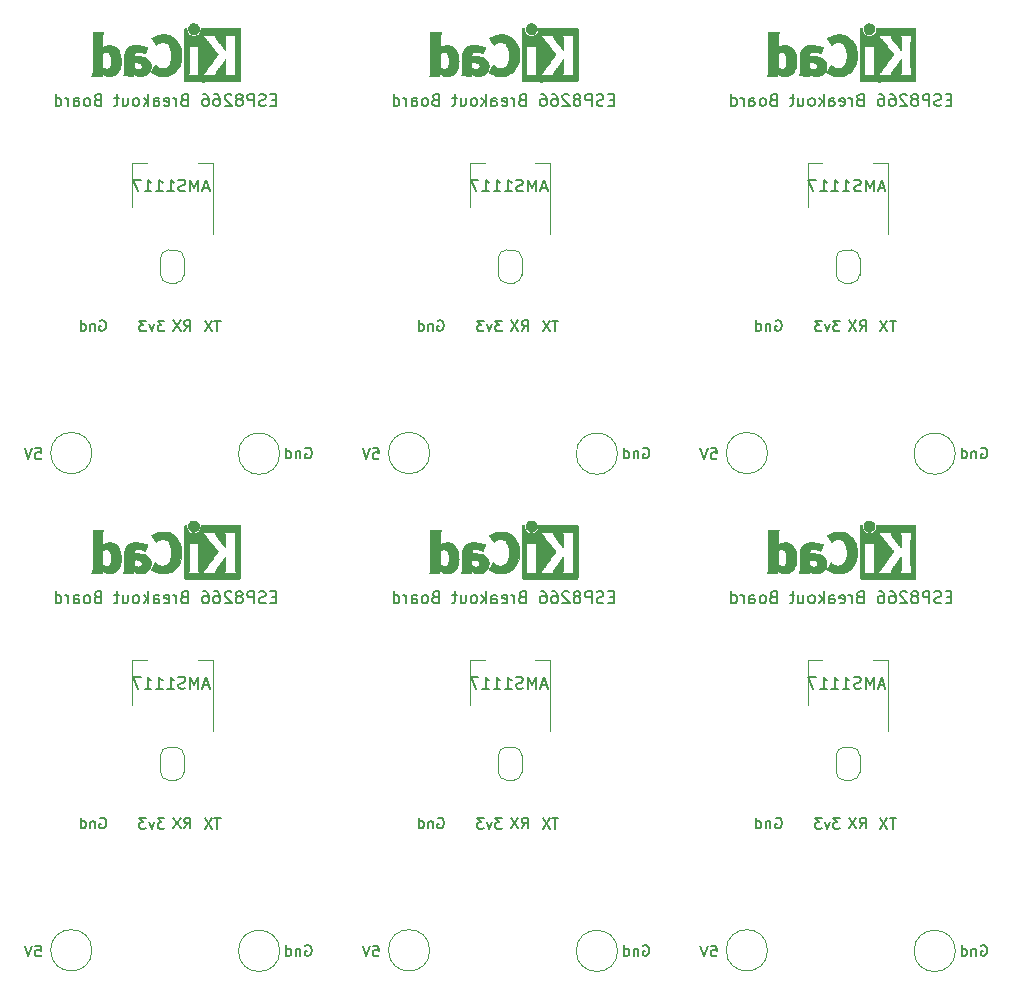
<source format=gbr>
%TF.GenerationSoftware,KiCad,Pcbnew,5.1.9-73d0e3b20d~88~ubuntu18.04.1*%
%TF.CreationDate,2021-11-28T02:45:39+02:00*%
%TF.ProjectId,ESP8266-Breakout-panel,45535038-3236-4362-9d42-7265616b6f75,rev?*%
%TF.SameCoordinates,Original*%
%TF.FileFunction,Legend,Bot*%
%TF.FilePolarity,Positive*%
%FSLAX46Y46*%
G04 Gerber Fmt 4.6, Leading zero omitted, Abs format (unit mm)*
G04 Created by KiCad (PCBNEW 5.1.9-73d0e3b20d~88~ubuntu18.04.1) date 2021-11-28 02:45:39*
%MOMM*%
%LPD*%
G01*
G04 APERTURE LIST*
%ADD10C,0.130000*%
%ADD11C,0.200000*%
%ADD12C,0.120000*%
%ADD13C,0.010000*%
G04 APERTURE END LIST*
D10*
X184535714Y-122507142D02*
X184021428Y-122507142D01*
X184278571Y-123407142D02*
X184278571Y-122507142D01*
X183807142Y-122507142D02*
X183207142Y-123407142D01*
X183207142Y-122507142D02*
X183807142Y-123407142D01*
X155935714Y-122507142D02*
X155421428Y-122507142D01*
X155678571Y-123407142D02*
X155678571Y-122507142D01*
X155207142Y-122507142D02*
X154607142Y-123407142D01*
X154607142Y-122507142D02*
X155207142Y-123407142D01*
X127335714Y-122507142D02*
X126821428Y-122507142D01*
X127078571Y-123407142D02*
X127078571Y-122507142D01*
X126607142Y-122507142D02*
X126007142Y-123407142D01*
X126007142Y-122507142D02*
X126607142Y-123407142D01*
X184535714Y-80407142D02*
X184021428Y-80407142D01*
X184278571Y-81307142D02*
X184278571Y-80407142D01*
X183807142Y-80407142D02*
X183207142Y-81307142D01*
X183207142Y-80407142D02*
X183807142Y-81307142D01*
X155935714Y-80407142D02*
X155421428Y-80407142D01*
X155678571Y-81307142D02*
X155678571Y-80407142D01*
X155207142Y-80407142D02*
X154607142Y-81307142D01*
X154607142Y-80407142D02*
X155207142Y-81307142D01*
X181450000Y-123357142D02*
X181750000Y-122928571D01*
X181964285Y-123357142D02*
X181964285Y-122457142D01*
X181621428Y-122457142D01*
X181535714Y-122500000D01*
X181492857Y-122542857D01*
X181450000Y-122628571D01*
X181450000Y-122757142D01*
X181492857Y-122842857D01*
X181535714Y-122885714D01*
X181621428Y-122928571D01*
X181964285Y-122928571D01*
X181150000Y-122457142D02*
X180550000Y-123357142D01*
X180550000Y-122457142D02*
X181150000Y-123357142D01*
X152850000Y-123357142D02*
X153150000Y-122928571D01*
X153364285Y-123357142D02*
X153364285Y-122457142D01*
X153021428Y-122457142D01*
X152935714Y-122500000D01*
X152892857Y-122542857D01*
X152850000Y-122628571D01*
X152850000Y-122757142D01*
X152892857Y-122842857D01*
X152935714Y-122885714D01*
X153021428Y-122928571D01*
X153364285Y-122928571D01*
X152550000Y-122457142D02*
X151950000Y-123357142D01*
X151950000Y-122457142D02*
X152550000Y-123357142D01*
X124250000Y-123357142D02*
X124550000Y-122928571D01*
X124764285Y-123357142D02*
X124764285Y-122457142D01*
X124421428Y-122457142D01*
X124335714Y-122500000D01*
X124292857Y-122542857D01*
X124250000Y-122628571D01*
X124250000Y-122757142D01*
X124292857Y-122842857D01*
X124335714Y-122885714D01*
X124421428Y-122928571D01*
X124764285Y-122928571D01*
X123950000Y-122457142D02*
X123350000Y-123357142D01*
X123350000Y-122457142D02*
X123950000Y-123357142D01*
X181450000Y-81257142D02*
X181750000Y-80828571D01*
X181964285Y-81257142D02*
X181964285Y-80357142D01*
X181621428Y-80357142D01*
X181535714Y-80400000D01*
X181492857Y-80442857D01*
X181450000Y-80528571D01*
X181450000Y-80657142D01*
X181492857Y-80742857D01*
X181535714Y-80785714D01*
X181621428Y-80828571D01*
X181964285Y-80828571D01*
X181150000Y-80357142D02*
X180550000Y-81257142D01*
X180550000Y-80357142D02*
X181150000Y-81257142D01*
X152850000Y-81257142D02*
X153150000Y-80828571D01*
X153364285Y-81257142D02*
X153364285Y-80357142D01*
X153021428Y-80357142D01*
X152935714Y-80400000D01*
X152892857Y-80442857D01*
X152850000Y-80528571D01*
X152850000Y-80657142D01*
X152892857Y-80742857D01*
X152935714Y-80785714D01*
X153021428Y-80828571D01*
X153364285Y-80828571D01*
X152550000Y-80357142D02*
X151950000Y-81257142D01*
X151950000Y-80357142D02*
X152550000Y-81257142D01*
X174328571Y-122500000D02*
X174414285Y-122457142D01*
X174542857Y-122457142D01*
X174671428Y-122500000D01*
X174757142Y-122585714D01*
X174800000Y-122671428D01*
X174842857Y-122842857D01*
X174842857Y-122971428D01*
X174800000Y-123142857D01*
X174757142Y-123228571D01*
X174671428Y-123314285D01*
X174542857Y-123357142D01*
X174457142Y-123357142D01*
X174328571Y-123314285D01*
X174285714Y-123271428D01*
X174285714Y-122971428D01*
X174457142Y-122971428D01*
X173900000Y-122757142D02*
X173900000Y-123357142D01*
X173900000Y-122842857D02*
X173857142Y-122800000D01*
X173771428Y-122757142D01*
X173642857Y-122757142D01*
X173557142Y-122800000D01*
X173514285Y-122885714D01*
X173514285Y-123357142D01*
X172700000Y-123357142D02*
X172700000Y-122457142D01*
X172700000Y-123314285D02*
X172785714Y-123357142D01*
X172957142Y-123357142D01*
X173042857Y-123314285D01*
X173085714Y-123271428D01*
X173128571Y-123185714D01*
X173128571Y-122928571D01*
X173085714Y-122842857D01*
X173042857Y-122800000D01*
X172957142Y-122757142D01*
X172785714Y-122757142D01*
X172700000Y-122800000D01*
X145728571Y-122500000D02*
X145814285Y-122457142D01*
X145942857Y-122457142D01*
X146071428Y-122500000D01*
X146157142Y-122585714D01*
X146200000Y-122671428D01*
X146242857Y-122842857D01*
X146242857Y-122971428D01*
X146200000Y-123142857D01*
X146157142Y-123228571D01*
X146071428Y-123314285D01*
X145942857Y-123357142D01*
X145857142Y-123357142D01*
X145728571Y-123314285D01*
X145685714Y-123271428D01*
X145685714Y-122971428D01*
X145857142Y-122971428D01*
X145300000Y-122757142D02*
X145300000Y-123357142D01*
X145300000Y-122842857D02*
X145257142Y-122800000D01*
X145171428Y-122757142D01*
X145042857Y-122757142D01*
X144957142Y-122800000D01*
X144914285Y-122885714D01*
X144914285Y-123357142D01*
X144100000Y-123357142D02*
X144100000Y-122457142D01*
X144100000Y-123314285D02*
X144185714Y-123357142D01*
X144357142Y-123357142D01*
X144442857Y-123314285D01*
X144485714Y-123271428D01*
X144528571Y-123185714D01*
X144528571Y-122928571D01*
X144485714Y-122842857D01*
X144442857Y-122800000D01*
X144357142Y-122757142D01*
X144185714Y-122757142D01*
X144100000Y-122800000D01*
X117128571Y-122500000D02*
X117214285Y-122457142D01*
X117342857Y-122457142D01*
X117471428Y-122500000D01*
X117557142Y-122585714D01*
X117600000Y-122671428D01*
X117642857Y-122842857D01*
X117642857Y-122971428D01*
X117600000Y-123142857D01*
X117557142Y-123228571D01*
X117471428Y-123314285D01*
X117342857Y-123357142D01*
X117257142Y-123357142D01*
X117128571Y-123314285D01*
X117085714Y-123271428D01*
X117085714Y-122971428D01*
X117257142Y-122971428D01*
X116700000Y-122757142D02*
X116700000Y-123357142D01*
X116700000Y-122842857D02*
X116657142Y-122800000D01*
X116571428Y-122757142D01*
X116442857Y-122757142D01*
X116357142Y-122800000D01*
X116314285Y-122885714D01*
X116314285Y-123357142D01*
X115500000Y-123357142D02*
X115500000Y-122457142D01*
X115500000Y-123314285D02*
X115585714Y-123357142D01*
X115757142Y-123357142D01*
X115842857Y-123314285D01*
X115885714Y-123271428D01*
X115928571Y-123185714D01*
X115928571Y-122928571D01*
X115885714Y-122842857D01*
X115842857Y-122800000D01*
X115757142Y-122757142D01*
X115585714Y-122757142D01*
X115500000Y-122800000D01*
X174328571Y-80400000D02*
X174414285Y-80357142D01*
X174542857Y-80357142D01*
X174671428Y-80400000D01*
X174757142Y-80485714D01*
X174800000Y-80571428D01*
X174842857Y-80742857D01*
X174842857Y-80871428D01*
X174800000Y-81042857D01*
X174757142Y-81128571D01*
X174671428Y-81214285D01*
X174542857Y-81257142D01*
X174457142Y-81257142D01*
X174328571Y-81214285D01*
X174285714Y-81171428D01*
X174285714Y-80871428D01*
X174457142Y-80871428D01*
X173900000Y-80657142D02*
X173900000Y-81257142D01*
X173900000Y-80742857D02*
X173857142Y-80700000D01*
X173771428Y-80657142D01*
X173642857Y-80657142D01*
X173557142Y-80700000D01*
X173514285Y-80785714D01*
X173514285Y-81257142D01*
X172700000Y-81257142D02*
X172700000Y-80357142D01*
X172700000Y-81214285D02*
X172785714Y-81257142D01*
X172957142Y-81257142D01*
X173042857Y-81214285D01*
X173085714Y-81171428D01*
X173128571Y-81085714D01*
X173128571Y-80828571D01*
X173085714Y-80742857D01*
X173042857Y-80700000D01*
X172957142Y-80657142D01*
X172785714Y-80657142D01*
X172700000Y-80700000D01*
X145728571Y-80400000D02*
X145814285Y-80357142D01*
X145942857Y-80357142D01*
X146071428Y-80400000D01*
X146157142Y-80485714D01*
X146200000Y-80571428D01*
X146242857Y-80742857D01*
X146242857Y-80871428D01*
X146200000Y-81042857D01*
X146157142Y-81128571D01*
X146071428Y-81214285D01*
X145942857Y-81257142D01*
X145857142Y-81257142D01*
X145728571Y-81214285D01*
X145685714Y-81171428D01*
X145685714Y-80871428D01*
X145857142Y-80871428D01*
X145300000Y-80657142D02*
X145300000Y-81257142D01*
X145300000Y-80742857D02*
X145257142Y-80700000D01*
X145171428Y-80657142D01*
X145042857Y-80657142D01*
X144957142Y-80700000D01*
X144914285Y-80785714D01*
X144914285Y-81257142D01*
X144100000Y-81257142D02*
X144100000Y-80357142D01*
X144100000Y-81214285D02*
X144185714Y-81257142D01*
X144357142Y-81257142D01*
X144442857Y-81214285D01*
X144485714Y-81171428D01*
X144528571Y-81085714D01*
X144528571Y-80828571D01*
X144485714Y-80742857D01*
X144442857Y-80700000D01*
X144357142Y-80657142D01*
X144185714Y-80657142D01*
X144100000Y-80700000D01*
X168871428Y-133307142D02*
X169300000Y-133307142D01*
X169342857Y-133735714D01*
X169300000Y-133692857D01*
X169214285Y-133650000D01*
X169000000Y-133650000D01*
X168914285Y-133692857D01*
X168871428Y-133735714D01*
X168828571Y-133821428D01*
X168828571Y-134035714D01*
X168871428Y-134121428D01*
X168914285Y-134164285D01*
X169000000Y-134207142D01*
X169214285Y-134207142D01*
X169300000Y-134164285D01*
X169342857Y-134121428D01*
X168571428Y-133307142D02*
X168271428Y-134207142D01*
X167971428Y-133307142D01*
X140271428Y-133307142D02*
X140700000Y-133307142D01*
X140742857Y-133735714D01*
X140700000Y-133692857D01*
X140614285Y-133650000D01*
X140400000Y-133650000D01*
X140314285Y-133692857D01*
X140271428Y-133735714D01*
X140228571Y-133821428D01*
X140228571Y-134035714D01*
X140271428Y-134121428D01*
X140314285Y-134164285D01*
X140400000Y-134207142D01*
X140614285Y-134207142D01*
X140700000Y-134164285D01*
X140742857Y-134121428D01*
X139971428Y-133307142D02*
X139671428Y-134207142D01*
X139371428Y-133307142D01*
X111671428Y-133307142D02*
X112100000Y-133307142D01*
X112142857Y-133735714D01*
X112100000Y-133692857D01*
X112014285Y-133650000D01*
X111800000Y-133650000D01*
X111714285Y-133692857D01*
X111671428Y-133735714D01*
X111628571Y-133821428D01*
X111628571Y-134035714D01*
X111671428Y-134121428D01*
X111714285Y-134164285D01*
X111800000Y-134207142D01*
X112014285Y-134207142D01*
X112100000Y-134164285D01*
X112142857Y-134121428D01*
X111371428Y-133307142D02*
X111071428Y-134207142D01*
X110771428Y-133307142D01*
X168871428Y-91207142D02*
X169300000Y-91207142D01*
X169342857Y-91635714D01*
X169300000Y-91592857D01*
X169214285Y-91550000D01*
X169000000Y-91550000D01*
X168914285Y-91592857D01*
X168871428Y-91635714D01*
X168828571Y-91721428D01*
X168828571Y-91935714D01*
X168871428Y-92021428D01*
X168914285Y-92064285D01*
X169000000Y-92107142D01*
X169214285Y-92107142D01*
X169300000Y-92064285D01*
X169342857Y-92021428D01*
X168571428Y-91207142D02*
X168271428Y-92107142D01*
X167971428Y-91207142D01*
X140271428Y-91207142D02*
X140700000Y-91207142D01*
X140742857Y-91635714D01*
X140700000Y-91592857D01*
X140614285Y-91550000D01*
X140400000Y-91550000D01*
X140314285Y-91592857D01*
X140271428Y-91635714D01*
X140228571Y-91721428D01*
X140228571Y-91935714D01*
X140271428Y-92021428D01*
X140314285Y-92064285D01*
X140400000Y-92107142D01*
X140614285Y-92107142D01*
X140700000Y-92064285D01*
X140742857Y-92021428D01*
X139971428Y-91207142D02*
X139671428Y-92107142D01*
X139371428Y-91207142D01*
X191728571Y-133300000D02*
X191814285Y-133257142D01*
X191942857Y-133257142D01*
X192071428Y-133300000D01*
X192157142Y-133385714D01*
X192200000Y-133471428D01*
X192242857Y-133642857D01*
X192242857Y-133771428D01*
X192200000Y-133942857D01*
X192157142Y-134028571D01*
X192071428Y-134114285D01*
X191942857Y-134157142D01*
X191857142Y-134157142D01*
X191728571Y-134114285D01*
X191685714Y-134071428D01*
X191685714Y-133771428D01*
X191857142Y-133771428D01*
X191300000Y-133557142D02*
X191300000Y-134157142D01*
X191300000Y-133642857D02*
X191257142Y-133600000D01*
X191171428Y-133557142D01*
X191042857Y-133557142D01*
X190957142Y-133600000D01*
X190914285Y-133685714D01*
X190914285Y-134157142D01*
X190100000Y-134157142D02*
X190100000Y-133257142D01*
X190100000Y-134114285D02*
X190185714Y-134157142D01*
X190357142Y-134157142D01*
X190442857Y-134114285D01*
X190485714Y-134071428D01*
X190528571Y-133985714D01*
X190528571Y-133728571D01*
X190485714Y-133642857D01*
X190442857Y-133600000D01*
X190357142Y-133557142D01*
X190185714Y-133557142D01*
X190100000Y-133600000D01*
X163128571Y-133300000D02*
X163214285Y-133257142D01*
X163342857Y-133257142D01*
X163471428Y-133300000D01*
X163557142Y-133385714D01*
X163600000Y-133471428D01*
X163642857Y-133642857D01*
X163642857Y-133771428D01*
X163600000Y-133942857D01*
X163557142Y-134028571D01*
X163471428Y-134114285D01*
X163342857Y-134157142D01*
X163257142Y-134157142D01*
X163128571Y-134114285D01*
X163085714Y-134071428D01*
X163085714Y-133771428D01*
X163257142Y-133771428D01*
X162700000Y-133557142D02*
X162700000Y-134157142D01*
X162700000Y-133642857D02*
X162657142Y-133600000D01*
X162571428Y-133557142D01*
X162442857Y-133557142D01*
X162357142Y-133600000D01*
X162314285Y-133685714D01*
X162314285Y-134157142D01*
X161500000Y-134157142D02*
X161500000Y-133257142D01*
X161500000Y-134114285D02*
X161585714Y-134157142D01*
X161757142Y-134157142D01*
X161842857Y-134114285D01*
X161885714Y-134071428D01*
X161928571Y-133985714D01*
X161928571Y-133728571D01*
X161885714Y-133642857D01*
X161842857Y-133600000D01*
X161757142Y-133557142D01*
X161585714Y-133557142D01*
X161500000Y-133600000D01*
X134528571Y-133300000D02*
X134614285Y-133257142D01*
X134742857Y-133257142D01*
X134871428Y-133300000D01*
X134957142Y-133385714D01*
X135000000Y-133471428D01*
X135042857Y-133642857D01*
X135042857Y-133771428D01*
X135000000Y-133942857D01*
X134957142Y-134028571D01*
X134871428Y-134114285D01*
X134742857Y-134157142D01*
X134657142Y-134157142D01*
X134528571Y-134114285D01*
X134485714Y-134071428D01*
X134485714Y-133771428D01*
X134657142Y-133771428D01*
X134100000Y-133557142D02*
X134100000Y-134157142D01*
X134100000Y-133642857D02*
X134057142Y-133600000D01*
X133971428Y-133557142D01*
X133842857Y-133557142D01*
X133757142Y-133600000D01*
X133714285Y-133685714D01*
X133714285Y-134157142D01*
X132900000Y-134157142D02*
X132900000Y-133257142D01*
X132900000Y-134114285D02*
X132985714Y-134157142D01*
X133157142Y-134157142D01*
X133242857Y-134114285D01*
X133285714Y-134071428D01*
X133328571Y-133985714D01*
X133328571Y-133728571D01*
X133285714Y-133642857D01*
X133242857Y-133600000D01*
X133157142Y-133557142D01*
X132985714Y-133557142D01*
X132900000Y-133600000D01*
X191728571Y-91200000D02*
X191814285Y-91157142D01*
X191942857Y-91157142D01*
X192071428Y-91200000D01*
X192157142Y-91285714D01*
X192200000Y-91371428D01*
X192242857Y-91542857D01*
X192242857Y-91671428D01*
X192200000Y-91842857D01*
X192157142Y-91928571D01*
X192071428Y-92014285D01*
X191942857Y-92057142D01*
X191857142Y-92057142D01*
X191728571Y-92014285D01*
X191685714Y-91971428D01*
X191685714Y-91671428D01*
X191857142Y-91671428D01*
X191300000Y-91457142D02*
X191300000Y-92057142D01*
X191300000Y-91542857D02*
X191257142Y-91500000D01*
X191171428Y-91457142D01*
X191042857Y-91457142D01*
X190957142Y-91500000D01*
X190914285Y-91585714D01*
X190914285Y-92057142D01*
X190100000Y-92057142D02*
X190100000Y-91157142D01*
X190100000Y-92014285D02*
X190185714Y-92057142D01*
X190357142Y-92057142D01*
X190442857Y-92014285D01*
X190485714Y-91971428D01*
X190528571Y-91885714D01*
X190528571Y-91628571D01*
X190485714Y-91542857D01*
X190442857Y-91500000D01*
X190357142Y-91457142D01*
X190185714Y-91457142D01*
X190100000Y-91500000D01*
X163128571Y-91200000D02*
X163214285Y-91157142D01*
X163342857Y-91157142D01*
X163471428Y-91200000D01*
X163557142Y-91285714D01*
X163600000Y-91371428D01*
X163642857Y-91542857D01*
X163642857Y-91671428D01*
X163600000Y-91842857D01*
X163557142Y-91928571D01*
X163471428Y-92014285D01*
X163342857Y-92057142D01*
X163257142Y-92057142D01*
X163128571Y-92014285D01*
X163085714Y-91971428D01*
X163085714Y-91671428D01*
X163257142Y-91671428D01*
X162700000Y-91457142D02*
X162700000Y-92057142D01*
X162700000Y-91542857D02*
X162657142Y-91500000D01*
X162571428Y-91457142D01*
X162442857Y-91457142D01*
X162357142Y-91500000D01*
X162314285Y-91585714D01*
X162314285Y-92057142D01*
X161500000Y-92057142D02*
X161500000Y-91157142D01*
X161500000Y-92014285D02*
X161585714Y-92057142D01*
X161757142Y-92057142D01*
X161842857Y-92014285D01*
X161885714Y-91971428D01*
X161928571Y-91885714D01*
X161928571Y-91628571D01*
X161885714Y-91542857D01*
X161842857Y-91500000D01*
X161757142Y-91457142D01*
X161585714Y-91457142D01*
X161500000Y-91500000D01*
D11*
X189209523Y-103778571D02*
X188876190Y-103778571D01*
X188733333Y-104302380D02*
X189209523Y-104302380D01*
X189209523Y-103302380D01*
X188733333Y-103302380D01*
X188352380Y-104254761D02*
X188209523Y-104302380D01*
X187971428Y-104302380D01*
X187876190Y-104254761D01*
X187828571Y-104207142D01*
X187780952Y-104111904D01*
X187780952Y-104016666D01*
X187828571Y-103921428D01*
X187876190Y-103873809D01*
X187971428Y-103826190D01*
X188161904Y-103778571D01*
X188257142Y-103730952D01*
X188304761Y-103683333D01*
X188352380Y-103588095D01*
X188352380Y-103492857D01*
X188304761Y-103397619D01*
X188257142Y-103350000D01*
X188161904Y-103302380D01*
X187923809Y-103302380D01*
X187780952Y-103350000D01*
X187352380Y-104302380D02*
X187352380Y-103302380D01*
X186971428Y-103302380D01*
X186876190Y-103350000D01*
X186828571Y-103397619D01*
X186780952Y-103492857D01*
X186780952Y-103635714D01*
X186828571Y-103730952D01*
X186876190Y-103778571D01*
X186971428Y-103826190D01*
X187352380Y-103826190D01*
X186209523Y-103730952D02*
X186304761Y-103683333D01*
X186352380Y-103635714D01*
X186400000Y-103540476D01*
X186400000Y-103492857D01*
X186352380Y-103397619D01*
X186304761Y-103350000D01*
X186209523Y-103302380D01*
X186019047Y-103302380D01*
X185923809Y-103350000D01*
X185876190Y-103397619D01*
X185828571Y-103492857D01*
X185828571Y-103540476D01*
X185876190Y-103635714D01*
X185923809Y-103683333D01*
X186019047Y-103730952D01*
X186209523Y-103730952D01*
X186304761Y-103778571D01*
X186352380Y-103826190D01*
X186400000Y-103921428D01*
X186400000Y-104111904D01*
X186352380Y-104207142D01*
X186304761Y-104254761D01*
X186209523Y-104302380D01*
X186019047Y-104302380D01*
X185923809Y-104254761D01*
X185876190Y-104207142D01*
X185828571Y-104111904D01*
X185828571Y-103921428D01*
X185876190Y-103826190D01*
X185923809Y-103778571D01*
X186019047Y-103730952D01*
X185447619Y-103397619D02*
X185400000Y-103350000D01*
X185304761Y-103302380D01*
X185066666Y-103302380D01*
X184971428Y-103350000D01*
X184923809Y-103397619D01*
X184876190Y-103492857D01*
X184876190Y-103588095D01*
X184923809Y-103730952D01*
X185495238Y-104302380D01*
X184876190Y-104302380D01*
X184019047Y-103302380D02*
X184209523Y-103302380D01*
X184304761Y-103350000D01*
X184352380Y-103397619D01*
X184447619Y-103540476D01*
X184495238Y-103730952D01*
X184495238Y-104111904D01*
X184447619Y-104207142D01*
X184400000Y-104254761D01*
X184304761Y-104302380D01*
X184114285Y-104302380D01*
X184019047Y-104254761D01*
X183971428Y-104207142D01*
X183923809Y-104111904D01*
X183923809Y-103873809D01*
X183971428Y-103778571D01*
X184019047Y-103730952D01*
X184114285Y-103683333D01*
X184304761Y-103683333D01*
X184400000Y-103730952D01*
X184447619Y-103778571D01*
X184495238Y-103873809D01*
X183066666Y-103302380D02*
X183257142Y-103302380D01*
X183352380Y-103350000D01*
X183400000Y-103397619D01*
X183495238Y-103540476D01*
X183542857Y-103730952D01*
X183542857Y-104111904D01*
X183495238Y-104207142D01*
X183447619Y-104254761D01*
X183352380Y-104302380D01*
X183161904Y-104302380D01*
X183066666Y-104254761D01*
X183019047Y-104207142D01*
X182971428Y-104111904D01*
X182971428Y-103873809D01*
X183019047Y-103778571D01*
X183066666Y-103730952D01*
X183161904Y-103683333D01*
X183352380Y-103683333D01*
X183447619Y-103730952D01*
X183495238Y-103778571D01*
X183542857Y-103873809D01*
X181447619Y-103778571D02*
X181304761Y-103826190D01*
X181257142Y-103873809D01*
X181209523Y-103969047D01*
X181209523Y-104111904D01*
X181257142Y-104207142D01*
X181304761Y-104254761D01*
X181400000Y-104302380D01*
X181780952Y-104302380D01*
X181780952Y-103302380D01*
X181447619Y-103302380D01*
X181352380Y-103350000D01*
X181304761Y-103397619D01*
X181257142Y-103492857D01*
X181257142Y-103588095D01*
X181304761Y-103683333D01*
X181352380Y-103730952D01*
X181447619Y-103778571D01*
X181780952Y-103778571D01*
X180780952Y-104302380D02*
X180780952Y-103635714D01*
X180780952Y-103826190D02*
X180733333Y-103730952D01*
X180685714Y-103683333D01*
X180590476Y-103635714D01*
X180495238Y-103635714D01*
X179780952Y-104254761D02*
X179876190Y-104302380D01*
X180066666Y-104302380D01*
X180161904Y-104254761D01*
X180209523Y-104159523D01*
X180209523Y-103778571D01*
X180161904Y-103683333D01*
X180066666Y-103635714D01*
X179876190Y-103635714D01*
X179780952Y-103683333D01*
X179733333Y-103778571D01*
X179733333Y-103873809D01*
X180209523Y-103969047D01*
X178876190Y-104302380D02*
X178876190Y-103778571D01*
X178923809Y-103683333D01*
X179019047Y-103635714D01*
X179209523Y-103635714D01*
X179304761Y-103683333D01*
X178876190Y-104254761D02*
X178971428Y-104302380D01*
X179209523Y-104302380D01*
X179304761Y-104254761D01*
X179352380Y-104159523D01*
X179352380Y-104064285D01*
X179304761Y-103969047D01*
X179209523Y-103921428D01*
X178971428Y-103921428D01*
X178876190Y-103873809D01*
X178400000Y-104302380D02*
X178400000Y-103302380D01*
X178304761Y-103921428D02*
X178019047Y-104302380D01*
X178019047Y-103635714D02*
X178400000Y-104016666D01*
X177447619Y-104302380D02*
X177542857Y-104254761D01*
X177590476Y-104207142D01*
X177638095Y-104111904D01*
X177638095Y-103826190D01*
X177590476Y-103730952D01*
X177542857Y-103683333D01*
X177447619Y-103635714D01*
X177304761Y-103635714D01*
X177209523Y-103683333D01*
X177161904Y-103730952D01*
X177114285Y-103826190D01*
X177114285Y-104111904D01*
X177161904Y-104207142D01*
X177209523Y-104254761D01*
X177304761Y-104302380D01*
X177447619Y-104302380D01*
X176257142Y-103635714D02*
X176257142Y-104302380D01*
X176685714Y-103635714D02*
X176685714Y-104159523D01*
X176638095Y-104254761D01*
X176542857Y-104302380D01*
X176400000Y-104302380D01*
X176304761Y-104254761D01*
X176257142Y-104207142D01*
X175923809Y-103635714D02*
X175542857Y-103635714D01*
X175780952Y-103302380D02*
X175780952Y-104159523D01*
X175733333Y-104254761D01*
X175638095Y-104302380D01*
X175542857Y-104302380D01*
X174114285Y-103778571D02*
X173971428Y-103826190D01*
X173923809Y-103873809D01*
X173876190Y-103969047D01*
X173876190Y-104111904D01*
X173923809Y-104207142D01*
X173971428Y-104254761D01*
X174066666Y-104302380D01*
X174447619Y-104302380D01*
X174447619Y-103302380D01*
X174114285Y-103302380D01*
X174019047Y-103350000D01*
X173971428Y-103397619D01*
X173923809Y-103492857D01*
X173923809Y-103588095D01*
X173971428Y-103683333D01*
X174019047Y-103730952D01*
X174114285Y-103778571D01*
X174447619Y-103778571D01*
X173304761Y-104302380D02*
X173400000Y-104254761D01*
X173447619Y-104207142D01*
X173495238Y-104111904D01*
X173495238Y-103826190D01*
X173447619Y-103730952D01*
X173400000Y-103683333D01*
X173304761Y-103635714D01*
X173161904Y-103635714D01*
X173066666Y-103683333D01*
X173019047Y-103730952D01*
X172971428Y-103826190D01*
X172971428Y-104111904D01*
X173019047Y-104207142D01*
X173066666Y-104254761D01*
X173161904Y-104302380D01*
X173304761Y-104302380D01*
X172114285Y-104302380D02*
X172114285Y-103778571D01*
X172161904Y-103683333D01*
X172257142Y-103635714D01*
X172447619Y-103635714D01*
X172542857Y-103683333D01*
X172114285Y-104254761D02*
X172209523Y-104302380D01*
X172447619Y-104302380D01*
X172542857Y-104254761D01*
X172590476Y-104159523D01*
X172590476Y-104064285D01*
X172542857Y-103969047D01*
X172447619Y-103921428D01*
X172209523Y-103921428D01*
X172114285Y-103873809D01*
X171638095Y-104302380D02*
X171638095Y-103635714D01*
X171638095Y-103826190D02*
X171590476Y-103730952D01*
X171542857Y-103683333D01*
X171447619Y-103635714D01*
X171352380Y-103635714D01*
X170590476Y-104302380D02*
X170590476Y-103302380D01*
X170590476Y-104254761D02*
X170685714Y-104302380D01*
X170876190Y-104302380D01*
X170971428Y-104254761D01*
X171019047Y-104207142D01*
X171066666Y-104111904D01*
X171066666Y-103826190D01*
X171019047Y-103730952D01*
X170971428Y-103683333D01*
X170876190Y-103635714D01*
X170685714Y-103635714D01*
X170590476Y-103683333D01*
X160609523Y-103778571D02*
X160276190Y-103778571D01*
X160133333Y-104302380D02*
X160609523Y-104302380D01*
X160609523Y-103302380D01*
X160133333Y-103302380D01*
X159752380Y-104254761D02*
X159609523Y-104302380D01*
X159371428Y-104302380D01*
X159276190Y-104254761D01*
X159228571Y-104207142D01*
X159180952Y-104111904D01*
X159180952Y-104016666D01*
X159228571Y-103921428D01*
X159276190Y-103873809D01*
X159371428Y-103826190D01*
X159561904Y-103778571D01*
X159657142Y-103730952D01*
X159704761Y-103683333D01*
X159752380Y-103588095D01*
X159752380Y-103492857D01*
X159704761Y-103397619D01*
X159657142Y-103350000D01*
X159561904Y-103302380D01*
X159323809Y-103302380D01*
X159180952Y-103350000D01*
X158752380Y-104302380D02*
X158752380Y-103302380D01*
X158371428Y-103302380D01*
X158276190Y-103350000D01*
X158228571Y-103397619D01*
X158180952Y-103492857D01*
X158180952Y-103635714D01*
X158228571Y-103730952D01*
X158276190Y-103778571D01*
X158371428Y-103826190D01*
X158752380Y-103826190D01*
X157609523Y-103730952D02*
X157704761Y-103683333D01*
X157752380Y-103635714D01*
X157800000Y-103540476D01*
X157800000Y-103492857D01*
X157752380Y-103397619D01*
X157704761Y-103350000D01*
X157609523Y-103302380D01*
X157419047Y-103302380D01*
X157323809Y-103350000D01*
X157276190Y-103397619D01*
X157228571Y-103492857D01*
X157228571Y-103540476D01*
X157276190Y-103635714D01*
X157323809Y-103683333D01*
X157419047Y-103730952D01*
X157609523Y-103730952D01*
X157704761Y-103778571D01*
X157752380Y-103826190D01*
X157800000Y-103921428D01*
X157800000Y-104111904D01*
X157752380Y-104207142D01*
X157704761Y-104254761D01*
X157609523Y-104302380D01*
X157419047Y-104302380D01*
X157323809Y-104254761D01*
X157276190Y-104207142D01*
X157228571Y-104111904D01*
X157228571Y-103921428D01*
X157276190Y-103826190D01*
X157323809Y-103778571D01*
X157419047Y-103730952D01*
X156847619Y-103397619D02*
X156800000Y-103350000D01*
X156704761Y-103302380D01*
X156466666Y-103302380D01*
X156371428Y-103350000D01*
X156323809Y-103397619D01*
X156276190Y-103492857D01*
X156276190Y-103588095D01*
X156323809Y-103730952D01*
X156895238Y-104302380D01*
X156276190Y-104302380D01*
X155419047Y-103302380D02*
X155609523Y-103302380D01*
X155704761Y-103350000D01*
X155752380Y-103397619D01*
X155847619Y-103540476D01*
X155895238Y-103730952D01*
X155895238Y-104111904D01*
X155847619Y-104207142D01*
X155800000Y-104254761D01*
X155704761Y-104302380D01*
X155514285Y-104302380D01*
X155419047Y-104254761D01*
X155371428Y-104207142D01*
X155323809Y-104111904D01*
X155323809Y-103873809D01*
X155371428Y-103778571D01*
X155419047Y-103730952D01*
X155514285Y-103683333D01*
X155704761Y-103683333D01*
X155800000Y-103730952D01*
X155847619Y-103778571D01*
X155895238Y-103873809D01*
X154466666Y-103302380D02*
X154657142Y-103302380D01*
X154752380Y-103350000D01*
X154800000Y-103397619D01*
X154895238Y-103540476D01*
X154942857Y-103730952D01*
X154942857Y-104111904D01*
X154895238Y-104207142D01*
X154847619Y-104254761D01*
X154752380Y-104302380D01*
X154561904Y-104302380D01*
X154466666Y-104254761D01*
X154419047Y-104207142D01*
X154371428Y-104111904D01*
X154371428Y-103873809D01*
X154419047Y-103778571D01*
X154466666Y-103730952D01*
X154561904Y-103683333D01*
X154752380Y-103683333D01*
X154847619Y-103730952D01*
X154895238Y-103778571D01*
X154942857Y-103873809D01*
X152847619Y-103778571D02*
X152704761Y-103826190D01*
X152657142Y-103873809D01*
X152609523Y-103969047D01*
X152609523Y-104111904D01*
X152657142Y-104207142D01*
X152704761Y-104254761D01*
X152800000Y-104302380D01*
X153180952Y-104302380D01*
X153180952Y-103302380D01*
X152847619Y-103302380D01*
X152752380Y-103350000D01*
X152704761Y-103397619D01*
X152657142Y-103492857D01*
X152657142Y-103588095D01*
X152704761Y-103683333D01*
X152752380Y-103730952D01*
X152847619Y-103778571D01*
X153180952Y-103778571D01*
X152180952Y-104302380D02*
X152180952Y-103635714D01*
X152180952Y-103826190D02*
X152133333Y-103730952D01*
X152085714Y-103683333D01*
X151990476Y-103635714D01*
X151895238Y-103635714D01*
X151180952Y-104254761D02*
X151276190Y-104302380D01*
X151466666Y-104302380D01*
X151561904Y-104254761D01*
X151609523Y-104159523D01*
X151609523Y-103778571D01*
X151561904Y-103683333D01*
X151466666Y-103635714D01*
X151276190Y-103635714D01*
X151180952Y-103683333D01*
X151133333Y-103778571D01*
X151133333Y-103873809D01*
X151609523Y-103969047D01*
X150276190Y-104302380D02*
X150276190Y-103778571D01*
X150323809Y-103683333D01*
X150419047Y-103635714D01*
X150609523Y-103635714D01*
X150704761Y-103683333D01*
X150276190Y-104254761D02*
X150371428Y-104302380D01*
X150609523Y-104302380D01*
X150704761Y-104254761D01*
X150752380Y-104159523D01*
X150752380Y-104064285D01*
X150704761Y-103969047D01*
X150609523Y-103921428D01*
X150371428Y-103921428D01*
X150276190Y-103873809D01*
X149800000Y-104302380D02*
X149800000Y-103302380D01*
X149704761Y-103921428D02*
X149419047Y-104302380D01*
X149419047Y-103635714D02*
X149800000Y-104016666D01*
X148847619Y-104302380D02*
X148942857Y-104254761D01*
X148990476Y-104207142D01*
X149038095Y-104111904D01*
X149038095Y-103826190D01*
X148990476Y-103730952D01*
X148942857Y-103683333D01*
X148847619Y-103635714D01*
X148704761Y-103635714D01*
X148609523Y-103683333D01*
X148561904Y-103730952D01*
X148514285Y-103826190D01*
X148514285Y-104111904D01*
X148561904Y-104207142D01*
X148609523Y-104254761D01*
X148704761Y-104302380D01*
X148847619Y-104302380D01*
X147657142Y-103635714D02*
X147657142Y-104302380D01*
X148085714Y-103635714D02*
X148085714Y-104159523D01*
X148038095Y-104254761D01*
X147942857Y-104302380D01*
X147800000Y-104302380D01*
X147704761Y-104254761D01*
X147657142Y-104207142D01*
X147323809Y-103635714D02*
X146942857Y-103635714D01*
X147180952Y-103302380D02*
X147180952Y-104159523D01*
X147133333Y-104254761D01*
X147038095Y-104302380D01*
X146942857Y-104302380D01*
X145514285Y-103778571D02*
X145371428Y-103826190D01*
X145323809Y-103873809D01*
X145276190Y-103969047D01*
X145276190Y-104111904D01*
X145323809Y-104207142D01*
X145371428Y-104254761D01*
X145466666Y-104302380D01*
X145847619Y-104302380D01*
X145847619Y-103302380D01*
X145514285Y-103302380D01*
X145419047Y-103350000D01*
X145371428Y-103397619D01*
X145323809Y-103492857D01*
X145323809Y-103588095D01*
X145371428Y-103683333D01*
X145419047Y-103730952D01*
X145514285Y-103778571D01*
X145847619Y-103778571D01*
X144704761Y-104302380D02*
X144800000Y-104254761D01*
X144847619Y-104207142D01*
X144895238Y-104111904D01*
X144895238Y-103826190D01*
X144847619Y-103730952D01*
X144800000Y-103683333D01*
X144704761Y-103635714D01*
X144561904Y-103635714D01*
X144466666Y-103683333D01*
X144419047Y-103730952D01*
X144371428Y-103826190D01*
X144371428Y-104111904D01*
X144419047Y-104207142D01*
X144466666Y-104254761D01*
X144561904Y-104302380D01*
X144704761Y-104302380D01*
X143514285Y-104302380D02*
X143514285Y-103778571D01*
X143561904Y-103683333D01*
X143657142Y-103635714D01*
X143847619Y-103635714D01*
X143942857Y-103683333D01*
X143514285Y-104254761D02*
X143609523Y-104302380D01*
X143847619Y-104302380D01*
X143942857Y-104254761D01*
X143990476Y-104159523D01*
X143990476Y-104064285D01*
X143942857Y-103969047D01*
X143847619Y-103921428D01*
X143609523Y-103921428D01*
X143514285Y-103873809D01*
X143038095Y-104302380D02*
X143038095Y-103635714D01*
X143038095Y-103826190D02*
X142990476Y-103730952D01*
X142942857Y-103683333D01*
X142847619Y-103635714D01*
X142752380Y-103635714D01*
X141990476Y-104302380D02*
X141990476Y-103302380D01*
X141990476Y-104254761D02*
X142085714Y-104302380D01*
X142276190Y-104302380D01*
X142371428Y-104254761D01*
X142419047Y-104207142D01*
X142466666Y-104111904D01*
X142466666Y-103826190D01*
X142419047Y-103730952D01*
X142371428Y-103683333D01*
X142276190Y-103635714D01*
X142085714Y-103635714D01*
X141990476Y-103683333D01*
X132009523Y-103778571D02*
X131676190Y-103778571D01*
X131533333Y-104302380D02*
X132009523Y-104302380D01*
X132009523Y-103302380D01*
X131533333Y-103302380D01*
X131152380Y-104254761D02*
X131009523Y-104302380D01*
X130771428Y-104302380D01*
X130676190Y-104254761D01*
X130628571Y-104207142D01*
X130580952Y-104111904D01*
X130580952Y-104016666D01*
X130628571Y-103921428D01*
X130676190Y-103873809D01*
X130771428Y-103826190D01*
X130961904Y-103778571D01*
X131057142Y-103730952D01*
X131104761Y-103683333D01*
X131152380Y-103588095D01*
X131152380Y-103492857D01*
X131104761Y-103397619D01*
X131057142Y-103350000D01*
X130961904Y-103302380D01*
X130723809Y-103302380D01*
X130580952Y-103350000D01*
X130152380Y-104302380D02*
X130152380Y-103302380D01*
X129771428Y-103302380D01*
X129676190Y-103350000D01*
X129628571Y-103397619D01*
X129580952Y-103492857D01*
X129580952Y-103635714D01*
X129628571Y-103730952D01*
X129676190Y-103778571D01*
X129771428Y-103826190D01*
X130152380Y-103826190D01*
X129009523Y-103730952D02*
X129104761Y-103683333D01*
X129152380Y-103635714D01*
X129200000Y-103540476D01*
X129200000Y-103492857D01*
X129152380Y-103397619D01*
X129104761Y-103350000D01*
X129009523Y-103302380D01*
X128819047Y-103302380D01*
X128723809Y-103350000D01*
X128676190Y-103397619D01*
X128628571Y-103492857D01*
X128628571Y-103540476D01*
X128676190Y-103635714D01*
X128723809Y-103683333D01*
X128819047Y-103730952D01*
X129009523Y-103730952D01*
X129104761Y-103778571D01*
X129152380Y-103826190D01*
X129200000Y-103921428D01*
X129200000Y-104111904D01*
X129152380Y-104207142D01*
X129104761Y-104254761D01*
X129009523Y-104302380D01*
X128819047Y-104302380D01*
X128723809Y-104254761D01*
X128676190Y-104207142D01*
X128628571Y-104111904D01*
X128628571Y-103921428D01*
X128676190Y-103826190D01*
X128723809Y-103778571D01*
X128819047Y-103730952D01*
X128247619Y-103397619D02*
X128200000Y-103350000D01*
X128104761Y-103302380D01*
X127866666Y-103302380D01*
X127771428Y-103350000D01*
X127723809Y-103397619D01*
X127676190Y-103492857D01*
X127676190Y-103588095D01*
X127723809Y-103730952D01*
X128295238Y-104302380D01*
X127676190Y-104302380D01*
X126819047Y-103302380D02*
X127009523Y-103302380D01*
X127104761Y-103350000D01*
X127152380Y-103397619D01*
X127247619Y-103540476D01*
X127295238Y-103730952D01*
X127295238Y-104111904D01*
X127247619Y-104207142D01*
X127200000Y-104254761D01*
X127104761Y-104302380D01*
X126914285Y-104302380D01*
X126819047Y-104254761D01*
X126771428Y-104207142D01*
X126723809Y-104111904D01*
X126723809Y-103873809D01*
X126771428Y-103778571D01*
X126819047Y-103730952D01*
X126914285Y-103683333D01*
X127104761Y-103683333D01*
X127200000Y-103730952D01*
X127247619Y-103778571D01*
X127295238Y-103873809D01*
X125866666Y-103302380D02*
X126057142Y-103302380D01*
X126152380Y-103350000D01*
X126200000Y-103397619D01*
X126295238Y-103540476D01*
X126342857Y-103730952D01*
X126342857Y-104111904D01*
X126295238Y-104207142D01*
X126247619Y-104254761D01*
X126152380Y-104302380D01*
X125961904Y-104302380D01*
X125866666Y-104254761D01*
X125819047Y-104207142D01*
X125771428Y-104111904D01*
X125771428Y-103873809D01*
X125819047Y-103778571D01*
X125866666Y-103730952D01*
X125961904Y-103683333D01*
X126152380Y-103683333D01*
X126247619Y-103730952D01*
X126295238Y-103778571D01*
X126342857Y-103873809D01*
X124247619Y-103778571D02*
X124104761Y-103826190D01*
X124057142Y-103873809D01*
X124009523Y-103969047D01*
X124009523Y-104111904D01*
X124057142Y-104207142D01*
X124104761Y-104254761D01*
X124200000Y-104302380D01*
X124580952Y-104302380D01*
X124580952Y-103302380D01*
X124247619Y-103302380D01*
X124152380Y-103350000D01*
X124104761Y-103397619D01*
X124057142Y-103492857D01*
X124057142Y-103588095D01*
X124104761Y-103683333D01*
X124152380Y-103730952D01*
X124247619Y-103778571D01*
X124580952Y-103778571D01*
X123580952Y-104302380D02*
X123580952Y-103635714D01*
X123580952Y-103826190D02*
X123533333Y-103730952D01*
X123485714Y-103683333D01*
X123390476Y-103635714D01*
X123295238Y-103635714D01*
X122580952Y-104254761D02*
X122676190Y-104302380D01*
X122866666Y-104302380D01*
X122961904Y-104254761D01*
X123009523Y-104159523D01*
X123009523Y-103778571D01*
X122961904Y-103683333D01*
X122866666Y-103635714D01*
X122676190Y-103635714D01*
X122580952Y-103683333D01*
X122533333Y-103778571D01*
X122533333Y-103873809D01*
X123009523Y-103969047D01*
X121676190Y-104302380D02*
X121676190Y-103778571D01*
X121723809Y-103683333D01*
X121819047Y-103635714D01*
X122009523Y-103635714D01*
X122104761Y-103683333D01*
X121676190Y-104254761D02*
X121771428Y-104302380D01*
X122009523Y-104302380D01*
X122104761Y-104254761D01*
X122152380Y-104159523D01*
X122152380Y-104064285D01*
X122104761Y-103969047D01*
X122009523Y-103921428D01*
X121771428Y-103921428D01*
X121676190Y-103873809D01*
X121200000Y-104302380D02*
X121200000Y-103302380D01*
X121104761Y-103921428D02*
X120819047Y-104302380D01*
X120819047Y-103635714D02*
X121200000Y-104016666D01*
X120247619Y-104302380D02*
X120342857Y-104254761D01*
X120390476Y-104207142D01*
X120438095Y-104111904D01*
X120438095Y-103826190D01*
X120390476Y-103730952D01*
X120342857Y-103683333D01*
X120247619Y-103635714D01*
X120104761Y-103635714D01*
X120009523Y-103683333D01*
X119961904Y-103730952D01*
X119914285Y-103826190D01*
X119914285Y-104111904D01*
X119961904Y-104207142D01*
X120009523Y-104254761D01*
X120104761Y-104302380D01*
X120247619Y-104302380D01*
X119057142Y-103635714D02*
X119057142Y-104302380D01*
X119485714Y-103635714D02*
X119485714Y-104159523D01*
X119438095Y-104254761D01*
X119342857Y-104302380D01*
X119200000Y-104302380D01*
X119104761Y-104254761D01*
X119057142Y-104207142D01*
X118723809Y-103635714D02*
X118342857Y-103635714D01*
X118580952Y-103302380D02*
X118580952Y-104159523D01*
X118533333Y-104254761D01*
X118438095Y-104302380D01*
X118342857Y-104302380D01*
X116914285Y-103778571D02*
X116771428Y-103826190D01*
X116723809Y-103873809D01*
X116676190Y-103969047D01*
X116676190Y-104111904D01*
X116723809Y-104207142D01*
X116771428Y-104254761D01*
X116866666Y-104302380D01*
X117247619Y-104302380D01*
X117247619Y-103302380D01*
X116914285Y-103302380D01*
X116819047Y-103350000D01*
X116771428Y-103397619D01*
X116723809Y-103492857D01*
X116723809Y-103588095D01*
X116771428Y-103683333D01*
X116819047Y-103730952D01*
X116914285Y-103778571D01*
X117247619Y-103778571D01*
X116104761Y-104302380D02*
X116200000Y-104254761D01*
X116247619Y-104207142D01*
X116295238Y-104111904D01*
X116295238Y-103826190D01*
X116247619Y-103730952D01*
X116200000Y-103683333D01*
X116104761Y-103635714D01*
X115961904Y-103635714D01*
X115866666Y-103683333D01*
X115819047Y-103730952D01*
X115771428Y-103826190D01*
X115771428Y-104111904D01*
X115819047Y-104207142D01*
X115866666Y-104254761D01*
X115961904Y-104302380D01*
X116104761Y-104302380D01*
X114914285Y-104302380D02*
X114914285Y-103778571D01*
X114961904Y-103683333D01*
X115057142Y-103635714D01*
X115247619Y-103635714D01*
X115342857Y-103683333D01*
X114914285Y-104254761D02*
X115009523Y-104302380D01*
X115247619Y-104302380D01*
X115342857Y-104254761D01*
X115390476Y-104159523D01*
X115390476Y-104064285D01*
X115342857Y-103969047D01*
X115247619Y-103921428D01*
X115009523Y-103921428D01*
X114914285Y-103873809D01*
X114438095Y-104302380D02*
X114438095Y-103635714D01*
X114438095Y-103826190D02*
X114390476Y-103730952D01*
X114342857Y-103683333D01*
X114247619Y-103635714D01*
X114152380Y-103635714D01*
X113390476Y-104302380D02*
X113390476Y-103302380D01*
X113390476Y-104254761D02*
X113485714Y-104302380D01*
X113676190Y-104302380D01*
X113771428Y-104254761D01*
X113819047Y-104207142D01*
X113866666Y-104111904D01*
X113866666Y-103826190D01*
X113819047Y-103730952D01*
X113771428Y-103683333D01*
X113676190Y-103635714D01*
X113485714Y-103635714D01*
X113390476Y-103683333D01*
X189209523Y-61678571D02*
X188876190Y-61678571D01*
X188733333Y-62202380D02*
X189209523Y-62202380D01*
X189209523Y-61202380D01*
X188733333Y-61202380D01*
X188352380Y-62154761D02*
X188209523Y-62202380D01*
X187971428Y-62202380D01*
X187876190Y-62154761D01*
X187828571Y-62107142D01*
X187780952Y-62011904D01*
X187780952Y-61916666D01*
X187828571Y-61821428D01*
X187876190Y-61773809D01*
X187971428Y-61726190D01*
X188161904Y-61678571D01*
X188257142Y-61630952D01*
X188304761Y-61583333D01*
X188352380Y-61488095D01*
X188352380Y-61392857D01*
X188304761Y-61297619D01*
X188257142Y-61250000D01*
X188161904Y-61202380D01*
X187923809Y-61202380D01*
X187780952Y-61250000D01*
X187352380Y-62202380D02*
X187352380Y-61202380D01*
X186971428Y-61202380D01*
X186876190Y-61250000D01*
X186828571Y-61297619D01*
X186780952Y-61392857D01*
X186780952Y-61535714D01*
X186828571Y-61630952D01*
X186876190Y-61678571D01*
X186971428Y-61726190D01*
X187352380Y-61726190D01*
X186209523Y-61630952D02*
X186304761Y-61583333D01*
X186352380Y-61535714D01*
X186400000Y-61440476D01*
X186400000Y-61392857D01*
X186352380Y-61297619D01*
X186304761Y-61250000D01*
X186209523Y-61202380D01*
X186019047Y-61202380D01*
X185923809Y-61250000D01*
X185876190Y-61297619D01*
X185828571Y-61392857D01*
X185828571Y-61440476D01*
X185876190Y-61535714D01*
X185923809Y-61583333D01*
X186019047Y-61630952D01*
X186209523Y-61630952D01*
X186304761Y-61678571D01*
X186352380Y-61726190D01*
X186400000Y-61821428D01*
X186400000Y-62011904D01*
X186352380Y-62107142D01*
X186304761Y-62154761D01*
X186209523Y-62202380D01*
X186019047Y-62202380D01*
X185923809Y-62154761D01*
X185876190Y-62107142D01*
X185828571Y-62011904D01*
X185828571Y-61821428D01*
X185876190Y-61726190D01*
X185923809Y-61678571D01*
X186019047Y-61630952D01*
X185447619Y-61297619D02*
X185400000Y-61250000D01*
X185304761Y-61202380D01*
X185066666Y-61202380D01*
X184971428Y-61250000D01*
X184923809Y-61297619D01*
X184876190Y-61392857D01*
X184876190Y-61488095D01*
X184923809Y-61630952D01*
X185495238Y-62202380D01*
X184876190Y-62202380D01*
X184019047Y-61202380D02*
X184209523Y-61202380D01*
X184304761Y-61250000D01*
X184352380Y-61297619D01*
X184447619Y-61440476D01*
X184495238Y-61630952D01*
X184495238Y-62011904D01*
X184447619Y-62107142D01*
X184400000Y-62154761D01*
X184304761Y-62202380D01*
X184114285Y-62202380D01*
X184019047Y-62154761D01*
X183971428Y-62107142D01*
X183923809Y-62011904D01*
X183923809Y-61773809D01*
X183971428Y-61678571D01*
X184019047Y-61630952D01*
X184114285Y-61583333D01*
X184304761Y-61583333D01*
X184400000Y-61630952D01*
X184447619Y-61678571D01*
X184495238Y-61773809D01*
X183066666Y-61202380D02*
X183257142Y-61202380D01*
X183352380Y-61250000D01*
X183400000Y-61297619D01*
X183495238Y-61440476D01*
X183542857Y-61630952D01*
X183542857Y-62011904D01*
X183495238Y-62107142D01*
X183447619Y-62154761D01*
X183352380Y-62202380D01*
X183161904Y-62202380D01*
X183066666Y-62154761D01*
X183019047Y-62107142D01*
X182971428Y-62011904D01*
X182971428Y-61773809D01*
X183019047Y-61678571D01*
X183066666Y-61630952D01*
X183161904Y-61583333D01*
X183352380Y-61583333D01*
X183447619Y-61630952D01*
X183495238Y-61678571D01*
X183542857Y-61773809D01*
X181447619Y-61678571D02*
X181304761Y-61726190D01*
X181257142Y-61773809D01*
X181209523Y-61869047D01*
X181209523Y-62011904D01*
X181257142Y-62107142D01*
X181304761Y-62154761D01*
X181400000Y-62202380D01*
X181780952Y-62202380D01*
X181780952Y-61202380D01*
X181447619Y-61202380D01*
X181352380Y-61250000D01*
X181304761Y-61297619D01*
X181257142Y-61392857D01*
X181257142Y-61488095D01*
X181304761Y-61583333D01*
X181352380Y-61630952D01*
X181447619Y-61678571D01*
X181780952Y-61678571D01*
X180780952Y-62202380D02*
X180780952Y-61535714D01*
X180780952Y-61726190D02*
X180733333Y-61630952D01*
X180685714Y-61583333D01*
X180590476Y-61535714D01*
X180495238Y-61535714D01*
X179780952Y-62154761D02*
X179876190Y-62202380D01*
X180066666Y-62202380D01*
X180161904Y-62154761D01*
X180209523Y-62059523D01*
X180209523Y-61678571D01*
X180161904Y-61583333D01*
X180066666Y-61535714D01*
X179876190Y-61535714D01*
X179780952Y-61583333D01*
X179733333Y-61678571D01*
X179733333Y-61773809D01*
X180209523Y-61869047D01*
X178876190Y-62202380D02*
X178876190Y-61678571D01*
X178923809Y-61583333D01*
X179019047Y-61535714D01*
X179209523Y-61535714D01*
X179304761Y-61583333D01*
X178876190Y-62154761D02*
X178971428Y-62202380D01*
X179209523Y-62202380D01*
X179304761Y-62154761D01*
X179352380Y-62059523D01*
X179352380Y-61964285D01*
X179304761Y-61869047D01*
X179209523Y-61821428D01*
X178971428Y-61821428D01*
X178876190Y-61773809D01*
X178400000Y-62202380D02*
X178400000Y-61202380D01*
X178304761Y-61821428D02*
X178019047Y-62202380D01*
X178019047Y-61535714D02*
X178400000Y-61916666D01*
X177447619Y-62202380D02*
X177542857Y-62154761D01*
X177590476Y-62107142D01*
X177638095Y-62011904D01*
X177638095Y-61726190D01*
X177590476Y-61630952D01*
X177542857Y-61583333D01*
X177447619Y-61535714D01*
X177304761Y-61535714D01*
X177209523Y-61583333D01*
X177161904Y-61630952D01*
X177114285Y-61726190D01*
X177114285Y-62011904D01*
X177161904Y-62107142D01*
X177209523Y-62154761D01*
X177304761Y-62202380D01*
X177447619Y-62202380D01*
X176257142Y-61535714D02*
X176257142Y-62202380D01*
X176685714Y-61535714D02*
X176685714Y-62059523D01*
X176638095Y-62154761D01*
X176542857Y-62202380D01*
X176400000Y-62202380D01*
X176304761Y-62154761D01*
X176257142Y-62107142D01*
X175923809Y-61535714D02*
X175542857Y-61535714D01*
X175780952Y-61202380D02*
X175780952Y-62059523D01*
X175733333Y-62154761D01*
X175638095Y-62202380D01*
X175542857Y-62202380D01*
X174114285Y-61678571D02*
X173971428Y-61726190D01*
X173923809Y-61773809D01*
X173876190Y-61869047D01*
X173876190Y-62011904D01*
X173923809Y-62107142D01*
X173971428Y-62154761D01*
X174066666Y-62202380D01*
X174447619Y-62202380D01*
X174447619Y-61202380D01*
X174114285Y-61202380D01*
X174019047Y-61250000D01*
X173971428Y-61297619D01*
X173923809Y-61392857D01*
X173923809Y-61488095D01*
X173971428Y-61583333D01*
X174019047Y-61630952D01*
X174114285Y-61678571D01*
X174447619Y-61678571D01*
X173304761Y-62202380D02*
X173400000Y-62154761D01*
X173447619Y-62107142D01*
X173495238Y-62011904D01*
X173495238Y-61726190D01*
X173447619Y-61630952D01*
X173400000Y-61583333D01*
X173304761Y-61535714D01*
X173161904Y-61535714D01*
X173066666Y-61583333D01*
X173019047Y-61630952D01*
X172971428Y-61726190D01*
X172971428Y-62011904D01*
X173019047Y-62107142D01*
X173066666Y-62154761D01*
X173161904Y-62202380D01*
X173304761Y-62202380D01*
X172114285Y-62202380D02*
X172114285Y-61678571D01*
X172161904Y-61583333D01*
X172257142Y-61535714D01*
X172447619Y-61535714D01*
X172542857Y-61583333D01*
X172114285Y-62154761D02*
X172209523Y-62202380D01*
X172447619Y-62202380D01*
X172542857Y-62154761D01*
X172590476Y-62059523D01*
X172590476Y-61964285D01*
X172542857Y-61869047D01*
X172447619Y-61821428D01*
X172209523Y-61821428D01*
X172114285Y-61773809D01*
X171638095Y-62202380D02*
X171638095Y-61535714D01*
X171638095Y-61726190D02*
X171590476Y-61630952D01*
X171542857Y-61583333D01*
X171447619Y-61535714D01*
X171352380Y-61535714D01*
X170590476Y-62202380D02*
X170590476Y-61202380D01*
X170590476Y-62154761D02*
X170685714Y-62202380D01*
X170876190Y-62202380D01*
X170971428Y-62154761D01*
X171019047Y-62107142D01*
X171066666Y-62011904D01*
X171066666Y-61726190D01*
X171019047Y-61630952D01*
X170971428Y-61583333D01*
X170876190Y-61535714D01*
X170685714Y-61535714D01*
X170590476Y-61583333D01*
X160609523Y-61678571D02*
X160276190Y-61678571D01*
X160133333Y-62202380D02*
X160609523Y-62202380D01*
X160609523Y-61202380D01*
X160133333Y-61202380D01*
X159752380Y-62154761D02*
X159609523Y-62202380D01*
X159371428Y-62202380D01*
X159276190Y-62154761D01*
X159228571Y-62107142D01*
X159180952Y-62011904D01*
X159180952Y-61916666D01*
X159228571Y-61821428D01*
X159276190Y-61773809D01*
X159371428Y-61726190D01*
X159561904Y-61678571D01*
X159657142Y-61630952D01*
X159704761Y-61583333D01*
X159752380Y-61488095D01*
X159752380Y-61392857D01*
X159704761Y-61297619D01*
X159657142Y-61250000D01*
X159561904Y-61202380D01*
X159323809Y-61202380D01*
X159180952Y-61250000D01*
X158752380Y-62202380D02*
X158752380Y-61202380D01*
X158371428Y-61202380D01*
X158276190Y-61250000D01*
X158228571Y-61297619D01*
X158180952Y-61392857D01*
X158180952Y-61535714D01*
X158228571Y-61630952D01*
X158276190Y-61678571D01*
X158371428Y-61726190D01*
X158752380Y-61726190D01*
X157609523Y-61630952D02*
X157704761Y-61583333D01*
X157752380Y-61535714D01*
X157800000Y-61440476D01*
X157800000Y-61392857D01*
X157752380Y-61297619D01*
X157704761Y-61250000D01*
X157609523Y-61202380D01*
X157419047Y-61202380D01*
X157323809Y-61250000D01*
X157276190Y-61297619D01*
X157228571Y-61392857D01*
X157228571Y-61440476D01*
X157276190Y-61535714D01*
X157323809Y-61583333D01*
X157419047Y-61630952D01*
X157609523Y-61630952D01*
X157704761Y-61678571D01*
X157752380Y-61726190D01*
X157800000Y-61821428D01*
X157800000Y-62011904D01*
X157752380Y-62107142D01*
X157704761Y-62154761D01*
X157609523Y-62202380D01*
X157419047Y-62202380D01*
X157323809Y-62154761D01*
X157276190Y-62107142D01*
X157228571Y-62011904D01*
X157228571Y-61821428D01*
X157276190Y-61726190D01*
X157323809Y-61678571D01*
X157419047Y-61630952D01*
X156847619Y-61297619D02*
X156800000Y-61250000D01*
X156704761Y-61202380D01*
X156466666Y-61202380D01*
X156371428Y-61250000D01*
X156323809Y-61297619D01*
X156276190Y-61392857D01*
X156276190Y-61488095D01*
X156323809Y-61630952D01*
X156895238Y-62202380D01*
X156276190Y-62202380D01*
X155419047Y-61202380D02*
X155609523Y-61202380D01*
X155704761Y-61250000D01*
X155752380Y-61297619D01*
X155847619Y-61440476D01*
X155895238Y-61630952D01*
X155895238Y-62011904D01*
X155847619Y-62107142D01*
X155800000Y-62154761D01*
X155704761Y-62202380D01*
X155514285Y-62202380D01*
X155419047Y-62154761D01*
X155371428Y-62107142D01*
X155323809Y-62011904D01*
X155323809Y-61773809D01*
X155371428Y-61678571D01*
X155419047Y-61630952D01*
X155514285Y-61583333D01*
X155704761Y-61583333D01*
X155800000Y-61630952D01*
X155847619Y-61678571D01*
X155895238Y-61773809D01*
X154466666Y-61202380D02*
X154657142Y-61202380D01*
X154752380Y-61250000D01*
X154800000Y-61297619D01*
X154895238Y-61440476D01*
X154942857Y-61630952D01*
X154942857Y-62011904D01*
X154895238Y-62107142D01*
X154847619Y-62154761D01*
X154752380Y-62202380D01*
X154561904Y-62202380D01*
X154466666Y-62154761D01*
X154419047Y-62107142D01*
X154371428Y-62011904D01*
X154371428Y-61773809D01*
X154419047Y-61678571D01*
X154466666Y-61630952D01*
X154561904Y-61583333D01*
X154752380Y-61583333D01*
X154847619Y-61630952D01*
X154895238Y-61678571D01*
X154942857Y-61773809D01*
X152847619Y-61678571D02*
X152704761Y-61726190D01*
X152657142Y-61773809D01*
X152609523Y-61869047D01*
X152609523Y-62011904D01*
X152657142Y-62107142D01*
X152704761Y-62154761D01*
X152800000Y-62202380D01*
X153180952Y-62202380D01*
X153180952Y-61202380D01*
X152847619Y-61202380D01*
X152752380Y-61250000D01*
X152704761Y-61297619D01*
X152657142Y-61392857D01*
X152657142Y-61488095D01*
X152704761Y-61583333D01*
X152752380Y-61630952D01*
X152847619Y-61678571D01*
X153180952Y-61678571D01*
X152180952Y-62202380D02*
X152180952Y-61535714D01*
X152180952Y-61726190D02*
X152133333Y-61630952D01*
X152085714Y-61583333D01*
X151990476Y-61535714D01*
X151895238Y-61535714D01*
X151180952Y-62154761D02*
X151276190Y-62202380D01*
X151466666Y-62202380D01*
X151561904Y-62154761D01*
X151609523Y-62059523D01*
X151609523Y-61678571D01*
X151561904Y-61583333D01*
X151466666Y-61535714D01*
X151276190Y-61535714D01*
X151180952Y-61583333D01*
X151133333Y-61678571D01*
X151133333Y-61773809D01*
X151609523Y-61869047D01*
X150276190Y-62202380D02*
X150276190Y-61678571D01*
X150323809Y-61583333D01*
X150419047Y-61535714D01*
X150609523Y-61535714D01*
X150704761Y-61583333D01*
X150276190Y-62154761D02*
X150371428Y-62202380D01*
X150609523Y-62202380D01*
X150704761Y-62154761D01*
X150752380Y-62059523D01*
X150752380Y-61964285D01*
X150704761Y-61869047D01*
X150609523Y-61821428D01*
X150371428Y-61821428D01*
X150276190Y-61773809D01*
X149800000Y-62202380D02*
X149800000Y-61202380D01*
X149704761Y-61821428D02*
X149419047Y-62202380D01*
X149419047Y-61535714D02*
X149800000Y-61916666D01*
X148847619Y-62202380D02*
X148942857Y-62154761D01*
X148990476Y-62107142D01*
X149038095Y-62011904D01*
X149038095Y-61726190D01*
X148990476Y-61630952D01*
X148942857Y-61583333D01*
X148847619Y-61535714D01*
X148704761Y-61535714D01*
X148609523Y-61583333D01*
X148561904Y-61630952D01*
X148514285Y-61726190D01*
X148514285Y-62011904D01*
X148561904Y-62107142D01*
X148609523Y-62154761D01*
X148704761Y-62202380D01*
X148847619Y-62202380D01*
X147657142Y-61535714D02*
X147657142Y-62202380D01*
X148085714Y-61535714D02*
X148085714Y-62059523D01*
X148038095Y-62154761D01*
X147942857Y-62202380D01*
X147800000Y-62202380D01*
X147704761Y-62154761D01*
X147657142Y-62107142D01*
X147323809Y-61535714D02*
X146942857Y-61535714D01*
X147180952Y-61202380D02*
X147180952Y-62059523D01*
X147133333Y-62154761D01*
X147038095Y-62202380D01*
X146942857Y-62202380D01*
X145514285Y-61678571D02*
X145371428Y-61726190D01*
X145323809Y-61773809D01*
X145276190Y-61869047D01*
X145276190Y-62011904D01*
X145323809Y-62107142D01*
X145371428Y-62154761D01*
X145466666Y-62202380D01*
X145847619Y-62202380D01*
X145847619Y-61202380D01*
X145514285Y-61202380D01*
X145419047Y-61250000D01*
X145371428Y-61297619D01*
X145323809Y-61392857D01*
X145323809Y-61488095D01*
X145371428Y-61583333D01*
X145419047Y-61630952D01*
X145514285Y-61678571D01*
X145847619Y-61678571D01*
X144704761Y-62202380D02*
X144800000Y-62154761D01*
X144847619Y-62107142D01*
X144895238Y-62011904D01*
X144895238Y-61726190D01*
X144847619Y-61630952D01*
X144800000Y-61583333D01*
X144704761Y-61535714D01*
X144561904Y-61535714D01*
X144466666Y-61583333D01*
X144419047Y-61630952D01*
X144371428Y-61726190D01*
X144371428Y-62011904D01*
X144419047Y-62107142D01*
X144466666Y-62154761D01*
X144561904Y-62202380D01*
X144704761Y-62202380D01*
X143514285Y-62202380D02*
X143514285Y-61678571D01*
X143561904Y-61583333D01*
X143657142Y-61535714D01*
X143847619Y-61535714D01*
X143942857Y-61583333D01*
X143514285Y-62154761D02*
X143609523Y-62202380D01*
X143847619Y-62202380D01*
X143942857Y-62154761D01*
X143990476Y-62059523D01*
X143990476Y-61964285D01*
X143942857Y-61869047D01*
X143847619Y-61821428D01*
X143609523Y-61821428D01*
X143514285Y-61773809D01*
X143038095Y-62202380D02*
X143038095Y-61535714D01*
X143038095Y-61726190D02*
X142990476Y-61630952D01*
X142942857Y-61583333D01*
X142847619Y-61535714D01*
X142752380Y-61535714D01*
X141990476Y-62202380D02*
X141990476Y-61202380D01*
X141990476Y-62154761D02*
X142085714Y-62202380D01*
X142276190Y-62202380D01*
X142371428Y-62154761D01*
X142419047Y-62107142D01*
X142466666Y-62011904D01*
X142466666Y-61726190D01*
X142419047Y-61630952D01*
X142371428Y-61583333D01*
X142276190Y-61535714D01*
X142085714Y-61535714D01*
X141990476Y-61583333D01*
D10*
X179771428Y-122507142D02*
X179214285Y-122507142D01*
X179514285Y-122850000D01*
X179385714Y-122850000D01*
X179300000Y-122892857D01*
X179257142Y-122935714D01*
X179214285Y-123021428D01*
X179214285Y-123235714D01*
X179257142Y-123321428D01*
X179300000Y-123364285D01*
X179385714Y-123407142D01*
X179642857Y-123407142D01*
X179728571Y-123364285D01*
X179771428Y-123321428D01*
X178914285Y-122807142D02*
X178700000Y-123407142D01*
X178485714Y-122807142D01*
X178228571Y-122507142D02*
X177671428Y-122507142D01*
X177971428Y-122850000D01*
X177842857Y-122850000D01*
X177757142Y-122892857D01*
X177714285Y-122935714D01*
X177671428Y-123021428D01*
X177671428Y-123235714D01*
X177714285Y-123321428D01*
X177757142Y-123364285D01*
X177842857Y-123407142D01*
X178100000Y-123407142D01*
X178185714Y-123364285D01*
X178228571Y-123321428D01*
X151171428Y-122507142D02*
X150614285Y-122507142D01*
X150914285Y-122850000D01*
X150785714Y-122850000D01*
X150700000Y-122892857D01*
X150657142Y-122935714D01*
X150614285Y-123021428D01*
X150614285Y-123235714D01*
X150657142Y-123321428D01*
X150700000Y-123364285D01*
X150785714Y-123407142D01*
X151042857Y-123407142D01*
X151128571Y-123364285D01*
X151171428Y-123321428D01*
X150314285Y-122807142D02*
X150100000Y-123407142D01*
X149885714Y-122807142D01*
X149628571Y-122507142D02*
X149071428Y-122507142D01*
X149371428Y-122850000D01*
X149242857Y-122850000D01*
X149157142Y-122892857D01*
X149114285Y-122935714D01*
X149071428Y-123021428D01*
X149071428Y-123235714D01*
X149114285Y-123321428D01*
X149157142Y-123364285D01*
X149242857Y-123407142D01*
X149500000Y-123407142D01*
X149585714Y-123364285D01*
X149628571Y-123321428D01*
X122571428Y-122507142D02*
X122014285Y-122507142D01*
X122314285Y-122850000D01*
X122185714Y-122850000D01*
X122100000Y-122892857D01*
X122057142Y-122935714D01*
X122014285Y-123021428D01*
X122014285Y-123235714D01*
X122057142Y-123321428D01*
X122100000Y-123364285D01*
X122185714Y-123407142D01*
X122442857Y-123407142D01*
X122528571Y-123364285D01*
X122571428Y-123321428D01*
X121714285Y-122807142D02*
X121500000Y-123407142D01*
X121285714Y-122807142D01*
X121028571Y-122507142D02*
X120471428Y-122507142D01*
X120771428Y-122850000D01*
X120642857Y-122850000D01*
X120557142Y-122892857D01*
X120514285Y-122935714D01*
X120471428Y-123021428D01*
X120471428Y-123235714D01*
X120514285Y-123321428D01*
X120557142Y-123364285D01*
X120642857Y-123407142D01*
X120900000Y-123407142D01*
X120985714Y-123364285D01*
X121028571Y-123321428D01*
X179771428Y-80407142D02*
X179214285Y-80407142D01*
X179514285Y-80750000D01*
X179385714Y-80750000D01*
X179300000Y-80792857D01*
X179257142Y-80835714D01*
X179214285Y-80921428D01*
X179214285Y-81135714D01*
X179257142Y-81221428D01*
X179300000Y-81264285D01*
X179385714Y-81307142D01*
X179642857Y-81307142D01*
X179728571Y-81264285D01*
X179771428Y-81221428D01*
X178914285Y-80707142D02*
X178700000Y-81307142D01*
X178485714Y-80707142D01*
X178228571Y-80407142D02*
X177671428Y-80407142D01*
X177971428Y-80750000D01*
X177842857Y-80750000D01*
X177757142Y-80792857D01*
X177714285Y-80835714D01*
X177671428Y-80921428D01*
X177671428Y-81135714D01*
X177714285Y-81221428D01*
X177757142Y-81264285D01*
X177842857Y-81307142D01*
X178100000Y-81307142D01*
X178185714Y-81264285D01*
X178228571Y-81221428D01*
X151171428Y-80407142D02*
X150614285Y-80407142D01*
X150914285Y-80750000D01*
X150785714Y-80750000D01*
X150700000Y-80792857D01*
X150657142Y-80835714D01*
X150614285Y-80921428D01*
X150614285Y-81135714D01*
X150657142Y-81221428D01*
X150700000Y-81264285D01*
X150785714Y-81307142D01*
X151042857Y-81307142D01*
X151128571Y-81264285D01*
X151171428Y-81221428D01*
X150314285Y-80707142D02*
X150100000Y-81307142D01*
X149885714Y-80707142D01*
X149628571Y-80407142D02*
X149071428Y-80407142D01*
X149371428Y-80750000D01*
X149242857Y-80750000D01*
X149157142Y-80792857D01*
X149114285Y-80835714D01*
X149071428Y-80921428D01*
X149071428Y-81135714D01*
X149114285Y-81221428D01*
X149157142Y-81264285D01*
X149242857Y-81307142D01*
X149500000Y-81307142D01*
X149585714Y-81264285D01*
X149628571Y-81221428D01*
D11*
X183540476Y-111266666D02*
X183064285Y-111266666D01*
X183635714Y-111552380D02*
X183302380Y-110552380D01*
X182969047Y-111552380D01*
X182635714Y-111552380D02*
X182635714Y-110552380D01*
X182302380Y-111266666D01*
X181969047Y-110552380D01*
X181969047Y-111552380D01*
X181540476Y-111504761D02*
X181397619Y-111552380D01*
X181159523Y-111552380D01*
X181064285Y-111504761D01*
X181016666Y-111457142D01*
X180969047Y-111361904D01*
X180969047Y-111266666D01*
X181016666Y-111171428D01*
X181064285Y-111123809D01*
X181159523Y-111076190D01*
X181350000Y-111028571D01*
X181445238Y-110980952D01*
X181492857Y-110933333D01*
X181540476Y-110838095D01*
X181540476Y-110742857D01*
X181492857Y-110647619D01*
X181445238Y-110600000D01*
X181350000Y-110552380D01*
X181111904Y-110552380D01*
X180969047Y-110600000D01*
X180016666Y-111552380D02*
X180588095Y-111552380D01*
X180302380Y-111552380D02*
X180302380Y-110552380D01*
X180397619Y-110695238D01*
X180492857Y-110790476D01*
X180588095Y-110838095D01*
X179064285Y-111552380D02*
X179635714Y-111552380D01*
X179350000Y-111552380D02*
X179350000Y-110552380D01*
X179445238Y-110695238D01*
X179540476Y-110790476D01*
X179635714Y-110838095D01*
X178111904Y-111552380D02*
X178683333Y-111552380D01*
X178397619Y-111552380D02*
X178397619Y-110552380D01*
X178492857Y-110695238D01*
X178588095Y-110790476D01*
X178683333Y-110838095D01*
X177778571Y-110552380D02*
X177111904Y-110552380D01*
X177540476Y-111552380D01*
X154940476Y-111266666D02*
X154464285Y-111266666D01*
X155035714Y-111552380D02*
X154702380Y-110552380D01*
X154369047Y-111552380D01*
X154035714Y-111552380D02*
X154035714Y-110552380D01*
X153702380Y-111266666D01*
X153369047Y-110552380D01*
X153369047Y-111552380D01*
X152940476Y-111504761D02*
X152797619Y-111552380D01*
X152559523Y-111552380D01*
X152464285Y-111504761D01*
X152416666Y-111457142D01*
X152369047Y-111361904D01*
X152369047Y-111266666D01*
X152416666Y-111171428D01*
X152464285Y-111123809D01*
X152559523Y-111076190D01*
X152750000Y-111028571D01*
X152845238Y-110980952D01*
X152892857Y-110933333D01*
X152940476Y-110838095D01*
X152940476Y-110742857D01*
X152892857Y-110647619D01*
X152845238Y-110600000D01*
X152750000Y-110552380D01*
X152511904Y-110552380D01*
X152369047Y-110600000D01*
X151416666Y-111552380D02*
X151988095Y-111552380D01*
X151702380Y-111552380D02*
X151702380Y-110552380D01*
X151797619Y-110695238D01*
X151892857Y-110790476D01*
X151988095Y-110838095D01*
X150464285Y-111552380D02*
X151035714Y-111552380D01*
X150750000Y-111552380D02*
X150750000Y-110552380D01*
X150845238Y-110695238D01*
X150940476Y-110790476D01*
X151035714Y-110838095D01*
X149511904Y-111552380D02*
X150083333Y-111552380D01*
X149797619Y-111552380D02*
X149797619Y-110552380D01*
X149892857Y-110695238D01*
X149988095Y-110790476D01*
X150083333Y-110838095D01*
X149178571Y-110552380D02*
X148511904Y-110552380D01*
X148940476Y-111552380D01*
X126340476Y-111266666D02*
X125864285Y-111266666D01*
X126435714Y-111552380D02*
X126102380Y-110552380D01*
X125769047Y-111552380D01*
X125435714Y-111552380D02*
X125435714Y-110552380D01*
X125102380Y-111266666D01*
X124769047Y-110552380D01*
X124769047Y-111552380D01*
X124340476Y-111504761D02*
X124197619Y-111552380D01*
X123959523Y-111552380D01*
X123864285Y-111504761D01*
X123816666Y-111457142D01*
X123769047Y-111361904D01*
X123769047Y-111266666D01*
X123816666Y-111171428D01*
X123864285Y-111123809D01*
X123959523Y-111076190D01*
X124150000Y-111028571D01*
X124245238Y-110980952D01*
X124292857Y-110933333D01*
X124340476Y-110838095D01*
X124340476Y-110742857D01*
X124292857Y-110647619D01*
X124245238Y-110600000D01*
X124150000Y-110552380D01*
X123911904Y-110552380D01*
X123769047Y-110600000D01*
X122816666Y-111552380D02*
X123388095Y-111552380D01*
X123102380Y-111552380D02*
X123102380Y-110552380D01*
X123197619Y-110695238D01*
X123292857Y-110790476D01*
X123388095Y-110838095D01*
X121864285Y-111552380D02*
X122435714Y-111552380D01*
X122150000Y-111552380D02*
X122150000Y-110552380D01*
X122245238Y-110695238D01*
X122340476Y-110790476D01*
X122435714Y-110838095D01*
X120911904Y-111552380D02*
X121483333Y-111552380D01*
X121197619Y-111552380D02*
X121197619Y-110552380D01*
X121292857Y-110695238D01*
X121388095Y-110790476D01*
X121483333Y-110838095D01*
X120578571Y-110552380D02*
X119911904Y-110552380D01*
X120340476Y-111552380D01*
X183540476Y-69166666D02*
X183064285Y-69166666D01*
X183635714Y-69452380D02*
X183302380Y-68452380D01*
X182969047Y-69452380D01*
X182635714Y-69452380D02*
X182635714Y-68452380D01*
X182302380Y-69166666D01*
X181969047Y-68452380D01*
X181969047Y-69452380D01*
X181540476Y-69404761D02*
X181397619Y-69452380D01*
X181159523Y-69452380D01*
X181064285Y-69404761D01*
X181016666Y-69357142D01*
X180969047Y-69261904D01*
X180969047Y-69166666D01*
X181016666Y-69071428D01*
X181064285Y-69023809D01*
X181159523Y-68976190D01*
X181350000Y-68928571D01*
X181445238Y-68880952D01*
X181492857Y-68833333D01*
X181540476Y-68738095D01*
X181540476Y-68642857D01*
X181492857Y-68547619D01*
X181445238Y-68500000D01*
X181350000Y-68452380D01*
X181111904Y-68452380D01*
X180969047Y-68500000D01*
X180016666Y-69452380D02*
X180588095Y-69452380D01*
X180302380Y-69452380D02*
X180302380Y-68452380D01*
X180397619Y-68595238D01*
X180492857Y-68690476D01*
X180588095Y-68738095D01*
X179064285Y-69452380D02*
X179635714Y-69452380D01*
X179350000Y-69452380D02*
X179350000Y-68452380D01*
X179445238Y-68595238D01*
X179540476Y-68690476D01*
X179635714Y-68738095D01*
X178111904Y-69452380D02*
X178683333Y-69452380D01*
X178397619Y-69452380D02*
X178397619Y-68452380D01*
X178492857Y-68595238D01*
X178588095Y-68690476D01*
X178683333Y-68738095D01*
X177778571Y-68452380D02*
X177111904Y-68452380D01*
X177540476Y-69452380D01*
X154940476Y-69166666D02*
X154464285Y-69166666D01*
X155035714Y-69452380D02*
X154702380Y-68452380D01*
X154369047Y-69452380D01*
X154035714Y-69452380D02*
X154035714Y-68452380D01*
X153702380Y-69166666D01*
X153369047Y-68452380D01*
X153369047Y-69452380D01*
X152940476Y-69404761D02*
X152797619Y-69452380D01*
X152559523Y-69452380D01*
X152464285Y-69404761D01*
X152416666Y-69357142D01*
X152369047Y-69261904D01*
X152369047Y-69166666D01*
X152416666Y-69071428D01*
X152464285Y-69023809D01*
X152559523Y-68976190D01*
X152750000Y-68928571D01*
X152845238Y-68880952D01*
X152892857Y-68833333D01*
X152940476Y-68738095D01*
X152940476Y-68642857D01*
X152892857Y-68547619D01*
X152845238Y-68500000D01*
X152750000Y-68452380D01*
X152511904Y-68452380D01*
X152369047Y-68500000D01*
X151416666Y-69452380D02*
X151988095Y-69452380D01*
X151702380Y-69452380D02*
X151702380Y-68452380D01*
X151797619Y-68595238D01*
X151892857Y-68690476D01*
X151988095Y-68738095D01*
X150464285Y-69452380D02*
X151035714Y-69452380D01*
X150750000Y-69452380D02*
X150750000Y-68452380D01*
X150845238Y-68595238D01*
X150940476Y-68690476D01*
X151035714Y-68738095D01*
X149511904Y-69452380D02*
X150083333Y-69452380D01*
X149797619Y-69452380D02*
X149797619Y-68452380D01*
X149892857Y-68595238D01*
X149988095Y-68690476D01*
X150083333Y-68738095D01*
X149178571Y-68452380D02*
X148511904Y-68452380D01*
X148940476Y-69452380D01*
X126340476Y-69166666D02*
X125864285Y-69166666D01*
X126435714Y-69452380D02*
X126102380Y-68452380D01*
X125769047Y-69452380D01*
X125435714Y-69452380D02*
X125435714Y-68452380D01*
X125102380Y-69166666D01*
X124769047Y-68452380D01*
X124769047Y-69452380D01*
X124340476Y-69404761D02*
X124197619Y-69452380D01*
X123959523Y-69452380D01*
X123864285Y-69404761D01*
X123816666Y-69357142D01*
X123769047Y-69261904D01*
X123769047Y-69166666D01*
X123816666Y-69071428D01*
X123864285Y-69023809D01*
X123959523Y-68976190D01*
X124150000Y-68928571D01*
X124245238Y-68880952D01*
X124292857Y-68833333D01*
X124340476Y-68738095D01*
X124340476Y-68642857D01*
X124292857Y-68547619D01*
X124245238Y-68500000D01*
X124150000Y-68452380D01*
X123911904Y-68452380D01*
X123769047Y-68500000D01*
X122816666Y-69452380D02*
X123388095Y-69452380D01*
X123102380Y-69452380D02*
X123102380Y-68452380D01*
X123197619Y-68595238D01*
X123292857Y-68690476D01*
X123388095Y-68738095D01*
X121864285Y-69452380D02*
X122435714Y-69452380D01*
X122150000Y-69452380D02*
X122150000Y-68452380D01*
X122245238Y-68595238D01*
X122340476Y-68690476D01*
X122435714Y-68738095D01*
X120911904Y-69452380D02*
X121483333Y-69452380D01*
X121197619Y-69452380D02*
X121197619Y-68452380D01*
X121292857Y-68595238D01*
X121388095Y-68690476D01*
X121483333Y-68738095D01*
X120578571Y-68452380D02*
X119911904Y-68452380D01*
X120340476Y-69452380D01*
X132009523Y-61678571D02*
X131676190Y-61678571D01*
X131533333Y-62202380D02*
X132009523Y-62202380D01*
X132009523Y-61202380D01*
X131533333Y-61202380D01*
X131152380Y-62154761D02*
X131009523Y-62202380D01*
X130771428Y-62202380D01*
X130676190Y-62154761D01*
X130628571Y-62107142D01*
X130580952Y-62011904D01*
X130580952Y-61916666D01*
X130628571Y-61821428D01*
X130676190Y-61773809D01*
X130771428Y-61726190D01*
X130961904Y-61678571D01*
X131057142Y-61630952D01*
X131104761Y-61583333D01*
X131152380Y-61488095D01*
X131152380Y-61392857D01*
X131104761Y-61297619D01*
X131057142Y-61250000D01*
X130961904Y-61202380D01*
X130723809Y-61202380D01*
X130580952Y-61250000D01*
X130152380Y-62202380D02*
X130152380Y-61202380D01*
X129771428Y-61202380D01*
X129676190Y-61250000D01*
X129628571Y-61297619D01*
X129580952Y-61392857D01*
X129580952Y-61535714D01*
X129628571Y-61630952D01*
X129676190Y-61678571D01*
X129771428Y-61726190D01*
X130152380Y-61726190D01*
X129009523Y-61630952D02*
X129104761Y-61583333D01*
X129152380Y-61535714D01*
X129200000Y-61440476D01*
X129200000Y-61392857D01*
X129152380Y-61297619D01*
X129104761Y-61250000D01*
X129009523Y-61202380D01*
X128819047Y-61202380D01*
X128723809Y-61250000D01*
X128676190Y-61297619D01*
X128628571Y-61392857D01*
X128628571Y-61440476D01*
X128676190Y-61535714D01*
X128723809Y-61583333D01*
X128819047Y-61630952D01*
X129009523Y-61630952D01*
X129104761Y-61678571D01*
X129152380Y-61726190D01*
X129200000Y-61821428D01*
X129200000Y-62011904D01*
X129152380Y-62107142D01*
X129104761Y-62154761D01*
X129009523Y-62202380D01*
X128819047Y-62202380D01*
X128723809Y-62154761D01*
X128676190Y-62107142D01*
X128628571Y-62011904D01*
X128628571Y-61821428D01*
X128676190Y-61726190D01*
X128723809Y-61678571D01*
X128819047Y-61630952D01*
X128247619Y-61297619D02*
X128200000Y-61250000D01*
X128104761Y-61202380D01*
X127866666Y-61202380D01*
X127771428Y-61250000D01*
X127723809Y-61297619D01*
X127676190Y-61392857D01*
X127676190Y-61488095D01*
X127723809Y-61630952D01*
X128295238Y-62202380D01*
X127676190Y-62202380D01*
X126819047Y-61202380D02*
X127009523Y-61202380D01*
X127104761Y-61250000D01*
X127152380Y-61297619D01*
X127247619Y-61440476D01*
X127295238Y-61630952D01*
X127295238Y-62011904D01*
X127247619Y-62107142D01*
X127200000Y-62154761D01*
X127104761Y-62202380D01*
X126914285Y-62202380D01*
X126819047Y-62154761D01*
X126771428Y-62107142D01*
X126723809Y-62011904D01*
X126723809Y-61773809D01*
X126771428Y-61678571D01*
X126819047Y-61630952D01*
X126914285Y-61583333D01*
X127104761Y-61583333D01*
X127200000Y-61630952D01*
X127247619Y-61678571D01*
X127295238Y-61773809D01*
X125866666Y-61202380D02*
X126057142Y-61202380D01*
X126152380Y-61250000D01*
X126200000Y-61297619D01*
X126295238Y-61440476D01*
X126342857Y-61630952D01*
X126342857Y-62011904D01*
X126295238Y-62107142D01*
X126247619Y-62154761D01*
X126152380Y-62202380D01*
X125961904Y-62202380D01*
X125866666Y-62154761D01*
X125819047Y-62107142D01*
X125771428Y-62011904D01*
X125771428Y-61773809D01*
X125819047Y-61678571D01*
X125866666Y-61630952D01*
X125961904Y-61583333D01*
X126152380Y-61583333D01*
X126247619Y-61630952D01*
X126295238Y-61678571D01*
X126342857Y-61773809D01*
X124247619Y-61678571D02*
X124104761Y-61726190D01*
X124057142Y-61773809D01*
X124009523Y-61869047D01*
X124009523Y-62011904D01*
X124057142Y-62107142D01*
X124104761Y-62154761D01*
X124200000Y-62202380D01*
X124580952Y-62202380D01*
X124580952Y-61202380D01*
X124247619Y-61202380D01*
X124152380Y-61250000D01*
X124104761Y-61297619D01*
X124057142Y-61392857D01*
X124057142Y-61488095D01*
X124104761Y-61583333D01*
X124152380Y-61630952D01*
X124247619Y-61678571D01*
X124580952Y-61678571D01*
X123580952Y-62202380D02*
X123580952Y-61535714D01*
X123580952Y-61726190D02*
X123533333Y-61630952D01*
X123485714Y-61583333D01*
X123390476Y-61535714D01*
X123295238Y-61535714D01*
X122580952Y-62154761D02*
X122676190Y-62202380D01*
X122866666Y-62202380D01*
X122961904Y-62154761D01*
X123009523Y-62059523D01*
X123009523Y-61678571D01*
X122961904Y-61583333D01*
X122866666Y-61535714D01*
X122676190Y-61535714D01*
X122580952Y-61583333D01*
X122533333Y-61678571D01*
X122533333Y-61773809D01*
X123009523Y-61869047D01*
X121676190Y-62202380D02*
X121676190Y-61678571D01*
X121723809Y-61583333D01*
X121819047Y-61535714D01*
X122009523Y-61535714D01*
X122104761Y-61583333D01*
X121676190Y-62154761D02*
X121771428Y-62202380D01*
X122009523Y-62202380D01*
X122104761Y-62154761D01*
X122152380Y-62059523D01*
X122152380Y-61964285D01*
X122104761Y-61869047D01*
X122009523Y-61821428D01*
X121771428Y-61821428D01*
X121676190Y-61773809D01*
X121200000Y-62202380D02*
X121200000Y-61202380D01*
X121104761Y-61821428D02*
X120819047Y-62202380D01*
X120819047Y-61535714D02*
X121200000Y-61916666D01*
X120247619Y-62202380D02*
X120342857Y-62154761D01*
X120390476Y-62107142D01*
X120438095Y-62011904D01*
X120438095Y-61726190D01*
X120390476Y-61630952D01*
X120342857Y-61583333D01*
X120247619Y-61535714D01*
X120104761Y-61535714D01*
X120009523Y-61583333D01*
X119961904Y-61630952D01*
X119914285Y-61726190D01*
X119914285Y-62011904D01*
X119961904Y-62107142D01*
X120009523Y-62154761D01*
X120104761Y-62202380D01*
X120247619Y-62202380D01*
X119057142Y-61535714D02*
X119057142Y-62202380D01*
X119485714Y-61535714D02*
X119485714Y-62059523D01*
X119438095Y-62154761D01*
X119342857Y-62202380D01*
X119200000Y-62202380D01*
X119104761Y-62154761D01*
X119057142Y-62107142D01*
X118723809Y-61535714D02*
X118342857Y-61535714D01*
X118580952Y-61202380D02*
X118580952Y-62059523D01*
X118533333Y-62154761D01*
X118438095Y-62202380D01*
X118342857Y-62202380D01*
X116914285Y-61678571D02*
X116771428Y-61726190D01*
X116723809Y-61773809D01*
X116676190Y-61869047D01*
X116676190Y-62011904D01*
X116723809Y-62107142D01*
X116771428Y-62154761D01*
X116866666Y-62202380D01*
X117247619Y-62202380D01*
X117247619Y-61202380D01*
X116914285Y-61202380D01*
X116819047Y-61250000D01*
X116771428Y-61297619D01*
X116723809Y-61392857D01*
X116723809Y-61488095D01*
X116771428Y-61583333D01*
X116819047Y-61630952D01*
X116914285Y-61678571D01*
X117247619Y-61678571D01*
X116104761Y-62202380D02*
X116200000Y-62154761D01*
X116247619Y-62107142D01*
X116295238Y-62011904D01*
X116295238Y-61726190D01*
X116247619Y-61630952D01*
X116200000Y-61583333D01*
X116104761Y-61535714D01*
X115961904Y-61535714D01*
X115866666Y-61583333D01*
X115819047Y-61630952D01*
X115771428Y-61726190D01*
X115771428Y-62011904D01*
X115819047Y-62107142D01*
X115866666Y-62154761D01*
X115961904Y-62202380D01*
X116104761Y-62202380D01*
X114914285Y-62202380D02*
X114914285Y-61678571D01*
X114961904Y-61583333D01*
X115057142Y-61535714D01*
X115247619Y-61535714D01*
X115342857Y-61583333D01*
X114914285Y-62154761D02*
X115009523Y-62202380D01*
X115247619Y-62202380D01*
X115342857Y-62154761D01*
X115390476Y-62059523D01*
X115390476Y-61964285D01*
X115342857Y-61869047D01*
X115247619Y-61821428D01*
X115009523Y-61821428D01*
X114914285Y-61773809D01*
X114438095Y-62202380D02*
X114438095Y-61535714D01*
X114438095Y-61726190D02*
X114390476Y-61630952D01*
X114342857Y-61583333D01*
X114247619Y-61535714D01*
X114152380Y-61535714D01*
X113390476Y-62202380D02*
X113390476Y-61202380D01*
X113390476Y-62154761D02*
X113485714Y-62202380D01*
X113676190Y-62202380D01*
X113771428Y-62154761D01*
X113819047Y-62107142D01*
X113866666Y-62011904D01*
X113866666Y-61726190D01*
X113819047Y-61630952D01*
X113771428Y-61583333D01*
X113676190Y-61535714D01*
X113485714Y-61535714D01*
X113390476Y-61583333D01*
D10*
X122571428Y-80407142D02*
X122014285Y-80407142D01*
X122314285Y-80750000D01*
X122185714Y-80750000D01*
X122100000Y-80792857D01*
X122057142Y-80835714D01*
X122014285Y-80921428D01*
X122014285Y-81135714D01*
X122057142Y-81221428D01*
X122100000Y-81264285D01*
X122185714Y-81307142D01*
X122442857Y-81307142D01*
X122528571Y-81264285D01*
X122571428Y-81221428D01*
X121714285Y-80707142D02*
X121500000Y-81307142D01*
X121285714Y-80707142D01*
X121028571Y-80407142D02*
X120471428Y-80407142D01*
X120771428Y-80750000D01*
X120642857Y-80750000D01*
X120557142Y-80792857D01*
X120514285Y-80835714D01*
X120471428Y-80921428D01*
X120471428Y-81135714D01*
X120514285Y-81221428D01*
X120557142Y-81264285D01*
X120642857Y-81307142D01*
X120900000Y-81307142D01*
X120985714Y-81264285D01*
X121028571Y-81221428D01*
X127335714Y-80407142D02*
X126821428Y-80407142D01*
X127078571Y-81307142D02*
X127078571Y-80407142D01*
X126607142Y-80407142D02*
X126007142Y-81307142D01*
X126007142Y-80407142D02*
X126607142Y-81307142D01*
X117128571Y-80400000D02*
X117214285Y-80357142D01*
X117342857Y-80357142D01*
X117471428Y-80400000D01*
X117557142Y-80485714D01*
X117600000Y-80571428D01*
X117642857Y-80742857D01*
X117642857Y-80871428D01*
X117600000Y-81042857D01*
X117557142Y-81128571D01*
X117471428Y-81214285D01*
X117342857Y-81257142D01*
X117257142Y-81257142D01*
X117128571Y-81214285D01*
X117085714Y-81171428D01*
X117085714Y-80871428D01*
X117257142Y-80871428D01*
X116700000Y-80657142D02*
X116700000Y-81257142D01*
X116700000Y-80742857D02*
X116657142Y-80700000D01*
X116571428Y-80657142D01*
X116442857Y-80657142D01*
X116357142Y-80700000D01*
X116314285Y-80785714D01*
X116314285Y-81257142D01*
X115500000Y-81257142D02*
X115500000Y-80357142D01*
X115500000Y-81214285D02*
X115585714Y-81257142D01*
X115757142Y-81257142D01*
X115842857Y-81214285D01*
X115885714Y-81171428D01*
X115928571Y-81085714D01*
X115928571Y-80828571D01*
X115885714Y-80742857D01*
X115842857Y-80700000D01*
X115757142Y-80657142D01*
X115585714Y-80657142D01*
X115500000Y-80700000D01*
X111671428Y-91207142D02*
X112100000Y-91207142D01*
X112142857Y-91635714D01*
X112100000Y-91592857D01*
X112014285Y-91550000D01*
X111800000Y-91550000D01*
X111714285Y-91592857D01*
X111671428Y-91635714D01*
X111628571Y-91721428D01*
X111628571Y-91935714D01*
X111671428Y-92021428D01*
X111714285Y-92064285D01*
X111800000Y-92107142D01*
X112014285Y-92107142D01*
X112100000Y-92064285D01*
X112142857Y-92021428D01*
X111371428Y-91207142D02*
X111071428Y-92107142D01*
X110771428Y-91207142D01*
X134528571Y-91200000D02*
X134614285Y-91157142D01*
X134742857Y-91157142D01*
X134871428Y-91200000D01*
X134957142Y-91285714D01*
X135000000Y-91371428D01*
X135042857Y-91542857D01*
X135042857Y-91671428D01*
X135000000Y-91842857D01*
X134957142Y-91928571D01*
X134871428Y-92014285D01*
X134742857Y-92057142D01*
X134657142Y-92057142D01*
X134528571Y-92014285D01*
X134485714Y-91971428D01*
X134485714Y-91671428D01*
X134657142Y-91671428D01*
X134100000Y-91457142D02*
X134100000Y-92057142D01*
X134100000Y-91542857D02*
X134057142Y-91500000D01*
X133971428Y-91457142D01*
X133842857Y-91457142D01*
X133757142Y-91500000D01*
X133714285Y-91585714D01*
X133714285Y-92057142D01*
X132900000Y-92057142D02*
X132900000Y-91157142D01*
X132900000Y-92014285D02*
X132985714Y-92057142D01*
X133157142Y-92057142D01*
X133242857Y-92014285D01*
X133285714Y-91971428D01*
X133328571Y-91885714D01*
X133328571Y-91628571D01*
X133285714Y-91542857D01*
X133242857Y-91500000D01*
X133157142Y-91457142D01*
X132985714Y-91457142D01*
X132900000Y-91500000D01*
X124250000Y-81257142D02*
X124550000Y-80828571D01*
X124764285Y-81257142D02*
X124764285Y-80357142D01*
X124421428Y-80357142D01*
X124335714Y-80400000D01*
X124292857Y-80442857D01*
X124250000Y-80528571D01*
X124250000Y-80657142D01*
X124292857Y-80742857D01*
X124335714Y-80785714D01*
X124421428Y-80828571D01*
X124764285Y-80828571D01*
X123950000Y-80357142D02*
X123350000Y-81257142D01*
X123350000Y-80357142D02*
X123950000Y-81257142D01*
D12*
%TO.C,TP102*%
X189550000Y-133750000D02*
G75*
G03*
X189550000Y-133750000I-1750000J0D01*
G01*
X160950000Y-133750000D02*
G75*
G03*
X160950000Y-133750000I-1750000J0D01*
G01*
X132350000Y-133750000D02*
G75*
G03*
X132350000Y-133750000I-1750000J0D01*
G01*
X189550000Y-91650000D02*
G75*
G03*
X189550000Y-91650000I-1750000J0D01*
G01*
X160950000Y-91650000D02*
G75*
G03*
X160950000Y-91650000I-1750000J0D01*
G01*
%TO.C,U101*%
X183860000Y-115150000D02*
X183860000Y-109140000D01*
X177040000Y-112900000D02*
X177040000Y-109140000D01*
X183860000Y-109140000D02*
X182600000Y-109140000D01*
X177040000Y-109140000D02*
X178300000Y-109140000D01*
X155260000Y-115150000D02*
X155260000Y-109140000D01*
X148440000Y-112900000D02*
X148440000Y-109140000D01*
X155260000Y-109140000D02*
X154000000Y-109140000D01*
X148440000Y-109140000D02*
X149700000Y-109140000D01*
X126660000Y-115150000D02*
X126660000Y-109140000D01*
X119840000Y-112900000D02*
X119840000Y-109140000D01*
X126660000Y-109140000D02*
X125400000Y-109140000D01*
X119840000Y-109140000D02*
X121100000Y-109140000D01*
X183860000Y-73050000D02*
X183860000Y-67040000D01*
X177040000Y-70800000D02*
X177040000Y-67040000D01*
X183860000Y-67040000D02*
X182600000Y-67040000D01*
X177040000Y-67040000D02*
X178300000Y-67040000D01*
X155260000Y-73050000D02*
X155260000Y-67040000D01*
X148440000Y-70800000D02*
X148440000Y-67040000D01*
X155260000Y-67040000D02*
X154000000Y-67040000D01*
X148440000Y-67040000D02*
X149700000Y-67040000D01*
%TO.C,JP501*%
X180750000Y-119300000D02*
G75*
G03*
X181450000Y-118600000I0J700000D01*
G01*
X179450000Y-118600000D02*
G75*
G03*
X180150000Y-119300000I700000J0D01*
G01*
X180150000Y-116500000D02*
G75*
G03*
X179450000Y-117200000I0J-700000D01*
G01*
X181450000Y-117200000D02*
G75*
G03*
X180750000Y-116500000I-700000J0D01*
G01*
X181450000Y-118600000D02*
X181450000Y-117200000D01*
X180750000Y-116500000D02*
X180150000Y-116500000D01*
X179450000Y-117200000D02*
X179450000Y-118600000D01*
X180150000Y-119300000D02*
X180750000Y-119300000D01*
X152150000Y-119300000D02*
G75*
G03*
X152850000Y-118600000I0J700000D01*
G01*
X150850000Y-118600000D02*
G75*
G03*
X151550000Y-119300000I700000J0D01*
G01*
X151550000Y-116500000D02*
G75*
G03*
X150850000Y-117200000I0J-700000D01*
G01*
X152850000Y-117200000D02*
G75*
G03*
X152150000Y-116500000I-700000J0D01*
G01*
X152850000Y-118600000D02*
X152850000Y-117200000D01*
X152150000Y-116500000D02*
X151550000Y-116500000D01*
X150850000Y-117200000D02*
X150850000Y-118600000D01*
X151550000Y-119300000D02*
X152150000Y-119300000D01*
X123550000Y-119300000D02*
G75*
G03*
X124250000Y-118600000I0J700000D01*
G01*
X122250000Y-118600000D02*
G75*
G03*
X122950000Y-119300000I700000J0D01*
G01*
X122950000Y-116500000D02*
G75*
G03*
X122250000Y-117200000I0J-700000D01*
G01*
X124250000Y-117200000D02*
G75*
G03*
X123550000Y-116500000I-700000J0D01*
G01*
X124250000Y-118600000D02*
X124250000Y-117200000D01*
X123550000Y-116500000D02*
X122950000Y-116500000D01*
X122250000Y-117200000D02*
X122250000Y-118600000D01*
X122950000Y-119300000D02*
X123550000Y-119300000D01*
X180750000Y-77200000D02*
G75*
G03*
X181450000Y-76500000I0J700000D01*
G01*
X179450000Y-76500000D02*
G75*
G03*
X180150000Y-77200000I700000J0D01*
G01*
X180150000Y-74400000D02*
G75*
G03*
X179450000Y-75100000I0J-700000D01*
G01*
X181450000Y-75100000D02*
G75*
G03*
X180750000Y-74400000I-700000J0D01*
G01*
X181450000Y-76500000D02*
X181450000Y-75100000D01*
X180750000Y-74400000D02*
X180150000Y-74400000D01*
X179450000Y-75100000D02*
X179450000Y-76500000D01*
X180150000Y-77200000D02*
X180750000Y-77200000D01*
X152150000Y-77200000D02*
G75*
G03*
X152850000Y-76500000I0J700000D01*
G01*
X150850000Y-76500000D02*
G75*
G03*
X151550000Y-77200000I700000J0D01*
G01*
X151550000Y-74400000D02*
G75*
G03*
X150850000Y-75100000I0J-700000D01*
G01*
X152850000Y-75100000D02*
G75*
G03*
X152150000Y-74400000I-700000J0D01*
G01*
X152850000Y-76500000D02*
X152850000Y-75100000D01*
X152150000Y-74400000D02*
X151550000Y-74400000D01*
X150850000Y-75100000D02*
X150850000Y-76500000D01*
X151550000Y-77200000D02*
X152150000Y-77200000D01*
%TO.C,TP101*%
X173650000Y-133700000D02*
G75*
G03*
X173650000Y-133700000I-1750000J0D01*
G01*
X145050000Y-133700000D02*
G75*
G03*
X145050000Y-133700000I-1750000J0D01*
G01*
X116450000Y-133700000D02*
G75*
G03*
X116450000Y-133700000I-1750000J0D01*
G01*
X173650000Y-91600000D02*
G75*
G03*
X173650000Y-91600000I-1750000J0D01*
G01*
X145050000Y-91600000D02*
G75*
G03*
X145050000Y-91600000I-1750000J0D01*
G01*
D13*
%TO.C,REF\u002A\u002A*%
G36*
X182173043Y-97326571D02*
G01*
X182076768Y-97350809D01*
X181990184Y-97393641D01*
X181915373Y-97453419D01*
X181854418Y-97528494D01*
X181809399Y-97617220D01*
X181783136Y-97713530D01*
X181777286Y-97810795D01*
X181792140Y-97904654D01*
X181825840Y-97992511D01*
X181876528Y-98071770D01*
X181942345Y-98139836D01*
X182021434Y-98194112D01*
X182111934Y-98232002D01*
X182163200Y-98244426D01*
X182207698Y-98251947D01*
X182241999Y-98254919D01*
X182274960Y-98253094D01*
X182315434Y-98246225D01*
X182348531Y-98239250D01*
X182441947Y-98207741D01*
X182525619Y-98156617D01*
X182597665Y-98087429D01*
X182656200Y-98001728D01*
X182670148Y-97974489D01*
X182686586Y-97938122D01*
X182696894Y-97907582D01*
X182702460Y-97875450D01*
X182704669Y-97834307D01*
X182704948Y-97788222D01*
X182700861Y-97703865D01*
X182687446Y-97634586D01*
X182662256Y-97573961D01*
X182622846Y-97515567D01*
X182584298Y-97471302D01*
X182512406Y-97405484D01*
X182437313Y-97360053D01*
X182354562Y-97332850D01*
X182276928Y-97322576D01*
X182173043Y-97326571D01*
G37*
X182173043Y-97326571D02*
X182076768Y-97350809D01*
X181990184Y-97393641D01*
X181915373Y-97453419D01*
X181854418Y-97528494D01*
X181809399Y-97617220D01*
X181783136Y-97713530D01*
X181777286Y-97810795D01*
X181792140Y-97904654D01*
X181825840Y-97992511D01*
X181876528Y-98071770D01*
X181942345Y-98139836D01*
X182021434Y-98194112D01*
X182111934Y-98232002D01*
X182163200Y-98244426D01*
X182207698Y-98251947D01*
X182241999Y-98254919D01*
X182274960Y-98253094D01*
X182315434Y-98246225D01*
X182348531Y-98239250D01*
X182441947Y-98207741D01*
X182525619Y-98156617D01*
X182597665Y-98087429D01*
X182656200Y-98001728D01*
X182670148Y-97974489D01*
X182686586Y-97938122D01*
X182696894Y-97907582D01*
X182702460Y-97875450D01*
X182704669Y-97834307D01*
X182704948Y-97788222D01*
X182700861Y-97703865D01*
X182687446Y-97634586D01*
X182662256Y-97573961D01*
X182622846Y-97515567D01*
X182584298Y-97471302D01*
X182512406Y-97405484D01*
X182437313Y-97360053D01*
X182354562Y-97332850D01*
X182276928Y-97322576D01*
X182173043Y-97326571D01*
G36*
X173713493Y-99772245D02*
G01*
X173713474Y-100006662D01*
X173713448Y-100219603D01*
X173713375Y-100412168D01*
X173713218Y-100585459D01*
X173712936Y-100740576D01*
X173712491Y-100878620D01*
X173711844Y-101000692D01*
X173710955Y-101107894D01*
X173709787Y-101201326D01*
X173708299Y-101282090D01*
X173706454Y-101351286D01*
X173704211Y-101410015D01*
X173701531Y-101459379D01*
X173698377Y-101500478D01*
X173694708Y-101534413D01*
X173690487Y-101562286D01*
X173685673Y-101585198D01*
X173680227Y-101604249D01*
X173674112Y-101620540D01*
X173667288Y-101635173D01*
X173659715Y-101649249D01*
X173651355Y-101663868D01*
X173646161Y-101672974D01*
X173611896Y-101733689D01*
X174470045Y-101733689D01*
X174470045Y-101637733D01*
X174470776Y-101594370D01*
X174472728Y-101561205D01*
X174475537Y-101543424D01*
X174476779Y-101541778D01*
X174488201Y-101548662D01*
X174510916Y-101566505D01*
X174533615Y-101585879D01*
X174588200Y-101626614D01*
X174657679Y-101667617D01*
X174734730Y-101705123D01*
X174812035Y-101735364D01*
X174842887Y-101745012D01*
X174911384Y-101759578D01*
X174994236Y-101769539D01*
X175083629Y-101774583D01*
X175171752Y-101774396D01*
X175250793Y-101768666D01*
X175288489Y-101762858D01*
X175426586Y-101724797D01*
X175553887Y-101667073D01*
X175669708Y-101590211D01*
X175773363Y-101494739D01*
X175864167Y-101381179D01*
X175930969Y-101270381D01*
X175985836Y-101153625D01*
X176027837Y-101034276D01*
X176057833Y-100908283D01*
X176076689Y-100771594D01*
X176085268Y-100620158D01*
X176085994Y-100542711D01*
X176083900Y-100485934D01*
X175254783Y-100485934D01*
X175254576Y-100579002D01*
X175251663Y-100666692D01*
X175246000Y-100743772D01*
X175237545Y-100805009D01*
X175234962Y-100817350D01*
X175203160Y-100924633D01*
X175161502Y-101011658D01*
X175109637Y-101078642D01*
X175047219Y-101125805D01*
X174973900Y-101153365D01*
X174889331Y-101161541D01*
X174793165Y-101150551D01*
X174729689Y-101134829D01*
X174680546Y-101116639D01*
X174626417Y-101090791D01*
X174585756Y-101067089D01*
X174515200Y-101020721D01*
X174515200Y-99870530D01*
X174582608Y-99826962D01*
X174661133Y-99786040D01*
X174745319Y-99759389D01*
X174830443Y-99747465D01*
X174911784Y-99750722D01*
X174984620Y-99769615D01*
X175016574Y-99785184D01*
X175074499Y-99828181D01*
X175123456Y-99884953D01*
X175164610Y-99957575D01*
X175199126Y-100048121D01*
X175228167Y-100158666D01*
X175229448Y-100164533D01*
X175239619Y-100226788D01*
X175247261Y-100304594D01*
X175252330Y-100392720D01*
X175254783Y-100485934D01*
X176083900Y-100485934D01*
X176078143Y-100329895D01*
X176056198Y-100134059D01*
X176020214Y-99955332D01*
X175970241Y-99793845D01*
X175906332Y-99649726D01*
X175828538Y-99523106D01*
X175736911Y-99414115D01*
X175631503Y-99322883D01*
X175586338Y-99291932D01*
X175485389Y-99235785D01*
X175382099Y-99196174D01*
X175272011Y-99172014D01*
X175150670Y-99162219D01*
X175058164Y-99163265D01*
X174928510Y-99174231D01*
X174815916Y-99196046D01*
X174717125Y-99229714D01*
X174628879Y-99276236D01*
X174580014Y-99310448D01*
X174550647Y-99332362D01*
X174528957Y-99347333D01*
X174520747Y-99351733D01*
X174519132Y-99340904D01*
X174517841Y-99310251D01*
X174516862Y-99262526D01*
X174516183Y-99200479D01*
X174515790Y-99126862D01*
X174515670Y-99044427D01*
X174515812Y-98955925D01*
X174516203Y-98864107D01*
X174516829Y-98771724D01*
X174517680Y-98681528D01*
X174518740Y-98596271D01*
X174519999Y-98518703D01*
X174521444Y-98451576D01*
X174523062Y-98397641D01*
X174524839Y-98359650D01*
X174525331Y-98352667D01*
X174532908Y-98282251D01*
X174544469Y-98227102D01*
X174562208Y-98179981D01*
X174588318Y-98133647D01*
X174594585Y-98124067D01*
X174619017Y-98087378D01*
X173713689Y-98087378D01*
X173713493Y-99772245D01*
G37*
X173713493Y-99772245D02*
X173713474Y-100006662D01*
X173713448Y-100219603D01*
X173713375Y-100412168D01*
X173713218Y-100585459D01*
X173712936Y-100740576D01*
X173712491Y-100878620D01*
X173711844Y-101000692D01*
X173710955Y-101107894D01*
X173709787Y-101201326D01*
X173708299Y-101282090D01*
X173706454Y-101351286D01*
X173704211Y-101410015D01*
X173701531Y-101459379D01*
X173698377Y-101500478D01*
X173694708Y-101534413D01*
X173690487Y-101562286D01*
X173685673Y-101585198D01*
X173680227Y-101604249D01*
X173674112Y-101620540D01*
X173667288Y-101635173D01*
X173659715Y-101649249D01*
X173651355Y-101663868D01*
X173646161Y-101672974D01*
X173611896Y-101733689D01*
X174470045Y-101733689D01*
X174470045Y-101637733D01*
X174470776Y-101594370D01*
X174472728Y-101561205D01*
X174475537Y-101543424D01*
X174476779Y-101541778D01*
X174488201Y-101548662D01*
X174510916Y-101566505D01*
X174533615Y-101585879D01*
X174588200Y-101626614D01*
X174657679Y-101667617D01*
X174734730Y-101705123D01*
X174812035Y-101735364D01*
X174842887Y-101745012D01*
X174911384Y-101759578D01*
X174994236Y-101769539D01*
X175083629Y-101774583D01*
X175171752Y-101774396D01*
X175250793Y-101768666D01*
X175288489Y-101762858D01*
X175426586Y-101724797D01*
X175553887Y-101667073D01*
X175669708Y-101590211D01*
X175773363Y-101494739D01*
X175864167Y-101381179D01*
X175930969Y-101270381D01*
X175985836Y-101153625D01*
X176027837Y-101034276D01*
X176057833Y-100908283D01*
X176076689Y-100771594D01*
X176085268Y-100620158D01*
X176085994Y-100542711D01*
X176083900Y-100485934D01*
X175254783Y-100485934D01*
X175254576Y-100579002D01*
X175251663Y-100666692D01*
X175246000Y-100743772D01*
X175237545Y-100805009D01*
X175234962Y-100817350D01*
X175203160Y-100924633D01*
X175161502Y-101011658D01*
X175109637Y-101078642D01*
X175047219Y-101125805D01*
X174973900Y-101153365D01*
X174889331Y-101161541D01*
X174793165Y-101150551D01*
X174729689Y-101134829D01*
X174680546Y-101116639D01*
X174626417Y-101090791D01*
X174585756Y-101067089D01*
X174515200Y-101020721D01*
X174515200Y-99870530D01*
X174582608Y-99826962D01*
X174661133Y-99786040D01*
X174745319Y-99759389D01*
X174830443Y-99747465D01*
X174911784Y-99750722D01*
X174984620Y-99769615D01*
X175016574Y-99785184D01*
X175074499Y-99828181D01*
X175123456Y-99884953D01*
X175164610Y-99957575D01*
X175199126Y-100048121D01*
X175228167Y-100158666D01*
X175229448Y-100164533D01*
X175239619Y-100226788D01*
X175247261Y-100304594D01*
X175252330Y-100392720D01*
X175254783Y-100485934D01*
X176083900Y-100485934D01*
X176078143Y-100329895D01*
X176056198Y-100134059D01*
X176020214Y-99955332D01*
X175970241Y-99793845D01*
X175906332Y-99649726D01*
X175828538Y-99523106D01*
X175736911Y-99414115D01*
X175631503Y-99322883D01*
X175586338Y-99291932D01*
X175485389Y-99235785D01*
X175382099Y-99196174D01*
X175272011Y-99172014D01*
X175150670Y-99162219D01*
X175058164Y-99163265D01*
X174928510Y-99174231D01*
X174815916Y-99196046D01*
X174717125Y-99229714D01*
X174628879Y-99276236D01*
X174580014Y-99310448D01*
X174550647Y-99332362D01*
X174528957Y-99347333D01*
X174520747Y-99351733D01*
X174519132Y-99340904D01*
X174517841Y-99310251D01*
X174516862Y-99262526D01*
X174516183Y-99200479D01*
X174515790Y-99126862D01*
X174515670Y-99044427D01*
X174515812Y-98955925D01*
X174516203Y-98864107D01*
X174516829Y-98771724D01*
X174517680Y-98681528D01*
X174518740Y-98596271D01*
X174519999Y-98518703D01*
X174521444Y-98451576D01*
X174523062Y-98397641D01*
X174524839Y-98359650D01*
X174525331Y-98352667D01*
X174532908Y-98282251D01*
X174544469Y-98227102D01*
X174562208Y-98179981D01*
X174588318Y-98133647D01*
X174594585Y-98124067D01*
X174619017Y-98087378D01*
X173713689Y-98087378D01*
X173713493Y-99772245D01*
G36*
X177226426Y-99166552D02*
G01*
X177074508Y-99186567D01*
X176939244Y-99220202D01*
X176819761Y-99267725D01*
X176715185Y-99329405D01*
X176637576Y-99392965D01*
X176568735Y-99467099D01*
X176514994Y-99546871D01*
X176472090Y-99639091D01*
X176456616Y-99682161D01*
X176443756Y-99721142D01*
X176432554Y-99757289D01*
X176422880Y-99792434D01*
X176414604Y-99828410D01*
X176407597Y-99867050D01*
X176401728Y-99910185D01*
X176396869Y-99959649D01*
X176392890Y-100017273D01*
X176389660Y-100084891D01*
X176387051Y-100164334D01*
X176384933Y-100257436D01*
X176383176Y-100366027D01*
X176381651Y-100491942D01*
X176380228Y-100637012D01*
X176378975Y-100779778D01*
X176377649Y-100935968D01*
X176376444Y-101071239D01*
X176375234Y-101187246D01*
X176373894Y-101285645D01*
X176372300Y-101368093D01*
X176370325Y-101436246D01*
X176367844Y-101491760D01*
X176364731Y-101536292D01*
X176360862Y-101571498D01*
X176356111Y-101599034D01*
X176350352Y-101620556D01*
X176343461Y-101637722D01*
X176335311Y-101652186D01*
X176325777Y-101665606D01*
X176314734Y-101679638D01*
X176310434Y-101685071D01*
X176294614Y-101707910D01*
X176287578Y-101723463D01*
X176287556Y-101723922D01*
X176298433Y-101726121D01*
X176329418Y-101728147D01*
X176378043Y-101729942D01*
X176441837Y-101731451D01*
X176518331Y-101732616D01*
X176605056Y-101733380D01*
X176699543Y-101733686D01*
X176710450Y-101733689D01*
X177133343Y-101733689D01*
X177136605Y-101637622D01*
X177139867Y-101541556D01*
X177201956Y-101592543D01*
X177299286Y-101660057D01*
X177409187Y-101714749D01*
X177495651Y-101744978D01*
X177564722Y-101759666D01*
X177648075Y-101769659D01*
X177737841Y-101774646D01*
X177826155Y-101774313D01*
X177905149Y-101768351D01*
X177941378Y-101762638D01*
X178081397Y-101724776D01*
X178207822Y-101669932D01*
X178319740Y-101598924D01*
X178416238Y-101512568D01*
X178496400Y-101411679D01*
X178559313Y-101297076D01*
X178603688Y-101170984D01*
X178616022Y-101114401D01*
X178623632Y-101052202D01*
X178627261Y-100977363D01*
X178627755Y-100943467D01*
X178627690Y-100940282D01*
X177867752Y-100940282D01*
X177858459Y-101015333D01*
X177830272Y-101079160D01*
X177781803Y-101134798D01*
X177776746Y-101139211D01*
X177728452Y-101174037D01*
X177676743Y-101196620D01*
X177616011Y-101208540D01*
X177540648Y-101211383D01*
X177522541Y-101210978D01*
X177468722Y-101208325D01*
X177428692Y-101202909D01*
X177393676Y-101192745D01*
X177354897Y-101175850D01*
X177344255Y-101170672D01*
X177283604Y-101134844D01*
X177236785Y-101092212D01*
X177224048Y-101076973D01*
X177179378Y-101020462D01*
X177179378Y-100824586D01*
X177179914Y-100745939D01*
X177181604Y-100687988D01*
X177184572Y-100648875D01*
X177188943Y-100626741D01*
X177193028Y-100620274D01*
X177208953Y-100617111D01*
X177242736Y-100614488D01*
X177289660Y-100612655D01*
X177345007Y-100611857D01*
X177353894Y-100611842D01*
X177474670Y-100617096D01*
X177577340Y-100633263D01*
X177663894Y-100660961D01*
X177736319Y-100700808D01*
X177791249Y-100747758D01*
X177835796Y-100805645D01*
X177860520Y-100868693D01*
X177867752Y-100940282D01*
X178627690Y-100940282D01*
X178625822Y-100849712D01*
X178617478Y-100770812D01*
X178601232Y-100699590D01*
X178575595Y-100628864D01*
X178551599Y-100576493D01*
X178492980Y-100481196D01*
X178414883Y-100393170D01*
X178319685Y-100314017D01*
X178209762Y-100245340D01*
X178087490Y-100188741D01*
X177955245Y-100145821D01*
X177890578Y-100130882D01*
X177754396Y-100108777D01*
X177605951Y-100094194D01*
X177454495Y-100087813D01*
X177327936Y-100089445D01*
X177166050Y-100096224D01*
X177173470Y-100037245D01*
X177192762Y-99938092D01*
X177223896Y-99857372D01*
X177267731Y-99794466D01*
X177325129Y-99748756D01*
X177396952Y-99719622D01*
X177484059Y-99706447D01*
X177587314Y-99708611D01*
X177625289Y-99712612D01*
X177766480Y-99737780D01*
X177903293Y-99778814D01*
X177997822Y-99816815D01*
X178042982Y-99836190D01*
X178081415Y-99851760D01*
X178107766Y-99861405D01*
X178115454Y-99863452D01*
X178125198Y-99854374D01*
X178141917Y-99825405D01*
X178165768Y-99776217D01*
X178196907Y-99706484D01*
X178235493Y-99615879D01*
X178242090Y-99600089D01*
X178272147Y-99527772D01*
X178299126Y-99462425D01*
X178321864Y-99406906D01*
X178339194Y-99364072D01*
X178349952Y-99336781D01*
X178353059Y-99327942D01*
X178343060Y-99323187D01*
X178316783Y-99317910D01*
X178288511Y-99314231D01*
X178258354Y-99309474D01*
X178210567Y-99300028D01*
X178149388Y-99286820D01*
X178079054Y-99270776D01*
X178003806Y-99252820D01*
X177975245Y-99245797D01*
X177870184Y-99220209D01*
X177782520Y-99200147D01*
X177707932Y-99184969D01*
X177642097Y-99174035D01*
X177580693Y-99166704D01*
X177519398Y-99162335D01*
X177453890Y-99160287D01*
X177395872Y-99159889D01*
X177226426Y-99166552D01*
G37*
X177226426Y-99166552D02*
X177074508Y-99186567D01*
X176939244Y-99220202D01*
X176819761Y-99267725D01*
X176715185Y-99329405D01*
X176637576Y-99392965D01*
X176568735Y-99467099D01*
X176514994Y-99546871D01*
X176472090Y-99639091D01*
X176456616Y-99682161D01*
X176443756Y-99721142D01*
X176432554Y-99757289D01*
X176422880Y-99792434D01*
X176414604Y-99828410D01*
X176407597Y-99867050D01*
X176401728Y-99910185D01*
X176396869Y-99959649D01*
X176392890Y-100017273D01*
X176389660Y-100084891D01*
X176387051Y-100164334D01*
X176384933Y-100257436D01*
X176383176Y-100366027D01*
X176381651Y-100491942D01*
X176380228Y-100637012D01*
X176378975Y-100779778D01*
X176377649Y-100935968D01*
X176376444Y-101071239D01*
X176375234Y-101187246D01*
X176373894Y-101285645D01*
X176372300Y-101368093D01*
X176370325Y-101436246D01*
X176367844Y-101491760D01*
X176364731Y-101536292D01*
X176360862Y-101571498D01*
X176356111Y-101599034D01*
X176350352Y-101620556D01*
X176343461Y-101637722D01*
X176335311Y-101652186D01*
X176325777Y-101665606D01*
X176314734Y-101679638D01*
X176310434Y-101685071D01*
X176294614Y-101707910D01*
X176287578Y-101723463D01*
X176287556Y-101723922D01*
X176298433Y-101726121D01*
X176329418Y-101728147D01*
X176378043Y-101729942D01*
X176441837Y-101731451D01*
X176518331Y-101732616D01*
X176605056Y-101733380D01*
X176699543Y-101733686D01*
X176710450Y-101733689D01*
X177133343Y-101733689D01*
X177136605Y-101637622D01*
X177139867Y-101541556D01*
X177201956Y-101592543D01*
X177299286Y-101660057D01*
X177409187Y-101714749D01*
X177495651Y-101744978D01*
X177564722Y-101759666D01*
X177648075Y-101769659D01*
X177737841Y-101774646D01*
X177826155Y-101774313D01*
X177905149Y-101768351D01*
X177941378Y-101762638D01*
X178081397Y-101724776D01*
X178207822Y-101669932D01*
X178319740Y-101598924D01*
X178416238Y-101512568D01*
X178496400Y-101411679D01*
X178559313Y-101297076D01*
X178603688Y-101170984D01*
X178616022Y-101114401D01*
X178623632Y-101052202D01*
X178627261Y-100977363D01*
X178627755Y-100943467D01*
X178627690Y-100940282D01*
X177867752Y-100940282D01*
X177858459Y-101015333D01*
X177830272Y-101079160D01*
X177781803Y-101134798D01*
X177776746Y-101139211D01*
X177728452Y-101174037D01*
X177676743Y-101196620D01*
X177616011Y-101208540D01*
X177540648Y-101211383D01*
X177522541Y-101210978D01*
X177468722Y-101208325D01*
X177428692Y-101202909D01*
X177393676Y-101192745D01*
X177354897Y-101175850D01*
X177344255Y-101170672D01*
X177283604Y-101134844D01*
X177236785Y-101092212D01*
X177224048Y-101076973D01*
X177179378Y-101020462D01*
X177179378Y-100824586D01*
X177179914Y-100745939D01*
X177181604Y-100687988D01*
X177184572Y-100648875D01*
X177188943Y-100626741D01*
X177193028Y-100620274D01*
X177208953Y-100617111D01*
X177242736Y-100614488D01*
X177289660Y-100612655D01*
X177345007Y-100611857D01*
X177353894Y-100611842D01*
X177474670Y-100617096D01*
X177577340Y-100633263D01*
X177663894Y-100660961D01*
X177736319Y-100700808D01*
X177791249Y-100747758D01*
X177835796Y-100805645D01*
X177860520Y-100868693D01*
X177867752Y-100940282D01*
X178627690Y-100940282D01*
X178625822Y-100849712D01*
X178617478Y-100770812D01*
X178601232Y-100699590D01*
X178575595Y-100628864D01*
X178551599Y-100576493D01*
X178492980Y-100481196D01*
X178414883Y-100393170D01*
X178319685Y-100314017D01*
X178209762Y-100245340D01*
X178087490Y-100188741D01*
X177955245Y-100145821D01*
X177890578Y-100130882D01*
X177754396Y-100108777D01*
X177605951Y-100094194D01*
X177454495Y-100087813D01*
X177327936Y-100089445D01*
X177166050Y-100096224D01*
X177173470Y-100037245D01*
X177192762Y-99938092D01*
X177223896Y-99857372D01*
X177267731Y-99794466D01*
X177325129Y-99748756D01*
X177396952Y-99719622D01*
X177484059Y-99706447D01*
X177587314Y-99708611D01*
X177625289Y-99712612D01*
X177766480Y-99737780D01*
X177903293Y-99778814D01*
X177997822Y-99816815D01*
X178042982Y-99836190D01*
X178081415Y-99851760D01*
X178107766Y-99861405D01*
X178115454Y-99863452D01*
X178125198Y-99854374D01*
X178141917Y-99825405D01*
X178165768Y-99776217D01*
X178196907Y-99706484D01*
X178235493Y-99615879D01*
X178242090Y-99600089D01*
X178272147Y-99527772D01*
X178299126Y-99462425D01*
X178321864Y-99406906D01*
X178339194Y-99364072D01*
X178349952Y-99336781D01*
X178353059Y-99327942D01*
X178343060Y-99323187D01*
X178316783Y-99317910D01*
X178288511Y-99314231D01*
X178258354Y-99309474D01*
X178210567Y-99300028D01*
X178149388Y-99286820D01*
X178079054Y-99270776D01*
X178003806Y-99252820D01*
X177975245Y-99245797D01*
X177870184Y-99220209D01*
X177782520Y-99200147D01*
X177707932Y-99184969D01*
X177642097Y-99174035D01*
X177580693Y-99166704D01*
X177519398Y-99162335D01*
X177453890Y-99160287D01*
X177395872Y-99159889D01*
X177226426Y-99166552D01*
G36*
X179571571Y-98249071D02*
G01*
X179411430Y-98270245D01*
X179247490Y-98310385D01*
X179077687Y-98369889D01*
X178899957Y-98449154D01*
X178888690Y-98454699D01*
X178830995Y-98482725D01*
X178779448Y-98506802D01*
X178737809Y-98525249D01*
X178709838Y-98536386D01*
X178700267Y-98538933D01*
X178681050Y-98543941D01*
X178676439Y-98548147D01*
X178681542Y-98558580D01*
X178697582Y-98584868D01*
X178722712Y-98624257D01*
X178755086Y-98673991D01*
X178792857Y-98731315D01*
X178834178Y-98793476D01*
X178877202Y-98857718D01*
X178920083Y-98921285D01*
X178960974Y-98981425D01*
X178998029Y-99035380D01*
X179029400Y-99080397D01*
X179053241Y-99113721D01*
X179067706Y-99132597D01*
X179069691Y-99134787D01*
X179079809Y-99130138D01*
X179102150Y-99112962D01*
X179132720Y-99086440D01*
X179148464Y-99071964D01*
X179244953Y-98996682D01*
X179351664Y-98941241D01*
X179467168Y-98906141D01*
X179590038Y-98891880D01*
X179659439Y-98893051D01*
X179780577Y-98910212D01*
X179889795Y-98946094D01*
X179987418Y-99000959D01*
X180073772Y-99075070D01*
X180149185Y-99168688D01*
X180213982Y-99282076D01*
X180251399Y-99368667D01*
X180295252Y-99504366D01*
X180327572Y-99651850D01*
X180348443Y-99807314D01*
X180357949Y-99966956D01*
X180356173Y-100126973D01*
X180343197Y-100283561D01*
X180319106Y-100432918D01*
X180283982Y-100571240D01*
X180237908Y-100694724D01*
X180221627Y-100728978D01*
X180153380Y-100843064D01*
X180072921Y-100939557D01*
X179981430Y-101017670D01*
X179880089Y-101076617D01*
X179770080Y-101115612D01*
X179652585Y-101133868D01*
X179611117Y-101135211D01*
X179489559Y-101124290D01*
X179369122Y-101091474D01*
X179251334Y-101037439D01*
X179137723Y-100962865D01*
X179046315Y-100884539D01*
X178999785Y-100840008D01*
X178818517Y-101137271D01*
X178773420Y-101211433D01*
X178732181Y-101279646D01*
X178696265Y-101339459D01*
X178667134Y-101388420D01*
X178646250Y-101424079D01*
X178635076Y-101443984D01*
X178633625Y-101447079D01*
X178641854Y-101456718D01*
X178667433Y-101473999D01*
X178707127Y-101497283D01*
X178757703Y-101524934D01*
X178815926Y-101555315D01*
X178878563Y-101586790D01*
X178942379Y-101617722D01*
X179004140Y-101646473D01*
X179060612Y-101671408D01*
X179108562Y-101690889D01*
X179132014Y-101699318D01*
X179265779Y-101737133D01*
X179403673Y-101762136D01*
X179551378Y-101775140D01*
X179678167Y-101777468D01*
X179746122Y-101776373D01*
X179811723Y-101774275D01*
X179869153Y-101771434D01*
X179912597Y-101768106D01*
X179926702Y-101766422D01*
X180065716Y-101737587D01*
X180207243Y-101692468D01*
X180344725Y-101633750D01*
X180471606Y-101564120D01*
X180549111Y-101511441D01*
X180676519Y-101403239D01*
X180794822Y-101276671D01*
X180901828Y-101134866D01*
X180995348Y-100980951D01*
X181073190Y-100818053D01*
X181117044Y-100700756D01*
X181167292Y-100517128D01*
X181200791Y-100322581D01*
X181217551Y-100121325D01*
X181217584Y-99917568D01*
X181200899Y-99715521D01*
X181167507Y-99519392D01*
X181117420Y-99333391D01*
X181113603Y-99321803D01*
X181050719Y-99159750D01*
X180973972Y-99011832D01*
X180880758Y-98873865D01*
X180768473Y-98741661D01*
X180724608Y-98696399D01*
X180588466Y-98572457D01*
X180448509Y-98469915D01*
X180302589Y-98387656D01*
X180148558Y-98324564D01*
X179984268Y-98279523D01*
X179888711Y-98262033D01*
X179729977Y-98246466D01*
X179571571Y-98249071D01*
G37*
X179571571Y-98249071D02*
X179411430Y-98270245D01*
X179247490Y-98310385D01*
X179077687Y-98369889D01*
X178899957Y-98449154D01*
X178888690Y-98454699D01*
X178830995Y-98482725D01*
X178779448Y-98506802D01*
X178737809Y-98525249D01*
X178709838Y-98536386D01*
X178700267Y-98538933D01*
X178681050Y-98543941D01*
X178676439Y-98548147D01*
X178681542Y-98558580D01*
X178697582Y-98584868D01*
X178722712Y-98624257D01*
X178755086Y-98673991D01*
X178792857Y-98731315D01*
X178834178Y-98793476D01*
X178877202Y-98857718D01*
X178920083Y-98921285D01*
X178960974Y-98981425D01*
X178998029Y-99035380D01*
X179029400Y-99080397D01*
X179053241Y-99113721D01*
X179067706Y-99132597D01*
X179069691Y-99134787D01*
X179079809Y-99130138D01*
X179102150Y-99112962D01*
X179132720Y-99086440D01*
X179148464Y-99071964D01*
X179244953Y-98996682D01*
X179351664Y-98941241D01*
X179467168Y-98906141D01*
X179590038Y-98891880D01*
X179659439Y-98893051D01*
X179780577Y-98910212D01*
X179889795Y-98946094D01*
X179987418Y-99000959D01*
X180073772Y-99075070D01*
X180149185Y-99168688D01*
X180213982Y-99282076D01*
X180251399Y-99368667D01*
X180295252Y-99504366D01*
X180327572Y-99651850D01*
X180348443Y-99807314D01*
X180357949Y-99966956D01*
X180356173Y-100126973D01*
X180343197Y-100283561D01*
X180319106Y-100432918D01*
X180283982Y-100571240D01*
X180237908Y-100694724D01*
X180221627Y-100728978D01*
X180153380Y-100843064D01*
X180072921Y-100939557D01*
X179981430Y-101017670D01*
X179880089Y-101076617D01*
X179770080Y-101115612D01*
X179652585Y-101133868D01*
X179611117Y-101135211D01*
X179489559Y-101124290D01*
X179369122Y-101091474D01*
X179251334Y-101037439D01*
X179137723Y-100962865D01*
X179046315Y-100884539D01*
X178999785Y-100840008D01*
X178818517Y-101137271D01*
X178773420Y-101211433D01*
X178732181Y-101279646D01*
X178696265Y-101339459D01*
X178667134Y-101388420D01*
X178646250Y-101424079D01*
X178635076Y-101443984D01*
X178633625Y-101447079D01*
X178641854Y-101456718D01*
X178667433Y-101473999D01*
X178707127Y-101497283D01*
X178757703Y-101524934D01*
X178815926Y-101555315D01*
X178878563Y-101586790D01*
X178942379Y-101617722D01*
X179004140Y-101646473D01*
X179060612Y-101671408D01*
X179108562Y-101690889D01*
X179132014Y-101699318D01*
X179265779Y-101737133D01*
X179403673Y-101762136D01*
X179551378Y-101775140D01*
X179678167Y-101777468D01*
X179746122Y-101776373D01*
X179811723Y-101774275D01*
X179869153Y-101771434D01*
X179912597Y-101768106D01*
X179926702Y-101766422D01*
X180065716Y-101737587D01*
X180207243Y-101692468D01*
X180344725Y-101633750D01*
X180471606Y-101564120D01*
X180549111Y-101511441D01*
X180676519Y-101403239D01*
X180794822Y-101276671D01*
X180901828Y-101134866D01*
X180995348Y-100980951D01*
X181073190Y-100818053D01*
X181117044Y-100700756D01*
X181167292Y-100517128D01*
X181200791Y-100322581D01*
X181217551Y-100121325D01*
X181217584Y-99917568D01*
X181200899Y-99715521D01*
X181167507Y-99519392D01*
X181117420Y-99333391D01*
X181113603Y-99321803D01*
X181050719Y-99159750D01*
X180973972Y-99011832D01*
X180880758Y-98873865D01*
X180768473Y-98741661D01*
X180724608Y-98696399D01*
X180588466Y-98572457D01*
X180448509Y-98469915D01*
X180302589Y-98387656D01*
X180148558Y-98324564D01*
X179984268Y-98279523D01*
X179888711Y-98262033D01*
X179729977Y-98246466D01*
X179571571Y-98249071D01*
G36*
X182846400Y-97789054D02*
G01*
X182835535Y-97902993D01*
X182803918Y-98010616D01*
X182753015Y-98109615D01*
X182684293Y-98197684D01*
X182599219Y-98272516D01*
X182502232Y-98330384D01*
X182395964Y-98370005D01*
X182288950Y-98388573D01*
X182183300Y-98387434D01*
X182081125Y-98367930D01*
X181984534Y-98331406D01*
X181895638Y-98279205D01*
X181816546Y-98212673D01*
X181749369Y-98133152D01*
X181696217Y-98041987D01*
X181659199Y-97940523D01*
X181640427Y-97830102D01*
X181638489Y-97780206D01*
X181638489Y-97692267D01*
X181586560Y-97692267D01*
X181550253Y-97695111D01*
X181523355Y-97706911D01*
X181496249Y-97730649D01*
X181457867Y-97769031D01*
X181457867Y-99960602D01*
X181457876Y-100222739D01*
X181457908Y-100463241D01*
X181457972Y-100683048D01*
X181458076Y-100883101D01*
X181458227Y-101064344D01*
X181458434Y-101227716D01*
X181458706Y-101374160D01*
X181459050Y-101504617D01*
X181459474Y-101620029D01*
X181459987Y-101721338D01*
X181460597Y-101809484D01*
X181461312Y-101885410D01*
X181462140Y-101950057D01*
X181463089Y-102004367D01*
X181464167Y-102049280D01*
X181465383Y-102085740D01*
X181466745Y-102114687D01*
X181468261Y-102137063D01*
X181469938Y-102153809D01*
X181471786Y-102165868D01*
X181473813Y-102174180D01*
X181476025Y-102179687D01*
X181477108Y-102181537D01*
X181481271Y-102188549D01*
X181484805Y-102194996D01*
X181488635Y-102200900D01*
X181493682Y-102206286D01*
X181500871Y-102211178D01*
X181511123Y-102215598D01*
X181525364Y-102219572D01*
X181544514Y-102223121D01*
X181569499Y-102226270D01*
X181601240Y-102229042D01*
X181640662Y-102231461D01*
X181688686Y-102233551D01*
X181746237Y-102235335D01*
X181814237Y-102236837D01*
X181893610Y-102238080D01*
X181985279Y-102239089D01*
X182090166Y-102239885D01*
X182209196Y-102240494D01*
X182343290Y-102240939D01*
X182493373Y-102241243D01*
X182660367Y-102241430D01*
X182845196Y-102241524D01*
X183048783Y-102241548D01*
X183272050Y-102241525D01*
X183515922Y-102241480D01*
X183781321Y-102241437D01*
X183819704Y-102241432D01*
X184086682Y-102241389D01*
X184332002Y-102241318D01*
X184556583Y-102241213D01*
X184761345Y-102241066D01*
X184947206Y-102240869D01*
X185115088Y-102240616D01*
X185265908Y-102240300D01*
X185400587Y-102239913D01*
X185520044Y-102239447D01*
X185625199Y-102238897D01*
X185716971Y-102238253D01*
X185796279Y-102237511D01*
X185864043Y-102236661D01*
X185921182Y-102235697D01*
X185968617Y-102234611D01*
X186007266Y-102233397D01*
X186038049Y-102232047D01*
X186061885Y-102230555D01*
X186079694Y-102228911D01*
X186092395Y-102227111D01*
X186100908Y-102225145D01*
X186105266Y-102223477D01*
X186113728Y-102219906D01*
X186121497Y-102217270D01*
X186128602Y-102214634D01*
X186135073Y-102211062D01*
X186140939Y-102205621D01*
X186146229Y-102197375D01*
X186150974Y-102185390D01*
X186155202Y-102168731D01*
X186158943Y-102146463D01*
X186162227Y-102117652D01*
X186165083Y-102081363D01*
X186167540Y-102036661D01*
X186169629Y-101982611D01*
X186171378Y-101918279D01*
X186172817Y-101842730D01*
X186173976Y-101755030D01*
X186174883Y-101654243D01*
X186175569Y-101539434D01*
X186176063Y-101409670D01*
X186176395Y-101264015D01*
X186176593Y-101101535D01*
X186176687Y-100921295D01*
X186176708Y-100722360D01*
X186176685Y-100503796D01*
X186176646Y-100264668D01*
X186176622Y-100004040D01*
X186176622Y-99961889D01*
X186176636Y-99698992D01*
X186176661Y-99457732D01*
X186176671Y-99237165D01*
X186176642Y-99036352D01*
X186176548Y-98854349D01*
X186176362Y-98690216D01*
X186176059Y-98543011D01*
X186175614Y-98411792D01*
X186175034Y-98301867D01*
X185872197Y-98301867D01*
X185832407Y-98359711D01*
X185821236Y-98375479D01*
X185811166Y-98389441D01*
X185802138Y-98402784D01*
X185794097Y-98416693D01*
X185786986Y-98432356D01*
X185780747Y-98450958D01*
X185775325Y-98473686D01*
X185770662Y-98501727D01*
X185766701Y-98536267D01*
X185763385Y-98578492D01*
X185760659Y-98629589D01*
X185758464Y-98690744D01*
X185756745Y-98763144D01*
X185755444Y-98847975D01*
X185754505Y-98946422D01*
X185753870Y-99059674D01*
X185753484Y-99188916D01*
X185753288Y-99335334D01*
X185753227Y-99500116D01*
X185753243Y-99684447D01*
X185753280Y-99889513D01*
X185753289Y-100012133D01*
X185753265Y-100229082D01*
X185753231Y-100424642D01*
X185753243Y-100599999D01*
X185753358Y-100756341D01*
X185753630Y-100894857D01*
X185754118Y-101016734D01*
X185754876Y-101123160D01*
X185755962Y-101215322D01*
X185757431Y-101294409D01*
X185759340Y-101361608D01*
X185761744Y-101418107D01*
X185764701Y-101465093D01*
X185768266Y-101503755D01*
X185772495Y-101535280D01*
X185777446Y-101560855D01*
X185783173Y-101581670D01*
X185789733Y-101598911D01*
X185797183Y-101613765D01*
X185805579Y-101627422D01*
X185814976Y-101641069D01*
X185825432Y-101655893D01*
X185831523Y-101664783D01*
X185870296Y-101722400D01*
X185338732Y-101722400D01*
X185215483Y-101722365D01*
X185112987Y-101722215D01*
X185029420Y-101721878D01*
X184962956Y-101721286D01*
X184911771Y-101720367D01*
X184874041Y-101719051D01*
X184847940Y-101717269D01*
X184831644Y-101714951D01*
X184823328Y-101712026D01*
X184821168Y-101708424D01*
X184823339Y-101704075D01*
X184824535Y-101702645D01*
X184849685Y-101665573D01*
X184875583Y-101612772D01*
X184899192Y-101550770D01*
X184907461Y-101524357D01*
X184912078Y-101506416D01*
X184915979Y-101485355D01*
X184919248Y-101459089D01*
X184921966Y-101425532D01*
X184924215Y-101382599D01*
X184926077Y-101328204D01*
X184927636Y-101260262D01*
X184928972Y-101176688D01*
X184930169Y-101075395D01*
X184931308Y-100954300D01*
X184931685Y-100909600D01*
X184932702Y-100784449D01*
X184933460Y-100680082D01*
X184933903Y-100594707D01*
X184933970Y-100526533D01*
X184933605Y-100473765D01*
X184932748Y-100434614D01*
X184931341Y-100407285D01*
X184929325Y-100389986D01*
X184926643Y-100380926D01*
X184923236Y-100378312D01*
X184919044Y-100380351D01*
X184914571Y-100384667D01*
X184904216Y-100397602D01*
X184882158Y-100426676D01*
X184849957Y-100469759D01*
X184809174Y-100524718D01*
X184761370Y-100589423D01*
X184708105Y-100661742D01*
X184650940Y-100739544D01*
X184591437Y-100820698D01*
X184531155Y-100903072D01*
X184471655Y-100984536D01*
X184414498Y-101062957D01*
X184361245Y-101136204D01*
X184313457Y-101202147D01*
X184272693Y-101258654D01*
X184240516Y-101303593D01*
X184218485Y-101334834D01*
X184213917Y-101341466D01*
X184190996Y-101378369D01*
X184164188Y-101426359D01*
X184138789Y-101475897D01*
X184135568Y-101482577D01*
X184113890Y-101530772D01*
X184101304Y-101568334D01*
X184095574Y-101604160D01*
X184094456Y-101646200D01*
X184095090Y-101722400D01*
X182940651Y-101722400D01*
X183031815Y-101628669D01*
X183078612Y-101578775D01*
X183128899Y-101522295D01*
X183174944Y-101468026D01*
X183195369Y-101442673D01*
X183225807Y-101403128D01*
X183265862Y-101349916D01*
X183314361Y-101284667D01*
X183370135Y-101209011D01*
X183432011Y-101124577D01*
X183498819Y-101032994D01*
X183569387Y-100935892D01*
X183642545Y-100834901D01*
X183717121Y-100731650D01*
X183791944Y-100627768D01*
X183865843Y-100524885D01*
X183937646Y-100424631D01*
X184006184Y-100328636D01*
X184070284Y-100238527D01*
X184128775Y-100155936D01*
X184180486Y-100082492D01*
X184224247Y-100019824D01*
X184258885Y-99969561D01*
X184283230Y-99933334D01*
X184296111Y-99912771D01*
X184297869Y-99908668D01*
X184289910Y-99897342D01*
X184269115Y-99870162D01*
X184236847Y-99828829D01*
X184194470Y-99775044D01*
X184143347Y-99710506D01*
X184084841Y-99636918D01*
X184020314Y-99555978D01*
X183951131Y-99469388D01*
X183878653Y-99378848D01*
X183804246Y-99286060D01*
X183744517Y-99211702D01*
X182733511Y-99211702D01*
X182727602Y-99224659D01*
X182713272Y-99246908D01*
X182712225Y-99248391D01*
X182693438Y-99278544D01*
X182673791Y-99315375D01*
X182669892Y-99323511D01*
X182666356Y-99331940D01*
X182663230Y-99342059D01*
X182660486Y-99355260D01*
X182658092Y-99372938D01*
X182656019Y-99396484D01*
X182654235Y-99427293D01*
X182652712Y-99466757D01*
X182651419Y-99516269D01*
X182650326Y-99577223D01*
X182649403Y-99651011D01*
X182648619Y-99739028D01*
X182647945Y-99842665D01*
X182647350Y-99963316D01*
X182646805Y-100102374D01*
X182646279Y-100261232D01*
X182645745Y-100440089D01*
X182645206Y-100625207D01*
X182644772Y-100789145D01*
X182644509Y-100933303D01*
X182644484Y-101059079D01*
X182644765Y-101167871D01*
X182645419Y-101261077D01*
X182646514Y-101340097D01*
X182648118Y-101406328D01*
X182650297Y-101461170D01*
X182653119Y-101506021D01*
X182656651Y-101542278D01*
X182660961Y-101571341D01*
X182666117Y-101594609D01*
X182672185Y-101613479D01*
X182679233Y-101629351D01*
X182687329Y-101643622D01*
X182696540Y-101657691D01*
X182705040Y-101670158D01*
X182722176Y-101696452D01*
X182732322Y-101714037D01*
X182733511Y-101717257D01*
X182722604Y-101718334D01*
X182691411Y-101719335D01*
X182642223Y-101720235D01*
X182577333Y-101721010D01*
X182499030Y-101721637D01*
X182409607Y-101722091D01*
X182311356Y-101722349D01*
X182242445Y-101722400D01*
X182137452Y-101722180D01*
X182040610Y-101721548D01*
X181954107Y-101720549D01*
X181880132Y-101719227D01*
X181820874Y-101717626D01*
X181778520Y-101715791D01*
X181755260Y-101713765D01*
X181751378Y-101712493D01*
X181759076Y-101697591D01*
X181767074Y-101689560D01*
X181780246Y-101672434D01*
X181797485Y-101642183D01*
X181809407Y-101617622D01*
X181836045Y-101558711D01*
X181839120Y-100381845D01*
X181842195Y-99204978D01*
X182287853Y-99204978D01*
X182385670Y-99205142D01*
X182476064Y-99205611D01*
X182556630Y-99206347D01*
X182624962Y-99207316D01*
X182678656Y-99208480D01*
X182715305Y-99209803D01*
X182732504Y-99211249D01*
X182733511Y-99211702D01*
X183744517Y-99211702D01*
X183729270Y-99192722D01*
X183655090Y-99100537D01*
X183583069Y-99011204D01*
X183514569Y-98926424D01*
X183450955Y-98847898D01*
X183393588Y-98777326D01*
X183343833Y-98716409D01*
X183303052Y-98666847D01*
X183285888Y-98646178D01*
X183199596Y-98545516D01*
X183122997Y-98462259D01*
X183054183Y-98394438D01*
X182991248Y-98340089D01*
X182981867Y-98332722D01*
X182942356Y-98302117D01*
X184074116Y-98301867D01*
X184068827Y-98349844D01*
X184072130Y-98407188D01*
X184093661Y-98475463D01*
X184133635Y-98555212D01*
X184178943Y-98627495D01*
X184195161Y-98650140D01*
X184223214Y-98687696D01*
X184261430Y-98738021D01*
X184308137Y-98798973D01*
X184361661Y-98868411D01*
X184420331Y-98944194D01*
X184482475Y-99024180D01*
X184546421Y-99106228D01*
X184610495Y-99188196D01*
X184673027Y-99267943D01*
X184732343Y-99343327D01*
X184786771Y-99412207D01*
X184834639Y-99472442D01*
X184874275Y-99521889D01*
X184904006Y-99558408D01*
X184922161Y-99579858D01*
X184925220Y-99583156D01*
X184928079Y-99575149D01*
X184930293Y-99544855D01*
X184931857Y-99492556D01*
X184932767Y-99418531D01*
X184933020Y-99323063D01*
X184932613Y-99206434D01*
X184931704Y-99086445D01*
X184930382Y-98954333D01*
X184928857Y-98842594D01*
X184926881Y-98749025D01*
X184924206Y-98671419D01*
X184920582Y-98607574D01*
X184915761Y-98555283D01*
X184909494Y-98512344D01*
X184901532Y-98476551D01*
X184891627Y-98445700D01*
X184879531Y-98417586D01*
X184864993Y-98390005D01*
X184850311Y-98364966D01*
X184812314Y-98301867D01*
X185872197Y-98301867D01*
X186175034Y-98301867D01*
X186175001Y-98295617D01*
X186174195Y-98193544D01*
X186173170Y-98104633D01*
X186171900Y-98027941D01*
X186170360Y-97962527D01*
X186168524Y-97907449D01*
X186166367Y-97861765D01*
X186163863Y-97824534D01*
X186160987Y-97794813D01*
X186157713Y-97771662D01*
X186154015Y-97754139D01*
X186149869Y-97741301D01*
X186145247Y-97732208D01*
X186140126Y-97725918D01*
X186134478Y-97721488D01*
X186128279Y-97717978D01*
X186121504Y-97714445D01*
X186115508Y-97710876D01*
X186110275Y-97708300D01*
X186102099Y-97705972D01*
X186089886Y-97703878D01*
X186072541Y-97702007D01*
X186048969Y-97700347D01*
X186018077Y-97698884D01*
X185978768Y-97697608D01*
X185929950Y-97696504D01*
X185870527Y-97695561D01*
X185799404Y-97694767D01*
X185715488Y-97694109D01*
X185617683Y-97693575D01*
X185504894Y-97693153D01*
X185376029Y-97692829D01*
X185229991Y-97692592D01*
X185065686Y-97692430D01*
X184882020Y-97692330D01*
X184677897Y-97692280D01*
X184466753Y-97692267D01*
X182846400Y-97692267D01*
X182846400Y-97789054D01*
G37*
X182846400Y-97789054D02*
X182835535Y-97902993D01*
X182803918Y-98010616D01*
X182753015Y-98109615D01*
X182684293Y-98197684D01*
X182599219Y-98272516D01*
X182502232Y-98330384D01*
X182395964Y-98370005D01*
X182288950Y-98388573D01*
X182183300Y-98387434D01*
X182081125Y-98367930D01*
X181984534Y-98331406D01*
X181895638Y-98279205D01*
X181816546Y-98212673D01*
X181749369Y-98133152D01*
X181696217Y-98041987D01*
X181659199Y-97940523D01*
X181640427Y-97830102D01*
X181638489Y-97780206D01*
X181638489Y-97692267D01*
X181586560Y-97692267D01*
X181550253Y-97695111D01*
X181523355Y-97706911D01*
X181496249Y-97730649D01*
X181457867Y-97769031D01*
X181457867Y-99960602D01*
X181457876Y-100222739D01*
X181457908Y-100463241D01*
X181457972Y-100683048D01*
X181458076Y-100883101D01*
X181458227Y-101064344D01*
X181458434Y-101227716D01*
X181458706Y-101374160D01*
X181459050Y-101504617D01*
X181459474Y-101620029D01*
X181459987Y-101721338D01*
X181460597Y-101809484D01*
X181461312Y-101885410D01*
X181462140Y-101950057D01*
X181463089Y-102004367D01*
X181464167Y-102049280D01*
X181465383Y-102085740D01*
X181466745Y-102114687D01*
X181468261Y-102137063D01*
X181469938Y-102153809D01*
X181471786Y-102165868D01*
X181473813Y-102174180D01*
X181476025Y-102179687D01*
X181477108Y-102181537D01*
X181481271Y-102188549D01*
X181484805Y-102194996D01*
X181488635Y-102200900D01*
X181493682Y-102206286D01*
X181500871Y-102211178D01*
X181511123Y-102215598D01*
X181525364Y-102219572D01*
X181544514Y-102223121D01*
X181569499Y-102226270D01*
X181601240Y-102229042D01*
X181640662Y-102231461D01*
X181688686Y-102233551D01*
X181746237Y-102235335D01*
X181814237Y-102236837D01*
X181893610Y-102238080D01*
X181985279Y-102239089D01*
X182090166Y-102239885D01*
X182209196Y-102240494D01*
X182343290Y-102240939D01*
X182493373Y-102241243D01*
X182660367Y-102241430D01*
X182845196Y-102241524D01*
X183048783Y-102241548D01*
X183272050Y-102241525D01*
X183515922Y-102241480D01*
X183781321Y-102241437D01*
X183819704Y-102241432D01*
X184086682Y-102241389D01*
X184332002Y-102241318D01*
X184556583Y-102241213D01*
X184761345Y-102241066D01*
X184947206Y-102240869D01*
X185115088Y-102240616D01*
X185265908Y-102240300D01*
X185400587Y-102239913D01*
X185520044Y-102239447D01*
X185625199Y-102238897D01*
X185716971Y-102238253D01*
X185796279Y-102237511D01*
X185864043Y-102236661D01*
X185921182Y-102235697D01*
X185968617Y-102234611D01*
X186007266Y-102233397D01*
X186038049Y-102232047D01*
X186061885Y-102230555D01*
X186079694Y-102228911D01*
X186092395Y-102227111D01*
X186100908Y-102225145D01*
X186105266Y-102223477D01*
X186113728Y-102219906D01*
X186121497Y-102217270D01*
X186128602Y-102214634D01*
X186135073Y-102211062D01*
X186140939Y-102205621D01*
X186146229Y-102197375D01*
X186150974Y-102185390D01*
X186155202Y-102168731D01*
X186158943Y-102146463D01*
X186162227Y-102117652D01*
X186165083Y-102081363D01*
X186167540Y-102036661D01*
X186169629Y-101982611D01*
X186171378Y-101918279D01*
X186172817Y-101842730D01*
X186173976Y-101755030D01*
X186174883Y-101654243D01*
X186175569Y-101539434D01*
X186176063Y-101409670D01*
X186176395Y-101264015D01*
X186176593Y-101101535D01*
X186176687Y-100921295D01*
X186176708Y-100722360D01*
X186176685Y-100503796D01*
X186176646Y-100264668D01*
X186176622Y-100004040D01*
X186176622Y-99961889D01*
X186176636Y-99698992D01*
X186176661Y-99457732D01*
X186176671Y-99237165D01*
X186176642Y-99036352D01*
X186176548Y-98854349D01*
X186176362Y-98690216D01*
X186176059Y-98543011D01*
X186175614Y-98411792D01*
X186175034Y-98301867D01*
X185872197Y-98301867D01*
X185832407Y-98359711D01*
X185821236Y-98375479D01*
X185811166Y-98389441D01*
X185802138Y-98402784D01*
X185794097Y-98416693D01*
X185786986Y-98432356D01*
X185780747Y-98450958D01*
X185775325Y-98473686D01*
X185770662Y-98501727D01*
X185766701Y-98536267D01*
X185763385Y-98578492D01*
X185760659Y-98629589D01*
X185758464Y-98690744D01*
X185756745Y-98763144D01*
X185755444Y-98847975D01*
X185754505Y-98946422D01*
X185753870Y-99059674D01*
X185753484Y-99188916D01*
X185753288Y-99335334D01*
X185753227Y-99500116D01*
X185753243Y-99684447D01*
X185753280Y-99889513D01*
X185753289Y-100012133D01*
X185753265Y-100229082D01*
X185753231Y-100424642D01*
X185753243Y-100599999D01*
X185753358Y-100756341D01*
X185753630Y-100894857D01*
X185754118Y-101016734D01*
X185754876Y-101123160D01*
X185755962Y-101215322D01*
X185757431Y-101294409D01*
X185759340Y-101361608D01*
X185761744Y-101418107D01*
X185764701Y-101465093D01*
X185768266Y-101503755D01*
X185772495Y-101535280D01*
X185777446Y-101560855D01*
X185783173Y-101581670D01*
X185789733Y-101598911D01*
X185797183Y-101613765D01*
X185805579Y-101627422D01*
X185814976Y-101641069D01*
X185825432Y-101655893D01*
X185831523Y-101664783D01*
X185870296Y-101722400D01*
X185338732Y-101722400D01*
X185215483Y-101722365D01*
X185112987Y-101722215D01*
X185029420Y-101721878D01*
X184962956Y-101721286D01*
X184911771Y-101720367D01*
X184874041Y-101719051D01*
X184847940Y-101717269D01*
X184831644Y-101714951D01*
X184823328Y-101712026D01*
X184821168Y-101708424D01*
X184823339Y-101704075D01*
X184824535Y-101702645D01*
X184849685Y-101665573D01*
X184875583Y-101612772D01*
X184899192Y-101550770D01*
X184907461Y-101524357D01*
X184912078Y-101506416D01*
X184915979Y-101485355D01*
X184919248Y-101459089D01*
X184921966Y-101425532D01*
X184924215Y-101382599D01*
X184926077Y-101328204D01*
X184927636Y-101260262D01*
X184928972Y-101176688D01*
X184930169Y-101075395D01*
X184931308Y-100954300D01*
X184931685Y-100909600D01*
X184932702Y-100784449D01*
X184933460Y-100680082D01*
X184933903Y-100594707D01*
X184933970Y-100526533D01*
X184933605Y-100473765D01*
X184932748Y-100434614D01*
X184931341Y-100407285D01*
X184929325Y-100389986D01*
X184926643Y-100380926D01*
X184923236Y-100378312D01*
X184919044Y-100380351D01*
X184914571Y-100384667D01*
X184904216Y-100397602D01*
X184882158Y-100426676D01*
X184849957Y-100469759D01*
X184809174Y-100524718D01*
X184761370Y-100589423D01*
X184708105Y-100661742D01*
X184650940Y-100739544D01*
X184591437Y-100820698D01*
X184531155Y-100903072D01*
X184471655Y-100984536D01*
X184414498Y-101062957D01*
X184361245Y-101136204D01*
X184313457Y-101202147D01*
X184272693Y-101258654D01*
X184240516Y-101303593D01*
X184218485Y-101334834D01*
X184213917Y-101341466D01*
X184190996Y-101378369D01*
X184164188Y-101426359D01*
X184138789Y-101475897D01*
X184135568Y-101482577D01*
X184113890Y-101530772D01*
X184101304Y-101568334D01*
X184095574Y-101604160D01*
X184094456Y-101646200D01*
X184095090Y-101722400D01*
X182940651Y-101722400D01*
X183031815Y-101628669D01*
X183078612Y-101578775D01*
X183128899Y-101522295D01*
X183174944Y-101468026D01*
X183195369Y-101442673D01*
X183225807Y-101403128D01*
X183265862Y-101349916D01*
X183314361Y-101284667D01*
X183370135Y-101209011D01*
X183432011Y-101124577D01*
X183498819Y-101032994D01*
X183569387Y-100935892D01*
X183642545Y-100834901D01*
X183717121Y-100731650D01*
X183791944Y-100627768D01*
X183865843Y-100524885D01*
X183937646Y-100424631D01*
X184006184Y-100328636D01*
X184070284Y-100238527D01*
X184128775Y-100155936D01*
X184180486Y-100082492D01*
X184224247Y-100019824D01*
X184258885Y-99969561D01*
X184283230Y-99933334D01*
X184296111Y-99912771D01*
X184297869Y-99908668D01*
X184289910Y-99897342D01*
X184269115Y-99870162D01*
X184236847Y-99828829D01*
X184194470Y-99775044D01*
X184143347Y-99710506D01*
X184084841Y-99636918D01*
X184020314Y-99555978D01*
X183951131Y-99469388D01*
X183878653Y-99378848D01*
X183804246Y-99286060D01*
X183744517Y-99211702D01*
X182733511Y-99211702D01*
X182727602Y-99224659D01*
X182713272Y-99246908D01*
X182712225Y-99248391D01*
X182693438Y-99278544D01*
X182673791Y-99315375D01*
X182669892Y-99323511D01*
X182666356Y-99331940D01*
X182663230Y-99342059D01*
X182660486Y-99355260D01*
X182658092Y-99372938D01*
X182656019Y-99396484D01*
X182654235Y-99427293D01*
X182652712Y-99466757D01*
X182651419Y-99516269D01*
X182650326Y-99577223D01*
X182649403Y-99651011D01*
X182648619Y-99739028D01*
X182647945Y-99842665D01*
X182647350Y-99963316D01*
X182646805Y-100102374D01*
X182646279Y-100261232D01*
X182645745Y-100440089D01*
X182645206Y-100625207D01*
X182644772Y-100789145D01*
X182644509Y-100933303D01*
X182644484Y-101059079D01*
X182644765Y-101167871D01*
X182645419Y-101261077D01*
X182646514Y-101340097D01*
X182648118Y-101406328D01*
X182650297Y-101461170D01*
X182653119Y-101506021D01*
X182656651Y-101542278D01*
X182660961Y-101571341D01*
X182666117Y-101594609D01*
X182672185Y-101613479D01*
X182679233Y-101629351D01*
X182687329Y-101643622D01*
X182696540Y-101657691D01*
X182705040Y-101670158D01*
X182722176Y-101696452D01*
X182732322Y-101714037D01*
X182733511Y-101717257D01*
X182722604Y-101718334D01*
X182691411Y-101719335D01*
X182642223Y-101720235D01*
X182577333Y-101721010D01*
X182499030Y-101721637D01*
X182409607Y-101722091D01*
X182311356Y-101722349D01*
X182242445Y-101722400D01*
X182137452Y-101722180D01*
X182040610Y-101721548D01*
X181954107Y-101720549D01*
X181880132Y-101719227D01*
X181820874Y-101717626D01*
X181778520Y-101715791D01*
X181755260Y-101713765D01*
X181751378Y-101712493D01*
X181759076Y-101697591D01*
X181767074Y-101689560D01*
X181780246Y-101672434D01*
X181797485Y-101642183D01*
X181809407Y-101617622D01*
X181836045Y-101558711D01*
X181839120Y-100381845D01*
X181842195Y-99204978D01*
X182287853Y-99204978D01*
X182385670Y-99205142D01*
X182476064Y-99205611D01*
X182556630Y-99206347D01*
X182624962Y-99207316D01*
X182678656Y-99208480D01*
X182715305Y-99209803D01*
X182732504Y-99211249D01*
X182733511Y-99211702D01*
X183744517Y-99211702D01*
X183729270Y-99192722D01*
X183655090Y-99100537D01*
X183583069Y-99011204D01*
X183514569Y-98926424D01*
X183450955Y-98847898D01*
X183393588Y-98777326D01*
X183343833Y-98716409D01*
X183303052Y-98666847D01*
X183285888Y-98646178D01*
X183199596Y-98545516D01*
X183122997Y-98462259D01*
X183054183Y-98394438D01*
X182991248Y-98340089D01*
X182981867Y-98332722D01*
X182942356Y-98302117D01*
X184074116Y-98301867D01*
X184068827Y-98349844D01*
X184072130Y-98407188D01*
X184093661Y-98475463D01*
X184133635Y-98555212D01*
X184178943Y-98627495D01*
X184195161Y-98650140D01*
X184223214Y-98687696D01*
X184261430Y-98738021D01*
X184308137Y-98798973D01*
X184361661Y-98868411D01*
X184420331Y-98944194D01*
X184482475Y-99024180D01*
X184546421Y-99106228D01*
X184610495Y-99188196D01*
X184673027Y-99267943D01*
X184732343Y-99343327D01*
X184786771Y-99412207D01*
X184834639Y-99472442D01*
X184874275Y-99521889D01*
X184904006Y-99558408D01*
X184922161Y-99579858D01*
X184925220Y-99583156D01*
X184928079Y-99575149D01*
X184930293Y-99544855D01*
X184931857Y-99492556D01*
X184932767Y-99418531D01*
X184933020Y-99323063D01*
X184932613Y-99206434D01*
X184931704Y-99086445D01*
X184930382Y-98954333D01*
X184928857Y-98842594D01*
X184926881Y-98749025D01*
X184924206Y-98671419D01*
X184920582Y-98607574D01*
X184915761Y-98555283D01*
X184909494Y-98512344D01*
X184901532Y-98476551D01*
X184891627Y-98445700D01*
X184879531Y-98417586D01*
X184864993Y-98390005D01*
X184850311Y-98364966D01*
X184812314Y-98301867D01*
X185872197Y-98301867D01*
X186175034Y-98301867D01*
X186175001Y-98295617D01*
X186174195Y-98193544D01*
X186173170Y-98104633D01*
X186171900Y-98027941D01*
X186170360Y-97962527D01*
X186168524Y-97907449D01*
X186166367Y-97861765D01*
X186163863Y-97824534D01*
X186160987Y-97794813D01*
X186157713Y-97771662D01*
X186154015Y-97754139D01*
X186149869Y-97741301D01*
X186145247Y-97732208D01*
X186140126Y-97725918D01*
X186134478Y-97721488D01*
X186128279Y-97717978D01*
X186121504Y-97714445D01*
X186115508Y-97710876D01*
X186110275Y-97708300D01*
X186102099Y-97705972D01*
X186089886Y-97703878D01*
X186072541Y-97702007D01*
X186048969Y-97700347D01*
X186018077Y-97698884D01*
X185978768Y-97697608D01*
X185929950Y-97696504D01*
X185870527Y-97695561D01*
X185799404Y-97694767D01*
X185715488Y-97694109D01*
X185617683Y-97693575D01*
X185504894Y-97693153D01*
X185376029Y-97692829D01*
X185229991Y-97692592D01*
X185065686Y-97692430D01*
X184882020Y-97692330D01*
X184677897Y-97692280D01*
X184466753Y-97692267D01*
X182846400Y-97692267D01*
X182846400Y-97789054D01*
G36*
X153573043Y-97326571D02*
G01*
X153476768Y-97350809D01*
X153390184Y-97393641D01*
X153315373Y-97453419D01*
X153254418Y-97528494D01*
X153209399Y-97617220D01*
X153183136Y-97713530D01*
X153177286Y-97810795D01*
X153192140Y-97904654D01*
X153225840Y-97992511D01*
X153276528Y-98071770D01*
X153342345Y-98139836D01*
X153421434Y-98194112D01*
X153511934Y-98232002D01*
X153563200Y-98244426D01*
X153607698Y-98251947D01*
X153641999Y-98254919D01*
X153674960Y-98253094D01*
X153715434Y-98246225D01*
X153748531Y-98239250D01*
X153841947Y-98207741D01*
X153925619Y-98156617D01*
X153997665Y-98087429D01*
X154056200Y-98001728D01*
X154070148Y-97974489D01*
X154086586Y-97938122D01*
X154096894Y-97907582D01*
X154102460Y-97875450D01*
X154104669Y-97834307D01*
X154104948Y-97788222D01*
X154100861Y-97703865D01*
X154087446Y-97634586D01*
X154062256Y-97573961D01*
X154022846Y-97515567D01*
X153984298Y-97471302D01*
X153912406Y-97405484D01*
X153837313Y-97360053D01*
X153754562Y-97332850D01*
X153676928Y-97322576D01*
X153573043Y-97326571D01*
G37*
X153573043Y-97326571D02*
X153476768Y-97350809D01*
X153390184Y-97393641D01*
X153315373Y-97453419D01*
X153254418Y-97528494D01*
X153209399Y-97617220D01*
X153183136Y-97713530D01*
X153177286Y-97810795D01*
X153192140Y-97904654D01*
X153225840Y-97992511D01*
X153276528Y-98071770D01*
X153342345Y-98139836D01*
X153421434Y-98194112D01*
X153511934Y-98232002D01*
X153563200Y-98244426D01*
X153607698Y-98251947D01*
X153641999Y-98254919D01*
X153674960Y-98253094D01*
X153715434Y-98246225D01*
X153748531Y-98239250D01*
X153841947Y-98207741D01*
X153925619Y-98156617D01*
X153997665Y-98087429D01*
X154056200Y-98001728D01*
X154070148Y-97974489D01*
X154086586Y-97938122D01*
X154096894Y-97907582D01*
X154102460Y-97875450D01*
X154104669Y-97834307D01*
X154104948Y-97788222D01*
X154100861Y-97703865D01*
X154087446Y-97634586D01*
X154062256Y-97573961D01*
X154022846Y-97515567D01*
X153984298Y-97471302D01*
X153912406Y-97405484D01*
X153837313Y-97360053D01*
X153754562Y-97332850D01*
X153676928Y-97322576D01*
X153573043Y-97326571D01*
G36*
X145113493Y-99772245D02*
G01*
X145113474Y-100006662D01*
X145113448Y-100219603D01*
X145113375Y-100412168D01*
X145113218Y-100585459D01*
X145112936Y-100740576D01*
X145112491Y-100878620D01*
X145111844Y-101000692D01*
X145110955Y-101107894D01*
X145109787Y-101201326D01*
X145108299Y-101282090D01*
X145106454Y-101351286D01*
X145104211Y-101410015D01*
X145101531Y-101459379D01*
X145098377Y-101500478D01*
X145094708Y-101534413D01*
X145090487Y-101562286D01*
X145085673Y-101585198D01*
X145080227Y-101604249D01*
X145074112Y-101620540D01*
X145067288Y-101635173D01*
X145059715Y-101649249D01*
X145051355Y-101663868D01*
X145046161Y-101672974D01*
X145011896Y-101733689D01*
X145870045Y-101733689D01*
X145870045Y-101637733D01*
X145870776Y-101594370D01*
X145872728Y-101561205D01*
X145875537Y-101543424D01*
X145876779Y-101541778D01*
X145888201Y-101548662D01*
X145910916Y-101566505D01*
X145933615Y-101585879D01*
X145988200Y-101626614D01*
X146057679Y-101667617D01*
X146134730Y-101705123D01*
X146212035Y-101735364D01*
X146242887Y-101745012D01*
X146311384Y-101759578D01*
X146394236Y-101769539D01*
X146483629Y-101774583D01*
X146571752Y-101774396D01*
X146650793Y-101768666D01*
X146688489Y-101762858D01*
X146826586Y-101724797D01*
X146953887Y-101667073D01*
X147069708Y-101590211D01*
X147173363Y-101494739D01*
X147264167Y-101381179D01*
X147330969Y-101270381D01*
X147385836Y-101153625D01*
X147427837Y-101034276D01*
X147457833Y-100908283D01*
X147476689Y-100771594D01*
X147485268Y-100620158D01*
X147485994Y-100542711D01*
X147483900Y-100485934D01*
X146654783Y-100485934D01*
X146654576Y-100579002D01*
X146651663Y-100666692D01*
X146646000Y-100743772D01*
X146637545Y-100805009D01*
X146634962Y-100817350D01*
X146603160Y-100924633D01*
X146561502Y-101011658D01*
X146509637Y-101078642D01*
X146447219Y-101125805D01*
X146373900Y-101153365D01*
X146289331Y-101161541D01*
X146193165Y-101150551D01*
X146129689Y-101134829D01*
X146080546Y-101116639D01*
X146026417Y-101090791D01*
X145985756Y-101067089D01*
X145915200Y-101020721D01*
X145915200Y-99870530D01*
X145982608Y-99826962D01*
X146061133Y-99786040D01*
X146145319Y-99759389D01*
X146230443Y-99747465D01*
X146311784Y-99750722D01*
X146384620Y-99769615D01*
X146416574Y-99785184D01*
X146474499Y-99828181D01*
X146523456Y-99884953D01*
X146564610Y-99957575D01*
X146599126Y-100048121D01*
X146628167Y-100158666D01*
X146629448Y-100164533D01*
X146639619Y-100226788D01*
X146647261Y-100304594D01*
X146652330Y-100392720D01*
X146654783Y-100485934D01*
X147483900Y-100485934D01*
X147478143Y-100329895D01*
X147456198Y-100134059D01*
X147420214Y-99955332D01*
X147370241Y-99793845D01*
X147306332Y-99649726D01*
X147228538Y-99523106D01*
X147136911Y-99414115D01*
X147031503Y-99322883D01*
X146986338Y-99291932D01*
X146885389Y-99235785D01*
X146782099Y-99196174D01*
X146672011Y-99172014D01*
X146550670Y-99162219D01*
X146458164Y-99163265D01*
X146328510Y-99174231D01*
X146215916Y-99196046D01*
X146117125Y-99229714D01*
X146028879Y-99276236D01*
X145980014Y-99310448D01*
X145950647Y-99332362D01*
X145928957Y-99347333D01*
X145920747Y-99351733D01*
X145919132Y-99340904D01*
X145917841Y-99310251D01*
X145916862Y-99262526D01*
X145916183Y-99200479D01*
X145915790Y-99126862D01*
X145915670Y-99044427D01*
X145915812Y-98955925D01*
X145916203Y-98864107D01*
X145916829Y-98771724D01*
X145917680Y-98681528D01*
X145918740Y-98596271D01*
X145919999Y-98518703D01*
X145921444Y-98451576D01*
X145923062Y-98397641D01*
X145924839Y-98359650D01*
X145925331Y-98352667D01*
X145932908Y-98282251D01*
X145944469Y-98227102D01*
X145962208Y-98179981D01*
X145988318Y-98133647D01*
X145994585Y-98124067D01*
X146019017Y-98087378D01*
X145113689Y-98087378D01*
X145113493Y-99772245D01*
G37*
X145113493Y-99772245D02*
X145113474Y-100006662D01*
X145113448Y-100219603D01*
X145113375Y-100412168D01*
X145113218Y-100585459D01*
X145112936Y-100740576D01*
X145112491Y-100878620D01*
X145111844Y-101000692D01*
X145110955Y-101107894D01*
X145109787Y-101201326D01*
X145108299Y-101282090D01*
X145106454Y-101351286D01*
X145104211Y-101410015D01*
X145101531Y-101459379D01*
X145098377Y-101500478D01*
X145094708Y-101534413D01*
X145090487Y-101562286D01*
X145085673Y-101585198D01*
X145080227Y-101604249D01*
X145074112Y-101620540D01*
X145067288Y-101635173D01*
X145059715Y-101649249D01*
X145051355Y-101663868D01*
X145046161Y-101672974D01*
X145011896Y-101733689D01*
X145870045Y-101733689D01*
X145870045Y-101637733D01*
X145870776Y-101594370D01*
X145872728Y-101561205D01*
X145875537Y-101543424D01*
X145876779Y-101541778D01*
X145888201Y-101548662D01*
X145910916Y-101566505D01*
X145933615Y-101585879D01*
X145988200Y-101626614D01*
X146057679Y-101667617D01*
X146134730Y-101705123D01*
X146212035Y-101735364D01*
X146242887Y-101745012D01*
X146311384Y-101759578D01*
X146394236Y-101769539D01*
X146483629Y-101774583D01*
X146571752Y-101774396D01*
X146650793Y-101768666D01*
X146688489Y-101762858D01*
X146826586Y-101724797D01*
X146953887Y-101667073D01*
X147069708Y-101590211D01*
X147173363Y-101494739D01*
X147264167Y-101381179D01*
X147330969Y-101270381D01*
X147385836Y-101153625D01*
X147427837Y-101034276D01*
X147457833Y-100908283D01*
X147476689Y-100771594D01*
X147485268Y-100620158D01*
X147485994Y-100542711D01*
X147483900Y-100485934D01*
X146654783Y-100485934D01*
X146654576Y-100579002D01*
X146651663Y-100666692D01*
X146646000Y-100743772D01*
X146637545Y-100805009D01*
X146634962Y-100817350D01*
X146603160Y-100924633D01*
X146561502Y-101011658D01*
X146509637Y-101078642D01*
X146447219Y-101125805D01*
X146373900Y-101153365D01*
X146289331Y-101161541D01*
X146193165Y-101150551D01*
X146129689Y-101134829D01*
X146080546Y-101116639D01*
X146026417Y-101090791D01*
X145985756Y-101067089D01*
X145915200Y-101020721D01*
X145915200Y-99870530D01*
X145982608Y-99826962D01*
X146061133Y-99786040D01*
X146145319Y-99759389D01*
X146230443Y-99747465D01*
X146311784Y-99750722D01*
X146384620Y-99769615D01*
X146416574Y-99785184D01*
X146474499Y-99828181D01*
X146523456Y-99884953D01*
X146564610Y-99957575D01*
X146599126Y-100048121D01*
X146628167Y-100158666D01*
X146629448Y-100164533D01*
X146639619Y-100226788D01*
X146647261Y-100304594D01*
X146652330Y-100392720D01*
X146654783Y-100485934D01*
X147483900Y-100485934D01*
X147478143Y-100329895D01*
X147456198Y-100134059D01*
X147420214Y-99955332D01*
X147370241Y-99793845D01*
X147306332Y-99649726D01*
X147228538Y-99523106D01*
X147136911Y-99414115D01*
X147031503Y-99322883D01*
X146986338Y-99291932D01*
X146885389Y-99235785D01*
X146782099Y-99196174D01*
X146672011Y-99172014D01*
X146550670Y-99162219D01*
X146458164Y-99163265D01*
X146328510Y-99174231D01*
X146215916Y-99196046D01*
X146117125Y-99229714D01*
X146028879Y-99276236D01*
X145980014Y-99310448D01*
X145950647Y-99332362D01*
X145928957Y-99347333D01*
X145920747Y-99351733D01*
X145919132Y-99340904D01*
X145917841Y-99310251D01*
X145916862Y-99262526D01*
X145916183Y-99200479D01*
X145915790Y-99126862D01*
X145915670Y-99044427D01*
X145915812Y-98955925D01*
X145916203Y-98864107D01*
X145916829Y-98771724D01*
X145917680Y-98681528D01*
X145918740Y-98596271D01*
X145919999Y-98518703D01*
X145921444Y-98451576D01*
X145923062Y-98397641D01*
X145924839Y-98359650D01*
X145925331Y-98352667D01*
X145932908Y-98282251D01*
X145944469Y-98227102D01*
X145962208Y-98179981D01*
X145988318Y-98133647D01*
X145994585Y-98124067D01*
X146019017Y-98087378D01*
X145113689Y-98087378D01*
X145113493Y-99772245D01*
G36*
X148626426Y-99166552D02*
G01*
X148474508Y-99186567D01*
X148339244Y-99220202D01*
X148219761Y-99267725D01*
X148115185Y-99329405D01*
X148037576Y-99392965D01*
X147968735Y-99467099D01*
X147914994Y-99546871D01*
X147872090Y-99639091D01*
X147856616Y-99682161D01*
X147843756Y-99721142D01*
X147832554Y-99757289D01*
X147822880Y-99792434D01*
X147814604Y-99828410D01*
X147807597Y-99867050D01*
X147801728Y-99910185D01*
X147796869Y-99959649D01*
X147792890Y-100017273D01*
X147789660Y-100084891D01*
X147787051Y-100164334D01*
X147784933Y-100257436D01*
X147783176Y-100366027D01*
X147781651Y-100491942D01*
X147780228Y-100637012D01*
X147778975Y-100779778D01*
X147777649Y-100935968D01*
X147776444Y-101071239D01*
X147775234Y-101187246D01*
X147773894Y-101285645D01*
X147772300Y-101368093D01*
X147770325Y-101436246D01*
X147767844Y-101491760D01*
X147764731Y-101536292D01*
X147760862Y-101571498D01*
X147756111Y-101599034D01*
X147750352Y-101620556D01*
X147743461Y-101637722D01*
X147735311Y-101652186D01*
X147725777Y-101665606D01*
X147714734Y-101679638D01*
X147710434Y-101685071D01*
X147694614Y-101707910D01*
X147687578Y-101723463D01*
X147687556Y-101723922D01*
X147698433Y-101726121D01*
X147729418Y-101728147D01*
X147778043Y-101729942D01*
X147841837Y-101731451D01*
X147918331Y-101732616D01*
X148005056Y-101733380D01*
X148099543Y-101733686D01*
X148110450Y-101733689D01*
X148533343Y-101733689D01*
X148536605Y-101637622D01*
X148539867Y-101541556D01*
X148601956Y-101592543D01*
X148699286Y-101660057D01*
X148809187Y-101714749D01*
X148895651Y-101744978D01*
X148964722Y-101759666D01*
X149048075Y-101769659D01*
X149137841Y-101774646D01*
X149226155Y-101774313D01*
X149305149Y-101768351D01*
X149341378Y-101762638D01*
X149481397Y-101724776D01*
X149607822Y-101669932D01*
X149719740Y-101598924D01*
X149816238Y-101512568D01*
X149896400Y-101411679D01*
X149959313Y-101297076D01*
X150003688Y-101170984D01*
X150016022Y-101114401D01*
X150023632Y-101052202D01*
X150027261Y-100977363D01*
X150027755Y-100943467D01*
X150027690Y-100940282D01*
X149267752Y-100940282D01*
X149258459Y-101015333D01*
X149230272Y-101079160D01*
X149181803Y-101134798D01*
X149176746Y-101139211D01*
X149128452Y-101174037D01*
X149076743Y-101196620D01*
X149016011Y-101208540D01*
X148940648Y-101211383D01*
X148922541Y-101210978D01*
X148868722Y-101208325D01*
X148828692Y-101202909D01*
X148793676Y-101192745D01*
X148754897Y-101175850D01*
X148744255Y-101170672D01*
X148683604Y-101134844D01*
X148636785Y-101092212D01*
X148624048Y-101076973D01*
X148579378Y-101020462D01*
X148579378Y-100824586D01*
X148579914Y-100745939D01*
X148581604Y-100687988D01*
X148584572Y-100648875D01*
X148588943Y-100626741D01*
X148593028Y-100620274D01*
X148608953Y-100617111D01*
X148642736Y-100614488D01*
X148689660Y-100612655D01*
X148745007Y-100611857D01*
X148753894Y-100611842D01*
X148874670Y-100617096D01*
X148977340Y-100633263D01*
X149063894Y-100660961D01*
X149136319Y-100700808D01*
X149191249Y-100747758D01*
X149235796Y-100805645D01*
X149260520Y-100868693D01*
X149267752Y-100940282D01*
X150027690Y-100940282D01*
X150025822Y-100849712D01*
X150017478Y-100770812D01*
X150001232Y-100699590D01*
X149975595Y-100628864D01*
X149951599Y-100576493D01*
X149892980Y-100481196D01*
X149814883Y-100393170D01*
X149719685Y-100314017D01*
X149609762Y-100245340D01*
X149487490Y-100188741D01*
X149355245Y-100145821D01*
X149290578Y-100130882D01*
X149154396Y-100108777D01*
X149005951Y-100094194D01*
X148854495Y-100087813D01*
X148727936Y-100089445D01*
X148566050Y-100096224D01*
X148573470Y-100037245D01*
X148592762Y-99938092D01*
X148623896Y-99857372D01*
X148667731Y-99794466D01*
X148725129Y-99748756D01*
X148796952Y-99719622D01*
X148884059Y-99706447D01*
X148987314Y-99708611D01*
X149025289Y-99712612D01*
X149166480Y-99737780D01*
X149303293Y-99778814D01*
X149397822Y-99816815D01*
X149442982Y-99836190D01*
X149481415Y-99851760D01*
X149507766Y-99861405D01*
X149515454Y-99863452D01*
X149525198Y-99854374D01*
X149541917Y-99825405D01*
X149565768Y-99776217D01*
X149596907Y-99706484D01*
X149635493Y-99615879D01*
X149642090Y-99600089D01*
X149672147Y-99527772D01*
X149699126Y-99462425D01*
X149721864Y-99406906D01*
X149739194Y-99364072D01*
X149749952Y-99336781D01*
X149753059Y-99327942D01*
X149743060Y-99323187D01*
X149716783Y-99317910D01*
X149688511Y-99314231D01*
X149658354Y-99309474D01*
X149610567Y-99300028D01*
X149549388Y-99286820D01*
X149479054Y-99270776D01*
X149403806Y-99252820D01*
X149375245Y-99245797D01*
X149270184Y-99220209D01*
X149182520Y-99200147D01*
X149107932Y-99184969D01*
X149042097Y-99174035D01*
X148980693Y-99166704D01*
X148919398Y-99162335D01*
X148853890Y-99160287D01*
X148795872Y-99159889D01*
X148626426Y-99166552D01*
G37*
X148626426Y-99166552D02*
X148474508Y-99186567D01*
X148339244Y-99220202D01*
X148219761Y-99267725D01*
X148115185Y-99329405D01*
X148037576Y-99392965D01*
X147968735Y-99467099D01*
X147914994Y-99546871D01*
X147872090Y-99639091D01*
X147856616Y-99682161D01*
X147843756Y-99721142D01*
X147832554Y-99757289D01*
X147822880Y-99792434D01*
X147814604Y-99828410D01*
X147807597Y-99867050D01*
X147801728Y-99910185D01*
X147796869Y-99959649D01*
X147792890Y-100017273D01*
X147789660Y-100084891D01*
X147787051Y-100164334D01*
X147784933Y-100257436D01*
X147783176Y-100366027D01*
X147781651Y-100491942D01*
X147780228Y-100637012D01*
X147778975Y-100779778D01*
X147777649Y-100935968D01*
X147776444Y-101071239D01*
X147775234Y-101187246D01*
X147773894Y-101285645D01*
X147772300Y-101368093D01*
X147770325Y-101436246D01*
X147767844Y-101491760D01*
X147764731Y-101536292D01*
X147760862Y-101571498D01*
X147756111Y-101599034D01*
X147750352Y-101620556D01*
X147743461Y-101637722D01*
X147735311Y-101652186D01*
X147725777Y-101665606D01*
X147714734Y-101679638D01*
X147710434Y-101685071D01*
X147694614Y-101707910D01*
X147687578Y-101723463D01*
X147687556Y-101723922D01*
X147698433Y-101726121D01*
X147729418Y-101728147D01*
X147778043Y-101729942D01*
X147841837Y-101731451D01*
X147918331Y-101732616D01*
X148005056Y-101733380D01*
X148099543Y-101733686D01*
X148110450Y-101733689D01*
X148533343Y-101733689D01*
X148536605Y-101637622D01*
X148539867Y-101541556D01*
X148601956Y-101592543D01*
X148699286Y-101660057D01*
X148809187Y-101714749D01*
X148895651Y-101744978D01*
X148964722Y-101759666D01*
X149048075Y-101769659D01*
X149137841Y-101774646D01*
X149226155Y-101774313D01*
X149305149Y-101768351D01*
X149341378Y-101762638D01*
X149481397Y-101724776D01*
X149607822Y-101669932D01*
X149719740Y-101598924D01*
X149816238Y-101512568D01*
X149896400Y-101411679D01*
X149959313Y-101297076D01*
X150003688Y-101170984D01*
X150016022Y-101114401D01*
X150023632Y-101052202D01*
X150027261Y-100977363D01*
X150027755Y-100943467D01*
X150027690Y-100940282D01*
X149267752Y-100940282D01*
X149258459Y-101015333D01*
X149230272Y-101079160D01*
X149181803Y-101134798D01*
X149176746Y-101139211D01*
X149128452Y-101174037D01*
X149076743Y-101196620D01*
X149016011Y-101208540D01*
X148940648Y-101211383D01*
X148922541Y-101210978D01*
X148868722Y-101208325D01*
X148828692Y-101202909D01*
X148793676Y-101192745D01*
X148754897Y-101175850D01*
X148744255Y-101170672D01*
X148683604Y-101134844D01*
X148636785Y-101092212D01*
X148624048Y-101076973D01*
X148579378Y-101020462D01*
X148579378Y-100824586D01*
X148579914Y-100745939D01*
X148581604Y-100687988D01*
X148584572Y-100648875D01*
X148588943Y-100626741D01*
X148593028Y-100620274D01*
X148608953Y-100617111D01*
X148642736Y-100614488D01*
X148689660Y-100612655D01*
X148745007Y-100611857D01*
X148753894Y-100611842D01*
X148874670Y-100617096D01*
X148977340Y-100633263D01*
X149063894Y-100660961D01*
X149136319Y-100700808D01*
X149191249Y-100747758D01*
X149235796Y-100805645D01*
X149260520Y-100868693D01*
X149267752Y-100940282D01*
X150027690Y-100940282D01*
X150025822Y-100849712D01*
X150017478Y-100770812D01*
X150001232Y-100699590D01*
X149975595Y-100628864D01*
X149951599Y-100576493D01*
X149892980Y-100481196D01*
X149814883Y-100393170D01*
X149719685Y-100314017D01*
X149609762Y-100245340D01*
X149487490Y-100188741D01*
X149355245Y-100145821D01*
X149290578Y-100130882D01*
X149154396Y-100108777D01*
X149005951Y-100094194D01*
X148854495Y-100087813D01*
X148727936Y-100089445D01*
X148566050Y-100096224D01*
X148573470Y-100037245D01*
X148592762Y-99938092D01*
X148623896Y-99857372D01*
X148667731Y-99794466D01*
X148725129Y-99748756D01*
X148796952Y-99719622D01*
X148884059Y-99706447D01*
X148987314Y-99708611D01*
X149025289Y-99712612D01*
X149166480Y-99737780D01*
X149303293Y-99778814D01*
X149397822Y-99816815D01*
X149442982Y-99836190D01*
X149481415Y-99851760D01*
X149507766Y-99861405D01*
X149515454Y-99863452D01*
X149525198Y-99854374D01*
X149541917Y-99825405D01*
X149565768Y-99776217D01*
X149596907Y-99706484D01*
X149635493Y-99615879D01*
X149642090Y-99600089D01*
X149672147Y-99527772D01*
X149699126Y-99462425D01*
X149721864Y-99406906D01*
X149739194Y-99364072D01*
X149749952Y-99336781D01*
X149753059Y-99327942D01*
X149743060Y-99323187D01*
X149716783Y-99317910D01*
X149688511Y-99314231D01*
X149658354Y-99309474D01*
X149610567Y-99300028D01*
X149549388Y-99286820D01*
X149479054Y-99270776D01*
X149403806Y-99252820D01*
X149375245Y-99245797D01*
X149270184Y-99220209D01*
X149182520Y-99200147D01*
X149107932Y-99184969D01*
X149042097Y-99174035D01*
X148980693Y-99166704D01*
X148919398Y-99162335D01*
X148853890Y-99160287D01*
X148795872Y-99159889D01*
X148626426Y-99166552D01*
G36*
X150971571Y-98249071D02*
G01*
X150811430Y-98270245D01*
X150647490Y-98310385D01*
X150477687Y-98369889D01*
X150299957Y-98449154D01*
X150288690Y-98454699D01*
X150230995Y-98482725D01*
X150179448Y-98506802D01*
X150137809Y-98525249D01*
X150109838Y-98536386D01*
X150100267Y-98538933D01*
X150081050Y-98543941D01*
X150076439Y-98548147D01*
X150081542Y-98558580D01*
X150097582Y-98584868D01*
X150122712Y-98624257D01*
X150155086Y-98673991D01*
X150192857Y-98731315D01*
X150234178Y-98793476D01*
X150277202Y-98857718D01*
X150320083Y-98921285D01*
X150360974Y-98981425D01*
X150398029Y-99035380D01*
X150429400Y-99080397D01*
X150453241Y-99113721D01*
X150467706Y-99132597D01*
X150469691Y-99134787D01*
X150479809Y-99130138D01*
X150502150Y-99112962D01*
X150532720Y-99086440D01*
X150548464Y-99071964D01*
X150644953Y-98996682D01*
X150751664Y-98941241D01*
X150867168Y-98906141D01*
X150990038Y-98891880D01*
X151059439Y-98893051D01*
X151180577Y-98910212D01*
X151289795Y-98946094D01*
X151387418Y-99000959D01*
X151473772Y-99075070D01*
X151549185Y-99168688D01*
X151613982Y-99282076D01*
X151651399Y-99368667D01*
X151695252Y-99504366D01*
X151727572Y-99651850D01*
X151748443Y-99807314D01*
X151757949Y-99966956D01*
X151756173Y-100126973D01*
X151743197Y-100283561D01*
X151719106Y-100432918D01*
X151683982Y-100571240D01*
X151637908Y-100694724D01*
X151621627Y-100728978D01*
X151553380Y-100843064D01*
X151472921Y-100939557D01*
X151381430Y-101017670D01*
X151280089Y-101076617D01*
X151170080Y-101115612D01*
X151052585Y-101133868D01*
X151011117Y-101135211D01*
X150889559Y-101124290D01*
X150769122Y-101091474D01*
X150651334Y-101037439D01*
X150537723Y-100962865D01*
X150446315Y-100884539D01*
X150399785Y-100840008D01*
X150218517Y-101137271D01*
X150173420Y-101211433D01*
X150132181Y-101279646D01*
X150096265Y-101339459D01*
X150067134Y-101388420D01*
X150046250Y-101424079D01*
X150035076Y-101443984D01*
X150033625Y-101447079D01*
X150041854Y-101456718D01*
X150067433Y-101473999D01*
X150107127Y-101497283D01*
X150157703Y-101524934D01*
X150215926Y-101555315D01*
X150278563Y-101586790D01*
X150342379Y-101617722D01*
X150404140Y-101646473D01*
X150460612Y-101671408D01*
X150508562Y-101690889D01*
X150532014Y-101699318D01*
X150665779Y-101737133D01*
X150803673Y-101762136D01*
X150951378Y-101775140D01*
X151078167Y-101777468D01*
X151146122Y-101776373D01*
X151211723Y-101774275D01*
X151269153Y-101771434D01*
X151312597Y-101768106D01*
X151326702Y-101766422D01*
X151465716Y-101737587D01*
X151607243Y-101692468D01*
X151744725Y-101633750D01*
X151871606Y-101564120D01*
X151949111Y-101511441D01*
X152076519Y-101403239D01*
X152194822Y-101276671D01*
X152301828Y-101134866D01*
X152395348Y-100980951D01*
X152473190Y-100818053D01*
X152517044Y-100700756D01*
X152567292Y-100517128D01*
X152600791Y-100322581D01*
X152617551Y-100121325D01*
X152617584Y-99917568D01*
X152600899Y-99715521D01*
X152567507Y-99519392D01*
X152517420Y-99333391D01*
X152513603Y-99321803D01*
X152450719Y-99159750D01*
X152373972Y-99011832D01*
X152280758Y-98873865D01*
X152168473Y-98741661D01*
X152124608Y-98696399D01*
X151988466Y-98572457D01*
X151848509Y-98469915D01*
X151702589Y-98387656D01*
X151548558Y-98324564D01*
X151384268Y-98279523D01*
X151288711Y-98262033D01*
X151129977Y-98246466D01*
X150971571Y-98249071D01*
G37*
X150971571Y-98249071D02*
X150811430Y-98270245D01*
X150647490Y-98310385D01*
X150477687Y-98369889D01*
X150299957Y-98449154D01*
X150288690Y-98454699D01*
X150230995Y-98482725D01*
X150179448Y-98506802D01*
X150137809Y-98525249D01*
X150109838Y-98536386D01*
X150100267Y-98538933D01*
X150081050Y-98543941D01*
X150076439Y-98548147D01*
X150081542Y-98558580D01*
X150097582Y-98584868D01*
X150122712Y-98624257D01*
X150155086Y-98673991D01*
X150192857Y-98731315D01*
X150234178Y-98793476D01*
X150277202Y-98857718D01*
X150320083Y-98921285D01*
X150360974Y-98981425D01*
X150398029Y-99035380D01*
X150429400Y-99080397D01*
X150453241Y-99113721D01*
X150467706Y-99132597D01*
X150469691Y-99134787D01*
X150479809Y-99130138D01*
X150502150Y-99112962D01*
X150532720Y-99086440D01*
X150548464Y-99071964D01*
X150644953Y-98996682D01*
X150751664Y-98941241D01*
X150867168Y-98906141D01*
X150990038Y-98891880D01*
X151059439Y-98893051D01*
X151180577Y-98910212D01*
X151289795Y-98946094D01*
X151387418Y-99000959D01*
X151473772Y-99075070D01*
X151549185Y-99168688D01*
X151613982Y-99282076D01*
X151651399Y-99368667D01*
X151695252Y-99504366D01*
X151727572Y-99651850D01*
X151748443Y-99807314D01*
X151757949Y-99966956D01*
X151756173Y-100126973D01*
X151743197Y-100283561D01*
X151719106Y-100432918D01*
X151683982Y-100571240D01*
X151637908Y-100694724D01*
X151621627Y-100728978D01*
X151553380Y-100843064D01*
X151472921Y-100939557D01*
X151381430Y-101017670D01*
X151280089Y-101076617D01*
X151170080Y-101115612D01*
X151052585Y-101133868D01*
X151011117Y-101135211D01*
X150889559Y-101124290D01*
X150769122Y-101091474D01*
X150651334Y-101037439D01*
X150537723Y-100962865D01*
X150446315Y-100884539D01*
X150399785Y-100840008D01*
X150218517Y-101137271D01*
X150173420Y-101211433D01*
X150132181Y-101279646D01*
X150096265Y-101339459D01*
X150067134Y-101388420D01*
X150046250Y-101424079D01*
X150035076Y-101443984D01*
X150033625Y-101447079D01*
X150041854Y-101456718D01*
X150067433Y-101473999D01*
X150107127Y-101497283D01*
X150157703Y-101524934D01*
X150215926Y-101555315D01*
X150278563Y-101586790D01*
X150342379Y-101617722D01*
X150404140Y-101646473D01*
X150460612Y-101671408D01*
X150508562Y-101690889D01*
X150532014Y-101699318D01*
X150665779Y-101737133D01*
X150803673Y-101762136D01*
X150951378Y-101775140D01*
X151078167Y-101777468D01*
X151146122Y-101776373D01*
X151211723Y-101774275D01*
X151269153Y-101771434D01*
X151312597Y-101768106D01*
X151326702Y-101766422D01*
X151465716Y-101737587D01*
X151607243Y-101692468D01*
X151744725Y-101633750D01*
X151871606Y-101564120D01*
X151949111Y-101511441D01*
X152076519Y-101403239D01*
X152194822Y-101276671D01*
X152301828Y-101134866D01*
X152395348Y-100980951D01*
X152473190Y-100818053D01*
X152517044Y-100700756D01*
X152567292Y-100517128D01*
X152600791Y-100322581D01*
X152617551Y-100121325D01*
X152617584Y-99917568D01*
X152600899Y-99715521D01*
X152567507Y-99519392D01*
X152517420Y-99333391D01*
X152513603Y-99321803D01*
X152450719Y-99159750D01*
X152373972Y-99011832D01*
X152280758Y-98873865D01*
X152168473Y-98741661D01*
X152124608Y-98696399D01*
X151988466Y-98572457D01*
X151848509Y-98469915D01*
X151702589Y-98387656D01*
X151548558Y-98324564D01*
X151384268Y-98279523D01*
X151288711Y-98262033D01*
X151129977Y-98246466D01*
X150971571Y-98249071D01*
G36*
X154246400Y-97789054D02*
G01*
X154235535Y-97902993D01*
X154203918Y-98010616D01*
X154153015Y-98109615D01*
X154084293Y-98197684D01*
X153999219Y-98272516D01*
X153902232Y-98330384D01*
X153795964Y-98370005D01*
X153688950Y-98388573D01*
X153583300Y-98387434D01*
X153481125Y-98367930D01*
X153384534Y-98331406D01*
X153295638Y-98279205D01*
X153216546Y-98212673D01*
X153149369Y-98133152D01*
X153096217Y-98041987D01*
X153059199Y-97940523D01*
X153040427Y-97830102D01*
X153038489Y-97780206D01*
X153038489Y-97692267D01*
X152986560Y-97692267D01*
X152950253Y-97695111D01*
X152923355Y-97706911D01*
X152896249Y-97730649D01*
X152857867Y-97769031D01*
X152857867Y-99960602D01*
X152857876Y-100222739D01*
X152857908Y-100463241D01*
X152857972Y-100683048D01*
X152858076Y-100883101D01*
X152858227Y-101064344D01*
X152858434Y-101227716D01*
X152858706Y-101374160D01*
X152859050Y-101504617D01*
X152859474Y-101620029D01*
X152859987Y-101721338D01*
X152860597Y-101809484D01*
X152861312Y-101885410D01*
X152862140Y-101950057D01*
X152863089Y-102004367D01*
X152864167Y-102049280D01*
X152865383Y-102085740D01*
X152866745Y-102114687D01*
X152868261Y-102137063D01*
X152869938Y-102153809D01*
X152871786Y-102165868D01*
X152873813Y-102174180D01*
X152876025Y-102179687D01*
X152877108Y-102181537D01*
X152881271Y-102188549D01*
X152884805Y-102194996D01*
X152888635Y-102200900D01*
X152893682Y-102206286D01*
X152900871Y-102211178D01*
X152911123Y-102215598D01*
X152925364Y-102219572D01*
X152944514Y-102223121D01*
X152969499Y-102226270D01*
X153001240Y-102229042D01*
X153040662Y-102231461D01*
X153088686Y-102233551D01*
X153146237Y-102235335D01*
X153214237Y-102236837D01*
X153293610Y-102238080D01*
X153385279Y-102239089D01*
X153490166Y-102239885D01*
X153609196Y-102240494D01*
X153743290Y-102240939D01*
X153893373Y-102241243D01*
X154060367Y-102241430D01*
X154245196Y-102241524D01*
X154448783Y-102241548D01*
X154672050Y-102241525D01*
X154915922Y-102241480D01*
X155181321Y-102241437D01*
X155219704Y-102241432D01*
X155486682Y-102241389D01*
X155732002Y-102241318D01*
X155956583Y-102241213D01*
X156161345Y-102241066D01*
X156347206Y-102240869D01*
X156515088Y-102240616D01*
X156665908Y-102240300D01*
X156800587Y-102239913D01*
X156920044Y-102239447D01*
X157025199Y-102238897D01*
X157116971Y-102238253D01*
X157196279Y-102237511D01*
X157264043Y-102236661D01*
X157321182Y-102235697D01*
X157368617Y-102234611D01*
X157407266Y-102233397D01*
X157438049Y-102232047D01*
X157461885Y-102230555D01*
X157479694Y-102228911D01*
X157492395Y-102227111D01*
X157500908Y-102225145D01*
X157505266Y-102223477D01*
X157513728Y-102219906D01*
X157521497Y-102217270D01*
X157528602Y-102214634D01*
X157535073Y-102211062D01*
X157540939Y-102205621D01*
X157546229Y-102197375D01*
X157550974Y-102185390D01*
X157555202Y-102168731D01*
X157558943Y-102146463D01*
X157562227Y-102117652D01*
X157565083Y-102081363D01*
X157567540Y-102036661D01*
X157569629Y-101982611D01*
X157571378Y-101918279D01*
X157572817Y-101842730D01*
X157573976Y-101755030D01*
X157574883Y-101654243D01*
X157575569Y-101539434D01*
X157576063Y-101409670D01*
X157576395Y-101264015D01*
X157576593Y-101101535D01*
X157576687Y-100921295D01*
X157576708Y-100722360D01*
X157576685Y-100503796D01*
X157576646Y-100264668D01*
X157576622Y-100004040D01*
X157576622Y-99961889D01*
X157576636Y-99698992D01*
X157576661Y-99457732D01*
X157576671Y-99237165D01*
X157576642Y-99036352D01*
X157576548Y-98854349D01*
X157576362Y-98690216D01*
X157576059Y-98543011D01*
X157575614Y-98411792D01*
X157575034Y-98301867D01*
X157272197Y-98301867D01*
X157232407Y-98359711D01*
X157221236Y-98375479D01*
X157211166Y-98389441D01*
X157202138Y-98402784D01*
X157194097Y-98416693D01*
X157186986Y-98432356D01*
X157180747Y-98450958D01*
X157175325Y-98473686D01*
X157170662Y-98501727D01*
X157166701Y-98536267D01*
X157163385Y-98578492D01*
X157160659Y-98629589D01*
X157158464Y-98690744D01*
X157156745Y-98763144D01*
X157155444Y-98847975D01*
X157154505Y-98946422D01*
X157153870Y-99059674D01*
X157153484Y-99188916D01*
X157153288Y-99335334D01*
X157153227Y-99500116D01*
X157153243Y-99684447D01*
X157153280Y-99889513D01*
X157153289Y-100012133D01*
X157153265Y-100229082D01*
X157153231Y-100424642D01*
X157153243Y-100599999D01*
X157153358Y-100756341D01*
X157153630Y-100894857D01*
X157154118Y-101016734D01*
X157154876Y-101123160D01*
X157155962Y-101215322D01*
X157157431Y-101294409D01*
X157159340Y-101361608D01*
X157161744Y-101418107D01*
X157164701Y-101465093D01*
X157168266Y-101503755D01*
X157172495Y-101535280D01*
X157177446Y-101560855D01*
X157183173Y-101581670D01*
X157189733Y-101598911D01*
X157197183Y-101613765D01*
X157205579Y-101627422D01*
X157214976Y-101641069D01*
X157225432Y-101655893D01*
X157231523Y-101664783D01*
X157270296Y-101722400D01*
X156738732Y-101722400D01*
X156615483Y-101722365D01*
X156512987Y-101722215D01*
X156429420Y-101721878D01*
X156362956Y-101721286D01*
X156311771Y-101720367D01*
X156274041Y-101719051D01*
X156247940Y-101717269D01*
X156231644Y-101714951D01*
X156223328Y-101712026D01*
X156221168Y-101708424D01*
X156223339Y-101704075D01*
X156224535Y-101702645D01*
X156249685Y-101665573D01*
X156275583Y-101612772D01*
X156299192Y-101550770D01*
X156307461Y-101524357D01*
X156312078Y-101506416D01*
X156315979Y-101485355D01*
X156319248Y-101459089D01*
X156321966Y-101425532D01*
X156324215Y-101382599D01*
X156326077Y-101328204D01*
X156327636Y-101260262D01*
X156328972Y-101176688D01*
X156330169Y-101075395D01*
X156331308Y-100954300D01*
X156331685Y-100909600D01*
X156332702Y-100784449D01*
X156333460Y-100680082D01*
X156333903Y-100594707D01*
X156333970Y-100526533D01*
X156333605Y-100473765D01*
X156332748Y-100434614D01*
X156331341Y-100407285D01*
X156329325Y-100389986D01*
X156326643Y-100380926D01*
X156323236Y-100378312D01*
X156319044Y-100380351D01*
X156314571Y-100384667D01*
X156304216Y-100397602D01*
X156282158Y-100426676D01*
X156249957Y-100469759D01*
X156209174Y-100524718D01*
X156161370Y-100589423D01*
X156108105Y-100661742D01*
X156050940Y-100739544D01*
X155991437Y-100820698D01*
X155931155Y-100903072D01*
X155871655Y-100984536D01*
X155814498Y-101062957D01*
X155761245Y-101136204D01*
X155713457Y-101202147D01*
X155672693Y-101258654D01*
X155640516Y-101303593D01*
X155618485Y-101334834D01*
X155613917Y-101341466D01*
X155590996Y-101378369D01*
X155564188Y-101426359D01*
X155538789Y-101475897D01*
X155535568Y-101482577D01*
X155513890Y-101530772D01*
X155501304Y-101568334D01*
X155495574Y-101604160D01*
X155494456Y-101646200D01*
X155495090Y-101722400D01*
X154340651Y-101722400D01*
X154431815Y-101628669D01*
X154478612Y-101578775D01*
X154528899Y-101522295D01*
X154574944Y-101468026D01*
X154595369Y-101442673D01*
X154625807Y-101403128D01*
X154665862Y-101349916D01*
X154714361Y-101284667D01*
X154770135Y-101209011D01*
X154832011Y-101124577D01*
X154898819Y-101032994D01*
X154969387Y-100935892D01*
X155042545Y-100834901D01*
X155117121Y-100731650D01*
X155191944Y-100627768D01*
X155265843Y-100524885D01*
X155337646Y-100424631D01*
X155406184Y-100328636D01*
X155470284Y-100238527D01*
X155528775Y-100155936D01*
X155580486Y-100082492D01*
X155624247Y-100019824D01*
X155658885Y-99969561D01*
X155683230Y-99933334D01*
X155696111Y-99912771D01*
X155697869Y-99908668D01*
X155689910Y-99897342D01*
X155669115Y-99870162D01*
X155636847Y-99828829D01*
X155594470Y-99775044D01*
X155543347Y-99710506D01*
X155484841Y-99636918D01*
X155420314Y-99555978D01*
X155351131Y-99469388D01*
X155278653Y-99378848D01*
X155204246Y-99286060D01*
X155144517Y-99211702D01*
X154133511Y-99211702D01*
X154127602Y-99224659D01*
X154113272Y-99246908D01*
X154112225Y-99248391D01*
X154093438Y-99278544D01*
X154073791Y-99315375D01*
X154069892Y-99323511D01*
X154066356Y-99331940D01*
X154063230Y-99342059D01*
X154060486Y-99355260D01*
X154058092Y-99372938D01*
X154056019Y-99396484D01*
X154054235Y-99427293D01*
X154052712Y-99466757D01*
X154051419Y-99516269D01*
X154050326Y-99577223D01*
X154049403Y-99651011D01*
X154048619Y-99739028D01*
X154047945Y-99842665D01*
X154047350Y-99963316D01*
X154046805Y-100102374D01*
X154046279Y-100261232D01*
X154045745Y-100440089D01*
X154045206Y-100625207D01*
X154044772Y-100789145D01*
X154044509Y-100933303D01*
X154044484Y-101059079D01*
X154044765Y-101167871D01*
X154045419Y-101261077D01*
X154046514Y-101340097D01*
X154048118Y-101406328D01*
X154050297Y-101461170D01*
X154053119Y-101506021D01*
X154056651Y-101542278D01*
X154060961Y-101571341D01*
X154066117Y-101594609D01*
X154072185Y-101613479D01*
X154079233Y-101629351D01*
X154087329Y-101643622D01*
X154096540Y-101657691D01*
X154105040Y-101670158D01*
X154122176Y-101696452D01*
X154132322Y-101714037D01*
X154133511Y-101717257D01*
X154122604Y-101718334D01*
X154091411Y-101719335D01*
X154042223Y-101720235D01*
X153977333Y-101721010D01*
X153899030Y-101721637D01*
X153809607Y-101722091D01*
X153711356Y-101722349D01*
X153642445Y-101722400D01*
X153537452Y-101722180D01*
X153440610Y-101721548D01*
X153354107Y-101720549D01*
X153280132Y-101719227D01*
X153220874Y-101717626D01*
X153178520Y-101715791D01*
X153155260Y-101713765D01*
X153151378Y-101712493D01*
X153159076Y-101697591D01*
X153167074Y-101689560D01*
X153180246Y-101672434D01*
X153197485Y-101642183D01*
X153209407Y-101617622D01*
X153236045Y-101558711D01*
X153239120Y-100381845D01*
X153242195Y-99204978D01*
X153687853Y-99204978D01*
X153785670Y-99205142D01*
X153876064Y-99205611D01*
X153956630Y-99206347D01*
X154024962Y-99207316D01*
X154078656Y-99208480D01*
X154115305Y-99209803D01*
X154132504Y-99211249D01*
X154133511Y-99211702D01*
X155144517Y-99211702D01*
X155129270Y-99192722D01*
X155055090Y-99100537D01*
X154983069Y-99011204D01*
X154914569Y-98926424D01*
X154850955Y-98847898D01*
X154793588Y-98777326D01*
X154743833Y-98716409D01*
X154703052Y-98666847D01*
X154685888Y-98646178D01*
X154599596Y-98545516D01*
X154522997Y-98462259D01*
X154454183Y-98394438D01*
X154391248Y-98340089D01*
X154381867Y-98332722D01*
X154342356Y-98302117D01*
X155474116Y-98301867D01*
X155468827Y-98349844D01*
X155472130Y-98407188D01*
X155493661Y-98475463D01*
X155533635Y-98555212D01*
X155578943Y-98627495D01*
X155595161Y-98650140D01*
X155623214Y-98687696D01*
X155661430Y-98738021D01*
X155708137Y-98798973D01*
X155761661Y-98868411D01*
X155820331Y-98944194D01*
X155882475Y-99024180D01*
X155946421Y-99106228D01*
X156010495Y-99188196D01*
X156073027Y-99267943D01*
X156132343Y-99343327D01*
X156186771Y-99412207D01*
X156234639Y-99472442D01*
X156274275Y-99521889D01*
X156304006Y-99558408D01*
X156322161Y-99579858D01*
X156325220Y-99583156D01*
X156328079Y-99575149D01*
X156330293Y-99544855D01*
X156331857Y-99492556D01*
X156332767Y-99418531D01*
X156333020Y-99323063D01*
X156332613Y-99206434D01*
X156331704Y-99086445D01*
X156330382Y-98954333D01*
X156328857Y-98842594D01*
X156326881Y-98749025D01*
X156324206Y-98671419D01*
X156320582Y-98607574D01*
X156315761Y-98555283D01*
X156309494Y-98512344D01*
X156301532Y-98476551D01*
X156291627Y-98445700D01*
X156279531Y-98417586D01*
X156264993Y-98390005D01*
X156250311Y-98364966D01*
X156212314Y-98301867D01*
X157272197Y-98301867D01*
X157575034Y-98301867D01*
X157575001Y-98295617D01*
X157574195Y-98193544D01*
X157573170Y-98104633D01*
X157571900Y-98027941D01*
X157570360Y-97962527D01*
X157568524Y-97907449D01*
X157566367Y-97861765D01*
X157563863Y-97824534D01*
X157560987Y-97794813D01*
X157557713Y-97771662D01*
X157554015Y-97754139D01*
X157549869Y-97741301D01*
X157545247Y-97732208D01*
X157540126Y-97725918D01*
X157534478Y-97721488D01*
X157528279Y-97717978D01*
X157521504Y-97714445D01*
X157515508Y-97710876D01*
X157510275Y-97708300D01*
X157502099Y-97705972D01*
X157489886Y-97703878D01*
X157472541Y-97702007D01*
X157448969Y-97700347D01*
X157418077Y-97698884D01*
X157378768Y-97697608D01*
X157329950Y-97696504D01*
X157270527Y-97695561D01*
X157199404Y-97694767D01*
X157115488Y-97694109D01*
X157017683Y-97693575D01*
X156904894Y-97693153D01*
X156776029Y-97692829D01*
X156629991Y-97692592D01*
X156465686Y-97692430D01*
X156282020Y-97692330D01*
X156077897Y-97692280D01*
X155866753Y-97692267D01*
X154246400Y-97692267D01*
X154246400Y-97789054D01*
G37*
X154246400Y-97789054D02*
X154235535Y-97902993D01*
X154203918Y-98010616D01*
X154153015Y-98109615D01*
X154084293Y-98197684D01*
X153999219Y-98272516D01*
X153902232Y-98330384D01*
X153795964Y-98370005D01*
X153688950Y-98388573D01*
X153583300Y-98387434D01*
X153481125Y-98367930D01*
X153384534Y-98331406D01*
X153295638Y-98279205D01*
X153216546Y-98212673D01*
X153149369Y-98133152D01*
X153096217Y-98041987D01*
X153059199Y-97940523D01*
X153040427Y-97830102D01*
X153038489Y-97780206D01*
X153038489Y-97692267D01*
X152986560Y-97692267D01*
X152950253Y-97695111D01*
X152923355Y-97706911D01*
X152896249Y-97730649D01*
X152857867Y-97769031D01*
X152857867Y-99960602D01*
X152857876Y-100222739D01*
X152857908Y-100463241D01*
X152857972Y-100683048D01*
X152858076Y-100883101D01*
X152858227Y-101064344D01*
X152858434Y-101227716D01*
X152858706Y-101374160D01*
X152859050Y-101504617D01*
X152859474Y-101620029D01*
X152859987Y-101721338D01*
X152860597Y-101809484D01*
X152861312Y-101885410D01*
X152862140Y-101950057D01*
X152863089Y-102004367D01*
X152864167Y-102049280D01*
X152865383Y-102085740D01*
X152866745Y-102114687D01*
X152868261Y-102137063D01*
X152869938Y-102153809D01*
X152871786Y-102165868D01*
X152873813Y-102174180D01*
X152876025Y-102179687D01*
X152877108Y-102181537D01*
X152881271Y-102188549D01*
X152884805Y-102194996D01*
X152888635Y-102200900D01*
X152893682Y-102206286D01*
X152900871Y-102211178D01*
X152911123Y-102215598D01*
X152925364Y-102219572D01*
X152944514Y-102223121D01*
X152969499Y-102226270D01*
X153001240Y-102229042D01*
X153040662Y-102231461D01*
X153088686Y-102233551D01*
X153146237Y-102235335D01*
X153214237Y-102236837D01*
X153293610Y-102238080D01*
X153385279Y-102239089D01*
X153490166Y-102239885D01*
X153609196Y-102240494D01*
X153743290Y-102240939D01*
X153893373Y-102241243D01*
X154060367Y-102241430D01*
X154245196Y-102241524D01*
X154448783Y-102241548D01*
X154672050Y-102241525D01*
X154915922Y-102241480D01*
X155181321Y-102241437D01*
X155219704Y-102241432D01*
X155486682Y-102241389D01*
X155732002Y-102241318D01*
X155956583Y-102241213D01*
X156161345Y-102241066D01*
X156347206Y-102240869D01*
X156515088Y-102240616D01*
X156665908Y-102240300D01*
X156800587Y-102239913D01*
X156920044Y-102239447D01*
X157025199Y-102238897D01*
X157116971Y-102238253D01*
X157196279Y-102237511D01*
X157264043Y-102236661D01*
X157321182Y-102235697D01*
X157368617Y-102234611D01*
X157407266Y-102233397D01*
X157438049Y-102232047D01*
X157461885Y-102230555D01*
X157479694Y-102228911D01*
X157492395Y-102227111D01*
X157500908Y-102225145D01*
X157505266Y-102223477D01*
X157513728Y-102219906D01*
X157521497Y-102217270D01*
X157528602Y-102214634D01*
X157535073Y-102211062D01*
X157540939Y-102205621D01*
X157546229Y-102197375D01*
X157550974Y-102185390D01*
X157555202Y-102168731D01*
X157558943Y-102146463D01*
X157562227Y-102117652D01*
X157565083Y-102081363D01*
X157567540Y-102036661D01*
X157569629Y-101982611D01*
X157571378Y-101918279D01*
X157572817Y-101842730D01*
X157573976Y-101755030D01*
X157574883Y-101654243D01*
X157575569Y-101539434D01*
X157576063Y-101409670D01*
X157576395Y-101264015D01*
X157576593Y-101101535D01*
X157576687Y-100921295D01*
X157576708Y-100722360D01*
X157576685Y-100503796D01*
X157576646Y-100264668D01*
X157576622Y-100004040D01*
X157576622Y-99961889D01*
X157576636Y-99698992D01*
X157576661Y-99457732D01*
X157576671Y-99237165D01*
X157576642Y-99036352D01*
X157576548Y-98854349D01*
X157576362Y-98690216D01*
X157576059Y-98543011D01*
X157575614Y-98411792D01*
X157575034Y-98301867D01*
X157272197Y-98301867D01*
X157232407Y-98359711D01*
X157221236Y-98375479D01*
X157211166Y-98389441D01*
X157202138Y-98402784D01*
X157194097Y-98416693D01*
X157186986Y-98432356D01*
X157180747Y-98450958D01*
X157175325Y-98473686D01*
X157170662Y-98501727D01*
X157166701Y-98536267D01*
X157163385Y-98578492D01*
X157160659Y-98629589D01*
X157158464Y-98690744D01*
X157156745Y-98763144D01*
X157155444Y-98847975D01*
X157154505Y-98946422D01*
X157153870Y-99059674D01*
X157153484Y-99188916D01*
X157153288Y-99335334D01*
X157153227Y-99500116D01*
X157153243Y-99684447D01*
X157153280Y-99889513D01*
X157153289Y-100012133D01*
X157153265Y-100229082D01*
X157153231Y-100424642D01*
X157153243Y-100599999D01*
X157153358Y-100756341D01*
X157153630Y-100894857D01*
X157154118Y-101016734D01*
X157154876Y-101123160D01*
X157155962Y-101215322D01*
X157157431Y-101294409D01*
X157159340Y-101361608D01*
X157161744Y-101418107D01*
X157164701Y-101465093D01*
X157168266Y-101503755D01*
X157172495Y-101535280D01*
X157177446Y-101560855D01*
X157183173Y-101581670D01*
X157189733Y-101598911D01*
X157197183Y-101613765D01*
X157205579Y-101627422D01*
X157214976Y-101641069D01*
X157225432Y-101655893D01*
X157231523Y-101664783D01*
X157270296Y-101722400D01*
X156738732Y-101722400D01*
X156615483Y-101722365D01*
X156512987Y-101722215D01*
X156429420Y-101721878D01*
X156362956Y-101721286D01*
X156311771Y-101720367D01*
X156274041Y-101719051D01*
X156247940Y-101717269D01*
X156231644Y-101714951D01*
X156223328Y-101712026D01*
X156221168Y-101708424D01*
X156223339Y-101704075D01*
X156224535Y-101702645D01*
X156249685Y-101665573D01*
X156275583Y-101612772D01*
X156299192Y-101550770D01*
X156307461Y-101524357D01*
X156312078Y-101506416D01*
X156315979Y-101485355D01*
X156319248Y-101459089D01*
X156321966Y-101425532D01*
X156324215Y-101382599D01*
X156326077Y-101328204D01*
X156327636Y-101260262D01*
X156328972Y-101176688D01*
X156330169Y-101075395D01*
X156331308Y-100954300D01*
X156331685Y-100909600D01*
X156332702Y-100784449D01*
X156333460Y-100680082D01*
X156333903Y-100594707D01*
X156333970Y-100526533D01*
X156333605Y-100473765D01*
X156332748Y-100434614D01*
X156331341Y-100407285D01*
X156329325Y-100389986D01*
X156326643Y-100380926D01*
X156323236Y-100378312D01*
X156319044Y-100380351D01*
X156314571Y-100384667D01*
X156304216Y-100397602D01*
X156282158Y-100426676D01*
X156249957Y-100469759D01*
X156209174Y-100524718D01*
X156161370Y-100589423D01*
X156108105Y-100661742D01*
X156050940Y-100739544D01*
X155991437Y-100820698D01*
X155931155Y-100903072D01*
X155871655Y-100984536D01*
X155814498Y-101062957D01*
X155761245Y-101136204D01*
X155713457Y-101202147D01*
X155672693Y-101258654D01*
X155640516Y-101303593D01*
X155618485Y-101334834D01*
X155613917Y-101341466D01*
X155590996Y-101378369D01*
X155564188Y-101426359D01*
X155538789Y-101475897D01*
X155535568Y-101482577D01*
X155513890Y-101530772D01*
X155501304Y-101568334D01*
X155495574Y-101604160D01*
X155494456Y-101646200D01*
X155495090Y-101722400D01*
X154340651Y-101722400D01*
X154431815Y-101628669D01*
X154478612Y-101578775D01*
X154528899Y-101522295D01*
X154574944Y-101468026D01*
X154595369Y-101442673D01*
X154625807Y-101403128D01*
X154665862Y-101349916D01*
X154714361Y-101284667D01*
X154770135Y-101209011D01*
X154832011Y-101124577D01*
X154898819Y-101032994D01*
X154969387Y-100935892D01*
X155042545Y-100834901D01*
X155117121Y-100731650D01*
X155191944Y-100627768D01*
X155265843Y-100524885D01*
X155337646Y-100424631D01*
X155406184Y-100328636D01*
X155470284Y-100238527D01*
X155528775Y-100155936D01*
X155580486Y-100082492D01*
X155624247Y-100019824D01*
X155658885Y-99969561D01*
X155683230Y-99933334D01*
X155696111Y-99912771D01*
X155697869Y-99908668D01*
X155689910Y-99897342D01*
X155669115Y-99870162D01*
X155636847Y-99828829D01*
X155594470Y-99775044D01*
X155543347Y-99710506D01*
X155484841Y-99636918D01*
X155420314Y-99555978D01*
X155351131Y-99469388D01*
X155278653Y-99378848D01*
X155204246Y-99286060D01*
X155144517Y-99211702D01*
X154133511Y-99211702D01*
X154127602Y-99224659D01*
X154113272Y-99246908D01*
X154112225Y-99248391D01*
X154093438Y-99278544D01*
X154073791Y-99315375D01*
X154069892Y-99323511D01*
X154066356Y-99331940D01*
X154063230Y-99342059D01*
X154060486Y-99355260D01*
X154058092Y-99372938D01*
X154056019Y-99396484D01*
X154054235Y-99427293D01*
X154052712Y-99466757D01*
X154051419Y-99516269D01*
X154050326Y-99577223D01*
X154049403Y-99651011D01*
X154048619Y-99739028D01*
X154047945Y-99842665D01*
X154047350Y-99963316D01*
X154046805Y-100102374D01*
X154046279Y-100261232D01*
X154045745Y-100440089D01*
X154045206Y-100625207D01*
X154044772Y-100789145D01*
X154044509Y-100933303D01*
X154044484Y-101059079D01*
X154044765Y-101167871D01*
X154045419Y-101261077D01*
X154046514Y-101340097D01*
X154048118Y-101406328D01*
X154050297Y-101461170D01*
X154053119Y-101506021D01*
X154056651Y-101542278D01*
X154060961Y-101571341D01*
X154066117Y-101594609D01*
X154072185Y-101613479D01*
X154079233Y-101629351D01*
X154087329Y-101643622D01*
X154096540Y-101657691D01*
X154105040Y-101670158D01*
X154122176Y-101696452D01*
X154132322Y-101714037D01*
X154133511Y-101717257D01*
X154122604Y-101718334D01*
X154091411Y-101719335D01*
X154042223Y-101720235D01*
X153977333Y-101721010D01*
X153899030Y-101721637D01*
X153809607Y-101722091D01*
X153711356Y-101722349D01*
X153642445Y-101722400D01*
X153537452Y-101722180D01*
X153440610Y-101721548D01*
X153354107Y-101720549D01*
X153280132Y-101719227D01*
X153220874Y-101717626D01*
X153178520Y-101715791D01*
X153155260Y-101713765D01*
X153151378Y-101712493D01*
X153159076Y-101697591D01*
X153167074Y-101689560D01*
X153180246Y-101672434D01*
X153197485Y-101642183D01*
X153209407Y-101617622D01*
X153236045Y-101558711D01*
X153239120Y-100381845D01*
X153242195Y-99204978D01*
X153687853Y-99204978D01*
X153785670Y-99205142D01*
X153876064Y-99205611D01*
X153956630Y-99206347D01*
X154024962Y-99207316D01*
X154078656Y-99208480D01*
X154115305Y-99209803D01*
X154132504Y-99211249D01*
X154133511Y-99211702D01*
X155144517Y-99211702D01*
X155129270Y-99192722D01*
X155055090Y-99100537D01*
X154983069Y-99011204D01*
X154914569Y-98926424D01*
X154850955Y-98847898D01*
X154793588Y-98777326D01*
X154743833Y-98716409D01*
X154703052Y-98666847D01*
X154685888Y-98646178D01*
X154599596Y-98545516D01*
X154522997Y-98462259D01*
X154454183Y-98394438D01*
X154391248Y-98340089D01*
X154381867Y-98332722D01*
X154342356Y-98302117D01*
X155474116Y-98301867D01*
X155468827Y-98349844D01*
X155472130Y-98407188D01*
X155493661Y-98475463D01*
X155533635Y-98555212D01*
X155578943Y-98627495D01*
X155595161Y-98650140D01*
X155623214Y-98687696D01*
X155661430Y-98738021D01*
X155708137Y-98798973D01*
X155761661Y-98868411D01*
X155820331Y-98944194D01*
X155882475Y-99024180D01*
X155946421Y-99106228D01*
X156010495Y-99188196D01*
X156073027Y-99267943D01*
X156132343Y-99343327D01*
X156186771Y-99412207D01*
X156234639Y-99472442D01*
X156274275Y-99521889D01*
X156304006Y-99558408D01*
X156322161Y-99579858D01*
X156325220Y-99583156D01*
X156328079Y-99575149D01*
X156330293Y-99544855D01*
X156331857Y-99492556D01*
X156332767Y-99418531D01*
X156333020Y-99323063D01*
X156332613Y-99206434D01*
X156331704Y-99086445D01*
X156330382Y-98954333D01*
X156328857Y-98842594D01*
X156326881Y-98749025D01*
X156324206Y-98671419D01*
X156320582Y-98607574D01*
X156315761Y-98555283D01*
X156309494Y-98512344D01*
X156301532Y-98476551D01*
X156291627Y-98445700D01*
X156279531Y-98417586D01*
X156264993Y-98390005D01*
X156250311Y-98364966D01*
X156212314Y-98301867D01*
X157272197Y-98301867D01*
X157575034Y-98301867D01*
X157575001Y-98295617D01*
X157574195Y-98193544D01*
X157573170Y-98104633D01*
X157571900Y-98027941D01*
X157570360Y-97962527D01*
X157568524Y-97907449D01*
X157566367Y-97861765D01*
X157563863Y-97824534D01*
X157560987Y-97794813D01*
X157557713Y-97771662D01*
X157554015Y-97754139D01*
X157549869Y-97741301D01*
X157545247Y-97732208D01*
X157540126Y-97725918D01*
X157534478Y-97721488D01*
X157528279Y-97717978D01*
X157521504Y-97714445D01*
X157515508Y-97710876D01*
X157510275Y-97708300D01*
X157502099Y-97705972D01*
X157489886Y-97703878D01*
X157472541Y-97702007D01*
X157448969Y-97700347D01*
X157418077Y-97698884D01*
X157378768Y-97697608D01*
X157329950Y-97696504D01*
X157270527Y-97695561D01*
X157199404Y-97694767D01*
X157115488Y-97694109D01*
X157017683Y-97693575D01*
X156904894Y-97693153D01*
X156776029Y-97692829D01*
X156629991Y-97692592D01*
X156465686Y-97692430D01*
X156282020Y-97692330D01*
X156077897Y-97692280D01*
X155866753Y-97692267D01*
X154246400Y-97692267D01*
X154246400Y-97789054D01*
G36*
X124973043Y-97326571D02*
G01*
X124876768Y-97350809D01*
X124790184Y-97393641D01*
X124715373Y-97453419D01*
X124654418Y-97528494D01*
X124609399Y-97617220D01*
X124583136Y-97713530D01*
X124577286Y-97810795D01*
X124592140Y-97904654D01*
X124625840Y-97992511D01*
X124676528Y-98071770D01*
X124742345Y-98139836D01*
X124821434Y-98194112D01*
X124911934Y-98232002D01*
X124963200Y-98244426D01*
X125007698Y-98251947D01*
X125041999Y-98254919D01*
X125074960Y-98253094D01*
X125115434Y-98246225D01*
X125148531Y-98239250D01*
X125241947Y-98207741D01*
X125325619Y-98156617D01*
X125397665Y-98087429D01*
X125456200Y-98001728D01*
X125470148Y-97974489D01*
X125486586Y-97938122D01*
X125496894Y-97907582D01*
X125502460Y-97875450D01*
X125504669Y-97834307D01*
X125504948Y-97788222D01*
X125500861Y-97703865D01*
X125487446Y-97634586D01*
X125462256Y-97573961D01*
X125422846Y-97515567D01*
X125384298Y-97471302D01*
X125312406Y-97405484D01*
X125237313Y-97360053D01*
X125154562Y-97332850D01*
X125076928Y-97322576D01*
X124973043Y-97326571D01*
G37*
X124973043Y-97326571D02*
X124876768Y-97350809D01*
X124790184Y-97393641D01*
X124715373Y-97453419D01*
X124654418Y-97528494D01*
X124609399Y-97617220D01*
X124583136Y-97713530D01*
X124577286Y-97810795D01*
X124592140Y-97904654D01*
X124625840Y-97992511D01*
X124676528Y-98071770D01*
X124742345Y-98139836D01*
X124821434Y-98194112D01*
X124911934Y-98232002D01*
X124963200Y-98244426D01*
X125007698Y-98251947D01*
X125041999Y-98254919D01*
X125074960Y-98253094D01*
X125115434Y-98246225D01*
X125148531Y-98239250D01*
X125241947Y-98207741D01*
X125325619Y-98156617D01*
X125397665Y-98087429D01*
X125456200Y-98001728D01*
X125470148Y-97974489D01*
X125486586Y-97938122D01*
X125496894Y-97907582D01*
X125502460Y-97875450D01*
X125504669Y-97834307D01*
X125504948Y-97788222D01*
X125500861Y-97703865D01*
X125487446Y-97634586D01*
X125462256Y-97573961D01*
X125422846Y-97515567D01*
X125384298Y-97471302D01*
X125312406Y-97405484D01*
X125237313Y-97360053D01*
X125154562Y-97332850D01*
X125076928Y-97322576D01*
X124973043Y-97326571D01*
G36*
X116513493Y-99772245D02*
G01*
X116513474Y-100006662D01*
X116513448Y-100219603D01*
X116513375Y-100412168D01*
X116513218Y-100585459D01*
X116512936Y-100740576D01*
X116512491Y-100878620D01*
X116511844Y-101000692D01*
X116510955Y-101107894D01*
X116509787Y-101201326D01*
X116508299Y-101282090D01*
X116506454Y-101351286D01*
X116504211Y-101410015D01*
X116501531Y-101459379D01*
X116498377Y-101500478D01*
X116494708Y-101534413D01*
X116490487Y-101562286D01*
X116485673Y-101585198D01*
X116480227Y-101604249D01*
X116474112Y-101620540D01*
X116467288Y-101635173D01*
X116459715Y-101649249D01*
X116451355Y-101663868D01*
X116446161Y-101672974D01*
X116411896Y-101733689D01*
X117270045Y-101733689D01*
X117270045Y-101637733D01*
X117270776Y-101594370D01*
X117272728Y-101561205D01*
X117275537Y-101543424D01*
X117276779Y-101541778D01*
X117288201Y-101548662D01*
X117310916Y-101566505D01*
X117333615Y-101585879D01*
X117388200Y-101626614D01*
X117457679Y-101667617D01*
X117534730Y-101705123D01*
X117612035Y-101735364D01*
X117642887Y-101745012D01*
X117711384Y-101759578D01*
X117794236Y-101769539D01*
X117883629Y-101774583D01*
X117971752Y-101774396D01*
X118050793Y-101768666D01*
X118088489Y-101762858D01*
X118226586Y-101724797D01*
X118353887Y-101667073D01*
X118469708Y-101590211D01*
X118573363Y-101494739D01*
X118664167Y-101381179D01*
X118730969Y-101270381D01*
X118785836Y-101153625D01*
X118827837Y-101034276D01*
X118857833Y-100908283D01*
X118876689Y-100771594D01*
X118885268Y-100620158D01*
X118885994Y-100542711D01*
X118883900Y-100485934D01*
X118054783Y-100485934D01*
X118054576Y-100579002D01*
X118051663Y-100666692D01*
X118046000Y-100743772D01*
X118037545Y-100805009D01*
X118034962Y-100817350D01*
X118003160Y-100924633D01*
X117961502Y-101011658D01*
X117909637Y-101078642D01*
X117847219Y-101125805D01*
X117773900Y-101153365D01*
X117689331Y-101161541D01*
X117593165Y-101150551D01*
X117529689Y-101134829D01*
X117480546Y-101116639D01*
X117426417Y-101090791D01*
X117385756Y-101067089D01*
X117315200Y-101020721D01*
X117315200Y-99870530D01*
X117382608Y-99826962D01*
X117461133Y-99786040D01*
X117545319Y-99759389D01*
X117630443Y-99747465D01*
X117711784Y-99750722D01*
X117784620Y-99769615D01*
X117816574Y-99785184D01*
X117874499Y-99828181D01*
X117923456Y-99884953D01*
X117964610Y-99957575D01*
X117999126Y-100048121D01*
X118028167Y-100158666D01*
X118029448Y-100164533D01*
X118039619Y-100226788D01*
X118047261Y-100304594D01*
X118052330Y-100392720D01*
X118054783Y-100485934D01*
X118883900Y-100485934D01*
X118878143Y-100329895D01*
X118856198Y-100134059D01*
X118820214Y-99955332D01*
X118770241Y-99793845D01*
X118706332Y-99649726D01*
X118628538Y-99523106D01*
X118536911Y-99414115D01*
X118431503Y-99322883D01*
X118386338Y-99291932D01*
X118285389Y-99235785D01*
X118182099Y-99196174D01*
X118072011Y-99172014D01*
X117950670Y-99162219D01*
X117858164Y-99163265D01*
X117728510Y-99174231D01*
X117615916Y-99196046D01*
X117517125Y-99229714D01*
X117428879Y-99276236D01*
X117380014Y-99310448D01*
X117350647Y-99332362D01*
X117328957Y-99347333D01*
X117320747Y-99351733D01*
X117319132Y-99340904D01*
X117317841Y-99310251D01*
X117316862Y-99262526D01*
X117316183Y-99200479D01*
X117315790Y-99126862D01*
X117315670Y-99044427D01*
X117315812Y-98955925D01*
X117316203Y-98864107D01*
X117316829Y-98771724D01*
X117317680Y-98681528D01*
X117318740Y-98596271D01*
X117319999Y-98518703D01*
X117321444Y-98451576D01*
X117323062Y-98397641D01*
X117324839Y-98359650D01*
X117325331Y-98352667D01*
X117332908Y-98282251D01*
X117344469Y-98227102D01*
X117362208Y-98179981D01*
X117388318Y-98133647D01*
X117394585Y-98124067D01*
X117419017Y-98087378D01*
X116513689Y-98087378D01*
X116513493Y-99772245D01*
G37*
X116513493Y-99772245D02*
X116513474Y-100006662D01*
X116513448Y-100219603D01*
X116513375Y-100412168D01*
X116513218Y-100585459D01*
X116512936Y-100740576D01*
X116512491Y-100878620D01*
X116511844Y-101000692D01*
X116510955Y-101107894D01*
X116509787Y-101201326D01*
X116508299Y-101282090D01*
X116506454Y-101351286D01*
X116504211Y-101410015D01*
X116501531Y-101459379D01*
X116498377Y-101500478D01*
X116494708Y-101534413D01*
X116490487Y-101562286D01*
X116485673Y-101585198D01*
X116480227Y-101604249D01*
X116474112Y-101620540D01*
X116467288Y-101635173D01*
X116459715Y-101649249D01*
X116451355Y-101663868D01*
X116446161Y-101672974D01*
X116411896Y-101733689D01*
X117270045Y-101733689D01*
X117270045Y-101637733D01*
X117270776Y-101594370D01*
X117272728Y-101561205D01*
X117275537Y-101543424D01*
X117276779Y-101541778D01*
X117288201Y-101548662D01*
X117310916Y-101566505D01*
X117333615Y-101585879D01*
X117388200Y-101626614D01*
X117457679Y-101667617D01*
X117534730Y-101705123D01*
X117612035Y-101735364D01*
X117642887Y-101745012D01*
X117711384Y-101759578D01*
X117794236Y-101769539D01*
X117883629Y-101774583D01*
X117971752Y-101774396D01*
X118050793Y-101768666D01*
X118088489Y-101762858D01*
X118226586Y-101724797D01*
X118353887Y-101667073D01*
X118469708Y-101590211D01*
X118573363Y-101494739D01*
X118664167Y-101381179D01*
X118730969Y-101270381D01*
X118785836Y-101153625D01*
X118827837Y-101034276D01*
X118857833Y-100908283D01*
X118876689Y-100771594D01*
X118885268Y-100620158D01*
X118885994Y-100542711D01*
X118883900Y-100485934D01*
X118054783Y-100485934D01*
X118054576Y-100579002D01*
X118051663Y-100666692D01*
X118046000Y-100743772D01*
X118037545Y-100805009D01*
X118034962Y-100817350D01*
X118003160Y-100924633D01*
X117961502Y-101011658D01*
X117909637Y-101078642D01*
X117847219Y-101125805D01*
X117773900Y-101153365D01*
X117689331Y-101161541D01*
X117593165Y-101150551D01*
X117529689Y-101134829D01*
X117480546Y-101116639D01*
X117426417Y-101090791D01*
X117385756Y-101067089D01*
X117315200Y-101020721D01*
X117315200Y-99870530D01*
X117382608Y-99826962D01*
X117461133Y-99786040D01*
X117545319Y-99759389D01*
X117630443Y-99747465D01*
X117711784Y-99750722D01*
X117784620Y-99769615D01*
X117816574Y-99785184D01*
X117874499Y-99828181D01*
X117923456Y-99884953D01*
X117964610Y-99957575D01*
X117999126Y-100048121D01*
X118028167Y-100158666D01*
X118029448Y-100164533D01*
X118039619Y-100226788D01*
X118047261Y-100304594D01*
X118052330Y-100392720D01*
X118054783Y-100485934D01*
X118883900Y-100485934D01*
X118878143Y-100329895D01*
X118856198Y-100134059D01*
X118820214Y-99955332D01*
X118770241Y-99793845D01*
X118706332Y-99649726D01*
X118628538Y-99523106D01*
X118536911Y-99414115D01*
X118431503Y-99322883D01*
X118386338Y-99291932D01*
X118285389Y-99235785D01*
X118182099Y-99196174D01*
X118072011Y-99172014D01*
X117950670Y-99162219D01*
X117858164Y-99163265D01*
X117728510Y-99174231D01*
X117615916Y-99196046D01*
X117517125Y-99229714D01*
X117428879Y-99276236D01*
X117380014Y-99310448D01*
X117350647Y-99332362D01*
X117328957Y-99347333D01*
X117320747Y-99351733D01*
X117319132Y-99340904D01*
X117317841Y-99310251D01*
X117316862Y-99262526D01*
X117316183Y-99200479D01*
X117315790Y-99126862D01*
X117315670Y-99044427D01*
X117315812Y-98955925D01*
X117316203Y-98864107D01*
X117316829Y-98771724D01*
X117317680Y-98681528D01*
X117318740Y-98596271D01*
X117319999Y-98518703D01*
X117321444Y-98451576D01*
X117323062Y-98397641D01*
X117324839Y-98359650D01*
X117325331Y-98352667D01*
X117332908Y-98282251D01*
X117344469Y-98227102D01*
X117362208Y-98179981D01*
X117388318Y-98133647D01*
X117394585Y-98124067D01*
X117419017Y-98087378D01*
X116513689Y-98087378D01*
X116513493Y-99772245D01*
G36*
X120026426Y-99166552D02*
G01*
X119874508Y-99186567D01*
X119739244Y-99220202D01*
X119619761Y-99267725D01*
X119515185Y-99329405D01*
X119437576Y-99392965D01*
X119368735Y-99467099D01*
X119314994Y-99546871D01*
X119272090Y-99639091D01*
X119256616Y-99682161D01*
X119243756Y-99721142D01*
X119232554Y-99757289D01*
X119222880Y-99792434D01*
X119214604Y-99828410D01*
X119207597Y-99867050D01*
X119201728Y-99910185D01*
X119196869Y-99959649D01*
X119192890Y-100017273D01*
X119189660Y-100084891D01*
X119187051Y-100164334D01*
X119184933Y-100257436D01*
X119183176Y-100366027D01*
X119181651Y-100491942D01*
X119180228Y-100637012D01*
X119178975Y-100779778D01*
X119177649Y-100935968D01*
X119176444Y-101071239D01*
X119175234Y-101187246D01*
X119173894Y-101285645D01*
X119172300Y-101368093D01*
X119170325Y-101436246D01*
X119167844Y-101491760D01*
X119164731Y-101536292D01*
X119160862Y-101571498D01*
X119156111Y-101599034D01*
X119150352Y-101620556D01*
X119143461Y-101637722D01*
X119135311Y-101652186D01*
X119125777Y-101665606D01*
X119114734Y-101679638D01*
X119110434Y-101685071D01*
X119094614Y-101707910D01*
X119087578Y-101723463D01*
X119087556Y-101723922D01*
X119098433Y-101726121D01*
X119129418Y-101728147D01*
X119178043Y-101729942D01*
X119241837Y-101731451D01*
X119318331Y-101732616D01*
X119405056Y-101733380D01*
X119499543Y-101733686D01*
X119510450Y-101733689D01*
X119933343Y-101733689D01*
X119936605Y-101637622D01*
X119939867Y-101541556D01*
X120001956Y-101592543D01*
X120099286Y-101660057D01*
X120209187Y-101714749D01*
X120295651Y-101744978D01*
X120364722Y-101759666D01*
X120448075Y-101769659D01*
X120537841Y-101774646D01*
X120626155Y-101774313D01*
X120705149Y-101768351D01*
X120741378Y-101762638D01*
X120881397Y-101724776D01*
X121007822Y-101669932D01*
X121119740Y-101598924D01*
X121216238Y-101512568D01*
X121296400Y-101411679D01*
X121359313Y-101297076D01*
X121403688Y-101170984D01*
X121416022Y-101114401D01*
X121423632Y-101052202D01*
X121427261Y-100977363D01*
X121427755Y-100943467D01*
X121427690Y-100940282D01*
X120667752Y-100940282D01*
X120658459Y-101015333D01*
X120630272Y-101079160D01*
X120581803Y-101134798D01*
X120576746Y-101139211D01*
X120528452Y-101174037D01*
X120476743Y-101196620D01*
X120416011Y-101208540D01*
X120340648Y-101211383D01*
X120322541Y-101210978D01*
X120268722Y-101208325D01*
X120228692Y-101202909D01*
X120193676Y-101192745D01*
X120154897Y-101175850D01*
X120144255Y-101170672D01*
X120083604Y-101134844D01*
X120036785Y-101092212D01*
X120024048Y-101076973D01*
X119979378Y-101020462D01*
X119979378Y-100824586D01*
X119979914Y-100745939D01*
X119981604Y-100687988D01*
X119984572Y-100648875D01*
X119988943Y-100626741D01*
X119993028Y-100620274D01*
X120008953Y-100617111D01*
X120042736Y-100614488D01*
X120089660Y-100612655D01*
X120145007Y-100611857D01*
X120153894Y-100611842D01*
X120274670Y-100617096D01*
X120377340Y-100633263D01*
X120463894Y-100660961D01*
X120536319Y-100700808D01*
X120591249Y-100747758D01*
X120635796Y-100805645D01*
X120660520Y-100868693D01*
X120667752Y-100940282D01*
X121427690Y-100940282D01*
X121425822Y-100849712D01*
X121417478Y-100770812D01*
X121401232Y-100699590D01*
X121375595Y-100628864D01*
X121351599Y-100576493D01*
X121292980Y-100481196D01*
X121214883Y-100393170D01*
X121119685Y-100314017D01*
X121009762Y-100245340D01*
X120887490Y-100188741D01*
X120755245Y-100145821D01*
X120690578Y-100130882D01*
X120554396Y-100108777D01*
X120405951Y-100094194D01*
X120254495Y-100087813D01*
X120127936Y-100089445D01*
X119966050Y-100096224D01*
X119973470Y-100037245D01*
X119992762Y-99938092D01*
X120023896Y-99857372D01*
X120067731Y-99794466D01*
X120125129Y-99748756D01*
X120196952Y-99719622D01*
X120284059Y-99706447D01*
X120387314Y-99708611D01*
X120425289Y-99712612D01*
X120566480Y-99737780D01*
X120703293Y-99778814D01*
X120797822Y-99816815D01*
X120842982Y-99836190D01*
X120881415Y-99851760D01*
X120907766Y-99861405D01*
X120915454Y-99863452D01*
X120925198Y-99854374D01*
X120941917Y-99825405D01*
X120965768Y-99776217D01*
X120996907Y-99706484D01*
X121035493Y-99615879D01*
X121042090Y-99600089D01*
X121072147Y-99527772D01*
X121099126Y-99462425D01*
X121121864Y-99406906D01*
X121139194Y-99364072D01*
X121149952Y-99336781D01*
X121153059Y-99327942D01*
X121143060Y-99323187D01*
X121116783Y-99317910D01*
X121088511Y-99314231D01*
X121058354Y-99309474D01*
X121010567Y-99300028D01*
X120949388Y-99286820D01*
X120879054Y-99270776D01*
X120803806Y-99252820D01*
X120775245Y-99245797D01*
X120670184Y-99220209D01*
X120582520Y-99200147D01*
X120507932Y-99184969D01*
X120442097Y-99174035D01*
X120380693Y-99166704D01*
X120319398Y-99162335D01*
X120253890Y-99160287D01*
X120195872Y-99159889D01*
X120026426Y-99166552D01*
G37*
X120026426Y-99166552D02*
X119874508Y-99186567D01*
X119739244Y-99220202D01*
X119619761Y-99267725D01*
X119515185Y-99329405D01*
X119437576Y-99392965D01*
X119368735Y-99467099D01*
X119314994Y-99546871D01*
X119272090Y-99639091D01*
X119256616Y-99682161D01*
X119243756Y-99721142D01*
X119232554Y-99757289D01*
X119222880Y-99792434D01*
X119214604Y-99828410D01*
X119207597Y-99867050D01*
X119201728Y-99910185D01*
X119196869Y-99959649D01*
X119192890Y-100017273D01*
X119189660Y-100084891D01*
X119187051Y-100164334D01*
X119184933Y-100257436D01*
X119183176Y-100366027D01*
X119181651Y-100491942D01*
X119180228Y-100637012D01*
X119178975Y-100779778D01*
X119177649Y-100935968D01*
X119176444Y-101071239D01*
X119175234Y-101187246D01*
X119173894Y-101285645D01*
X119172300Y-101368093D01*
X119170325Y-101436246D01*
X119167844Y-101491760D01*
X119164731Y-101536292D01*
X119160862Y-101571498D01*
X119156111Y-101599034D01*
X119150352Y-101620556D01*
X119143461Y-101637722D01*
X119135311Y-101652186D01*
X119125777Y-101665606D01*
X119114734Y-101679638D01*
X119110434Y-101685071D01*
X119094614Y-101707910D01*
X119087578Y-101723463D01*
X119087556Y-101723922D01*
X119098433Y-101726121D01*
X119129418Y-101728147D01*
X119178043Y-101729942D01*
X119241837Y-101731451D01*
X119318331Y-101732616D01*
X119405056Y-101733380D01*
X119499543Y-101733686D01*
X119510450Y-101733689D01*
X119933343Y-101733689D01*
X119936605Y-101637622D01*
X119939867Y-101541556D01*
X120001956Y-101592543D01*
X120099286Y-101660057D01*
X120209187Y-101714749D01*
X120295651Y-101744978D01*
X120364722Y-101759666D01*
X120448075Y-101769659D01*
X120537841Y-101774646D01*
X120626155Y-101774313D01*
X120705149Y-101768351D01*
X120741378Y-101762638D01*
X120881397Y-101724776D01*
X121007822Y-101669932D01*
X121119740Y-101598924D01*
X121216238Y-101512568D01*
X121296400Y-101411679D01*
X121359313Y-101297076D01*
X121403688Y-101170984D01*
X121416022Y-101114401D01*
X121423632Y-101052202D01*
X121427261Y-100977363D01*
X121427755Y-100943467D01*
X121427690Y-100940282D01*
X120667752Y-100940282D01*
X120658459Y-101015333D01*
X120630272Y-101079160D01*
X120581803Y-101134798D01*
X120576746Y-101139211D01*
X120528452Y-101174037D01*
X120476743Y-101196620D01*
X120416011Y-101208540D01*
X120340648Y-101211383D01*
X120322541Y-101210978D01*
X120268722Y-101208325D01*
X120228692Y-101202909D01*
X120193676Y-101192745D01*
X120154897Y-101175850D01*
X120144255Y-101170672D01*
X120083604Y-101134844D01*
X120036785Y-101092212D01*
X120024048Y-101076973D01*
X119979378Y-101020462D01*
X119979378Y-100824586D01*
X119979914Y-100745939D01*
X119981604Y-100687988D01*
X119984572Y-100648875D01*
X119988943Y-100626741D01*
X119993028Y-100620274D01*
X120008953Y-100617111D01*
X120042736Y-100614488D01*
X120089660Y-100612655D01*
X120145007Y-100611857D01*
X120153894Y-100611842D01*
X120274670Y-100617096D01*
X120377340Y-100633263D01*
X120463894Y-100660961D01*
X120536319Y-100700808D01*
X120591249Y-100747758D01*
X120635796Y-100805645D01*
X120660520Y-100868693D01*
X120667752Y-100940282D01*
X121427690Y-100940282D01*
X121425822Y-100849712D01*
X121417478Y-100770812D01*
X121401232Y-100699590D01*
X121375595Y-100628864D01*
X121351599Y-100576493D01*
X121292980Y-100481196D01*
X121214883Y-100393170D01*
X121119685Y-100314017D01*
X121009762Y-100245340D01*
X120887490Y-100188741D01*
X120755245Y-100145821D01*
X120690578Y-100130882D01*
X120554396Y-100108777D01*
X120405951Y-100094194D01*
X120254495Y-100087813D01*
X120127936Y-100089445D01*
X119966050Y-100096224D01*
X119973470Y-100037245D01*
X119992762Y-99938092D01*
X120023896Y-99857372D01*
X120067731Y-99794466D01*
X120125129Y-99748756D01*
X120196952Y-99719622D01*
X120284059Y-99706447D01*
X120387314Y-99708611D01*
X120425289Y-99712612D01*
X120566480Y-99737780D01*
X120703293Y-99778814D01*
X120797822Y-99816815D01*
X120842982Y-99836190D01*
X120881415Y-99851760D01*
X120907766Y-99861405D01*
X120915454Y-99863452D01*
X120925198Y-99854374D01*
X120941917Y-99825405D01*
X120965768Y-99776217D01*
X120996907Y-99706484D01*
X121035493Y-99615879D01*
X121042090Y-99600089D01*
X121072147Y-99527772D01*
X121099126Y-99462425D01*
X121121864Y-99406906D01*
X121139194Y-99364072D01*
X121149952Y-99336781D01*
X121153059Y-99327942D01*
X121143060Y-99323187D01*
X121116783Y-99317910D01*
X121088511Y-99314231D01*
X121058354Y-99309474D01*
X121010567Y-99300028D01*
X120949388Y-99286820D01*
X120879054Y-99270776D01*
X120803806Y-99252820D01*
X120775245Y-99245797D01*
X120670184Y-99220209D01*
X120582520Y-99200147D01*
X120507932Y-99184969D01*
X120442097Y-99174035D01*
X120380693Y-99166704D01*
X120319398Y-99162335D01*
X120253890Y-99160287D01*
X120195872Y-99159889D01*
X120026426Y-99166552D01*
G36*
X122371571Y-98249071D02*
G01*
X122211430Y-98270245D01*
X122047490Y-98310385D01*
X121877687Y-98369889D01*
X121699957Y-98449154D01*
X121688690Y-98454699D01*
X121630995Y-98482725D01*
X121579448Y-98506802D01*
X121537809Y-98525249D01*
X121509838Y-98536386D01*
X121500267Y-98538933D01*
X121481050Y-98543941D01*
X121476439Y-98548147D01*
X121481542Y-98558580D01*
X121497582Y-98584868D01*
X121522712Y-98624257D01*
X121555086Y-98673991D01*
X121592857Y-98731315D01*
X121634178Y-98793476D01*
X121677202Y-98857718D01*
X121720083Y-98921285D01*
X121760974Y-98981425D01*
X121798029Y-99035380D01*
X121829400Y-99080397D01*
X121853241Y-99113721D01*
X121867706Y-99132597D01*
X121869691Y-99134787D01*
X121879809Y-99130138D01*
X121902150Y-99112962D01*
X121932720Y-99086440D01*
X121948464Y-99071964D01*
X122044953Y-98996682D01*
X122151664Y-98941241D01*
X122267168Y-98906141D01*
X122390038Y-98891880D01*
X122459439Y-98893051D01*
X122580577Y-98910212D01*
X122689795Y-98946094D01*
X122787418Y-99000959D01*
X122873772Y-99075070D01*
X122949185Y-99168688D01*
X123013982Y-99282076D01*
X123051399Y-99368667D01*
X123095252Y-99504366D01*
X123127572Y-99651850D01*
X123148443Y-99807314D01*
X123157949Y-99966956D01*
X123156173Y-100126973D01*
X123143197Y-100283561D01*
X123119106Y-100432918D01*
X123083982Y-100571240D01*
X123037908Y-100694724D01*
X123021627Y-100728978D01*
X122953380Y-100843064D01*
X122872921Y-100939557D01*
X122781430Y-101017670D01*
X122680089Y-101076617D01*
X122570080Y-101115612D01*
X122452585Y-101133868D01*
X122411117Y-101135211D01*
X122289559Y-101124290D01*
X122169122Y-101091474D01*
X122051334Y-101037439D01*
X121937723Y-100962865D01*
X121846315Y-100884539D01*
X121799785Y-100840008D01*
X121618517Y-101137271D01*
X121573420Y-101211433D01*
X121532181Y-101279646D01*
X121496265Y-101339459D01*
X121467134Y-101388420D01*
X121446250Y-101424079D01*
X121435076Y-101443984D01*
X121433625Y-101447079D01*
X121441854Y-101456718D01*
X121467433Y-101473999D01*
X121507127Y-101497283D01*
X121557703Y-101524934D01*
X121615926Y-101555315D01*
X121678563Y-101586790D01*
X121742379Y-101617722D01*
X121804140Y-101646473D01*
X121860612Y-101671408D01*
X121908562Y-101690889D01*
X121932014Y-101699318D01*
X122065779Y-101737133D01*
X122203673Y-101762136D01*
X122351378Y-101775140D01*
X122478167Y-101777468D01*
X122546122Y-101776373D01*
X122611723Y-101774275D01*
X122669153Y-101771434D01*
X122712597Y-101768106D01*
X122726702Y-101766422D01*
X122865716Y-101737587D01*
X123007243Y-101692468D01*
X123144725Y-101633750D01*
X123271606Y-101564120D01*
X123349111Y-101511441D01*
X123476519Y-101403239D01*
X123594822Y-101276671D01*
X123701828Y-101134866D01*
X123795348Y-100980951D01*
X123873190Y-100818053D01*
X123917044Y-100700756D01*
X123967292Y-100517128D01*
X124000791Y-100322581D01*
X124017551Y-100121325D01*
X124017584Y-99917568D01*
X124000899Y-99715521D01*
X123967507Y-99519392D01*
X123917420Y-99333391D01*
X123913603Y-99321803D01*
X123850719Y-99159750D01*
X123773972Y-99011832D01*
X123680758Y-98873865D01*
X1235
... [170438 chars truncated]
</source>
